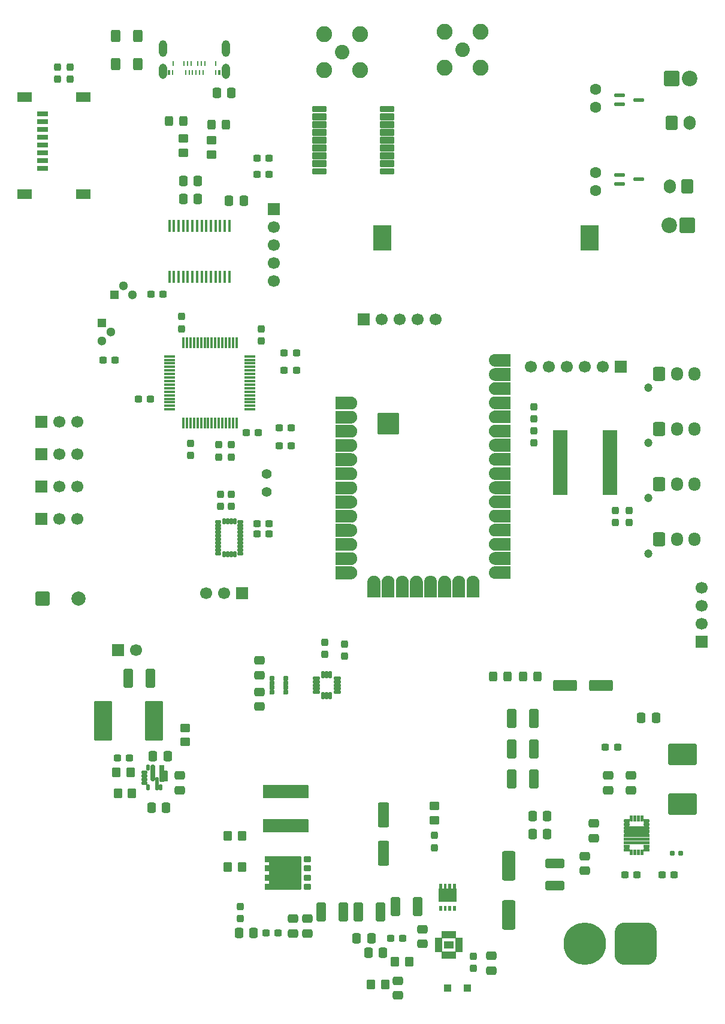
<source format=gbr>
G04 #@! TF.GenerationSoftware,KiCad,Pcbnew,9.0.3*
G04 #@! TF.CreationDate,2026-01-14T23:42:55-07:00*
G04 #@! TF.ProjectId,Wrectangle-V4,57726563-7461-46e6-976c-652d56342e6b,rev?*
G04 #@! TF.SameCoordinates,Original*
G04 #@! TF.FileFunction,Soldermask,Top*
G04 #@! TF.FilePolarity,Negative*
%FSLAX46Y46*%
G04 Gerber Fmt 4.6, Leading zero omitted, Abs format (unit mm)*
G04 Created by KiCad (PCBNEW 9.0.3) date 2026-01-14 23:42:55*
%MOMM*%
%LPD*%
G01*
G04 APERTURE LIST*
G04 Aperture macros list*
%AMRoundRect*
0 Rectangle with rounded corners*
0 $1 Rounding radius*
0 $2 $3 $4 $5 $6 $7 $8 $9 X,Y pos of 4 corners*
0 Add a 4 corners polygon primitive as box body*
4,1,4,$2,$3,$4,$5,$6,$7,$8,$9,$2,$3,0*
0 Add four circle primitives for the rounded corners*
1,1,$1+$1,$2,$3*
1,1,$1+$1,$4,$5*
1,1,$1+$1,$6,$7*
1,1,$1+$1,$8,$9*
0 Add four rect primitives between the rounded corners*
20,1,$1+$1,$2,$3,$4,$5,0*
20,1,$1+$1,$4,$5,$6,$7,0*
20,1,$1+$1,$6,$7,$8,$9,0*
20,1,$1+$1,$8,$9,$2,$3,0*%
G04 Aperture macros list end*
%ADD10C,0.010000*%
%ADD11C,0.000100*%
%ADD12RoundRect,0.250000X-0.350000X-0.450000X0.350000X-0.450000X0.350000X0.450000X-0.350000X0.450000X0*%
%ADD13RoundRect,0.250000X0.450000X-0.350000X0.450000X0.350000X-0.450000X0.350000X-0.450000X-0.350000X0*%
%ADD14RoundRect,0.250000X-0.337500X-0.475000X0.337500X-0.475000X0.337500X0.475000X-0.337500X0.475000X0*%
%ADD15RoundRect,0.250000X0.475000X-0.337500X0.475000X0.337500X-0.475000X0.337500X-0.475000X-0.337500X0*%
%ADD16RoundRect,0.250000X0.337500X0.475000X-0.337500X0.475000X-0.337500X-0.475000X0.337500X-0.475000X0*%
%ADD17RoundRect,0.075000X0.075000X0.300000X-0.075000X0.300000X-0.075000X-0.300000X0.075000X-0.300000X0*%
%ADD18RoundRect,0.062500X0.062500X0.312500X-0.062500X0.312500X-0.062500X-0.312500X0.062500X-0.312500X0*%
%ADD19O,1.150000X2.150000*%
%ADD20O,1.150000X2.350000*%
%ADD21RoundRect,0.250000X-0.450000X0.350000X-0.450000X-0.350000X0.450000X-0.350000X0.450000X0.350000X0*%
%ADD22R,1.300000X1.300000*%
%ADD23C,1.300000*%
%ADD24RoundRect,0.250000X-0.400000X-0.625000X0.400000X-0.625000X0.400000X0.625000X-0.400000X0.625000X0*%
%ADD25RoundRect,0.102000X2.147500X2.255000X-2.147500X2.255000X-2.147500X-2.255000X2.147500X-2.255000X0*%
%ADD26RoundRect,0.102000X0.327500X0.337500X-0.327500X0.337500X-0.327500X-0.337500X0.327500X-0.337500X0*%
%ADD27RoundRect,0.102000X0.375000X0.337500X-0.375000X0.337500X-0.375000X-0.337500X0.375000X-0.337500X0*%
%ADD28RoundRect,0.058000X-0.489000X-0.174000X0.489000X-0.174000X0.489000X0.174000X-0.489000X0.174000X0*%
%ADD29RoundRect,0.058000X-0.174000X-0.489000X0.174000X-0.489000X0.174000X0.489000X-0.174000X0.489000X0*%
%ADD30RoundRect,0.102000X-0.600000X-0.400000X0.600000X-0.400000X0.600000X0.400000X-0.600000X0.400000X0*%
%ADD31RoundRect,0.249999X-3.000001X0.710001X-3.000001X-0.710001X3.000001X-0.710001X3.000001X0.710001X0*%
%ADD32RoundRect,0.237500X-0.237500X0.300000X-0.237500X-0.300000X0.237500X-0.300000X0.237500X0.300000X0*%
%ADD33RoundRect,0.237500X-0.300000X-0.237500X0.300000X-0.237500X0.300000X0.237500X-0.300000X0.237500X0*%
%ADD34RoundRect,0.250000X-0.325000X-0.450000X0.325000X-0.450000X0.325000X0.450000X-0.325000X0.450000X0*%
%ADD35RoundRect,0.237500X0.300000X0.237500X-0.300000X0.237500X-0.300000X-0.237500X0.300000X-0.237500X0*%
%ADD36C,1.200000*%
%ADD37RoundRect,0.250000X-0.600000X-0.725000X0.600000X-0.725000X0.600000X0.725000X-0.600000X0.725000X0*%
%ADD38O,1.700000X1.950000*%
%ADD39RoundRect,0.237500X0.237500X-0.300000X0.237500X0.300000X-0.237500X0.300000X-0.237500X-0.300000X0*%
%ADD40RoundRect,0.081750X-0.265250X-0.245250X0.265250X-0.245250X0.265250X0.245250X-0.265250X0.245250X0*%
%ADD41RoundRect,0.249999X0.850001X0.850001X-0.850001X0.850001X-0.850001X-0.850001X0.850001X-0.850001X0*%
%ADD42C,2.200000*%
%ADD43RoundRect,0.102000X-1.395000X-1.395000X1.395000X-1.395000X1.395000X1.395000X-1.395000X1.395000X0*%
%ADD44RoundRect,0.250000X0.300000X0.300000X-0.300000X0.300000X-0.300000X-0.300000X0.300000X-0.300000X0*%
%ADD45RoundRect,0.113500X-0.288500X-0.113500X0.288500X-0.113500X0.288500X0.113500X-0.288500X0.113500X0*%
%ADD46RoundRect,0.113500X-0.113500X-0.288500X0.113500X-0.288500X0.113500X0.288500X-0.113500X0.288500X0*%
%ADD47RoundRect,0.113500X-0.113500X-0.838500X0.113500X-0.838500X0.113500X0.838500X-0.113500X0.838500X0*%
%ADD48RoundRect,0.151000X-0.151000X-1.001000X0.151000X-1.001000X0.151000X1.001000X-0.151000X1.001000X0*%
%ADD49RoundRect,0.250000X-0.412500X-1.100000X0.412500X-1.100000X0.412500X1.100000X-0.412500X1.100000X0*%
%ADD50RoundRect,0.250000X-1.412500X-0.550000X1.412500X-0.550000X1.412500X0.550000X-1.412500X0.550000X0*%
%ADD51R,1.700000X1.700000*%
%ADD52C,1.700000*%
%ADD53RoundRect,0.250000X0.325000X0.450000X-0.325000X0.450000X-0.325000X-0.450000X0.325000X-0.450000X0*%
%ADD54RoundRect,0.250000X0.600000X0.750000X-0.600000X0.750000X-0.600000X-0.750000X0.600000X-0.750000X0*%
%ADD55O,1.700000X2.000000*%
%ADD56RoundRect,0.250000X-0.750000X-0.750000X0.750000X-0.750000X0.750000X0.750000X-0.750000X0.750000X0*%
%ADD57C,2.000000*%
%ADD58RoundRect,0.250000X-0.475000X0.337500X-0.475000X-0.337500X0.475000X-0.337500X0.475000X0.337500X0*%
%ADD59C,2.050000*%
%ADD60C,2.250000*%
%ADD61RoundRect,0.250000X-0.600000X-0.750000X0.600000X-0.750000X0.600000X0.750000X-0.600000X0.750000X0*%
%ADD62R,2.600000X3.600000*%
%ADD63RoundRect,0.102000X-0.415000X-0.135000X0.415000X-0.135000X0.415000X0.135000X-0.415000X0.135000X0*%
%ADD64RoundRect,0.102000X-0.135000X-0.415000X0.135000X-0.415000X0.135000X0.415000X-0.135000X0.415000X0*%
%ADD65RoundRect,0.075000X-0.700000X-0.075000X0.700000X-0.075000X0.700000X0.075000X-0.700000X0.075000X0*%
%ADD66RoundRect,0.075000X-0.075000X-0.700000X0.075000X-0.700000X0.075000X0.700000X-0.075000X0.700000X0*%
%ADD67RoundRect,0.102000X-1.206500X-2.667000X1.206500X-2.667000X1.206500X2.667000X-1.206500X2.667000X0*%
%ADD68RoundRect,0.250000X-0.550000X1.500000X-0.550000X-1.500000X0.550000X-1.500000X0.550000X1.500000X0*%
%ADD69RoundRect,0.249999X-0.850001X-0.850001X0.850001X-0.850001X0.850001X0.850001X-0.850001X0.850001X0*%
%ADD70R,1.500000X0.800000*%
%ADD71R,2.000000X1.450000*%
%ADD72RoundRect,0.112500X-0.637500X0.112500X-0.637500X-0.112500X0.637500X-0.112500X0.637500X0.112500X0*%
%ADD73RoundRect,0.249999X1.800001X-1.250001X1.800001X1.250001X-1.800001X1.250001X-1.800001X-1.250001X0*%
%ADD74RoundRect,0.250000X-1.100000X0.412500X-1.100000X-0.412500X1.100000X-0.412500X1.100000X0.412500X0*%
%ADD75RoundRect,0.250000X0.700000X-1.825000X0.700000X1.825000X-0.700000X1.825000X-0.700000X-1.825000X0*%
%ADD76RoundRect,0.102000X-0.900000X-0.350000X0.900000X-0.350000X0.900000X0.350000X-0.900000X0.350000X0*%
%ADD77RoundRect,0.102000X-0.900000X-0.400000X0.900000X-0.400000X0.900000X0.400000X-0.900000X0.400000X0*%
%ADD78C,1.600000*%
%ADD79RoundRect,0.102000X-0.337500X0.125000X-0.337500X-0.125000X0.337500X-0.125000X0.337500X0.125000X0*%
%ADD80RoundRect,0.102000X-0.125000X0.287500X-0.125000X-0.287500X0.125000X-0.287500X0.125000X0.287500X0*%
%ADD81R,0.450000X1.750000*%
%ADD82RoundRect,0.085500X0.966500X0.256500X-0.966500X0.256500X-0.966500X-0.256500X0.966500X-0.256500X0*%
%ADD83C,1.400000*%
%ADD84RoundRect,0.155000X-0.212500X-0.155000X0.212500X-0.155000X0.212500X0.155000X-0.212500X0.155000X0*%
%ADD85RoundRect,1.500000X1.500000X1.500000X-1.500000X1.500000X-1.500000X-1.500000X1.500000X-1.500000X0*%
%ADD86C,6.000000*%
G04 APERTURE END LIST*
D10*
G04 #@! TO.C,M1-24V1*
X125408000Y-149901000D02*
X125410000Y-149901000D01*
X125413000Y-149902000D01*
X125415000Y-149902000D01*
X125418000Y-149903000D01*
X125420000Y-149904000D01*
X125423000Y-149905000D01*
X125425000Y-149907000D01*
X125427000Y-149908000D01*
X125429000Y-149910000D01*
X125431000Y-149911000D01*
X125433000Y-149913000D01*
X125435000Y-149915000D01*
X125437000Y-149917000D01*
X125439000Y-149919000D01*
X125440000Y-149921000D01*
X125442000Y-149923000D01*
X125443000Y-149925000D01*
X125445000Y-149927000D01*
X125446000Y-149930000D01*
X125447000Y-149932000D01*
X125448000Y-149935000D01*
X125448000Y-149937000D01*
X125449000Y-149940000D01*
X125449000Y-149942000D01*
X125450000Y-149945000D01*
X125450000Y-149947000D01*
X125450000Y-149950000D01*
X125450000Y-150450000D01*
X125450000Y-150453000D01*
X125450000Y-150455000D01*
X125449000Y-150458000D01*
X125449000Y-150460000D01*
X125448000Y-150463000D01*
X125448000Y-150465000D01*
X125447000Y-150468000D01*
X125446000Y-150470000D01*
X125445000Y-150473000D01*
X125443000Y-150475000D01*
X125442000Y-150477000D01*
X125440000Y-150479000D01*
X125439000Y-150481000D01*
X125437000Y-150483000D01*
X125435000Y-150485000D01*
X125433000Y-150487000D01*
X125431000Y-150489000D01*
X125429000Y-150490000D01*
X125427000Y-150492000D01*
X125425000Y-150493000D01*
X125423000Y-150495000D01*
X125420000Y-150496000D01*
X125418000Y-150497000D01*
X125415000Y-150498000D01*
X125413000Y-150498000D01*
X125410000Y-150499000D01*
X125408000Y-150499000D01*
X125405000Y-150500000D01*
X125403000Y-150500000D01*
X125400000Y-150500000D01*
X125200000Y-150500000D01*
X125197000Y-150500000D01*
X125195000Y-150500000D01*
X125192000Y-150499000D01*
X125190000Y-150499000D01*
X125187000Y-150498000D01*
X125185000Y-150498000D01*
X125182000Y-150497000D01*
X125180000Y-150496000D01*
X125177000Y-150495000D01*
X125175000Y-150493000D01*
X125173000Y-150492000D01*
X125171000Y-150490000D01*
X125169000Y-150489000D01*
X125167000Y-150487000D01*
X125165000Y-150485000D01*
X125163000Y-150483000D01*
X125161000Y-150481000D01*
X125160000Y-150479000D01*
X125158000Y-150477000D01*
X125157000Y-150475000D01*
X125155000Y-150473000D01*
X125154000Y-150470000D01*
X125153000Y-150468000D01*
X125152000Y-150465000D01*
X125152000Y-150463000D01*
X125151000Y-150460000D01*
X125151000Y-150458000D01*
X125150000Y-150455000D01*
X125150000Y-150453000D01*
X125150000Y-150450000D01*
X125150000Y-149950000D01*
X125150000Y-149947000D01*
X125150000Y-149945000D01*
X125151000Y-149942000D01*
X125151000Y-149940000D01*
X125152000Y-149937000D01*
X125152000Y-149935000D01*
X125153000Y-149932000D01*
X125154000Y-149930000D01*
X125155000Y-149927000D01*
X125157000Y-149925000D01*
X125158000Y-149923000D01*
X125160000Y-149921000D01*
X125161000Y-149919000D01*
X125163000Y-149917000D01*
X125165000Y-149915000D01*
X125167000Y-149913000D01*
X125169000Y-149911000D01*
X125171000Y-149910000D01*
X125173000Y-149908000D01*
X125175000Y-149907000D01*
X125177000Y-149905000D01*
X125180000Y-149904000D01*
X125182000Y-149903000D01*
X125185000Y-149902000D01*
X125187000Y-149902000D01*
X125190000Y-149901000D01*
X125192000Y-149901000D01*
X125195000Y-149900000D01*
X125197000Y-149900000D01*
X125200000Y-149900000D01*
X125400000Y-149900000D01*
X125403000Y-149900000D01*
X125405000Y-149900000D01*
X125408000Y-149901000D01*
G36*
X125408000Y-149901000D02*
G01*
X125410000Y-149901000D01*
X125413000Y-149902000D01*
X125415000Y-149902000D01*
X125418000Y-149903000D01*
X125420000Y-149904000D01*
X125423000Y-149905000D01*
X125425000Y-149907000D01*
X125427000Y-149908000D01*
X125429000Y-149910000D01*
X125431000Y-149911000D01*
X125433000Y-149913000D01*
X125435000Y-149915000D01*
X125437000Y-149917000D01*
X125439000Y-149919000D01*
X125440000Y-149921000D01*
X125442000Y-149923000D01*
X125443000Y-149925000D01*
X125445000Y-149927000D01*
X125446000Y-149930000D01*
X125447000Y-149932000D01*
X125448000Y-149935000D01*
X125448000Y-149937000D01*
X125449000Y-149940000D01*
X125449000Y-149942000D01*
X125450000Y-149945000D01*
X125450000Y-149947000D01*
X125450000Y-149950000D01*
X125450000Y-150450000D01*
X125450000Y-150453000D01*
X125450000Y-150455000D01*
X125449000Y-150458000D01*
X125449000Y-150460000D01*
X125448000Y-150463000D01*
X125448000Y-150465000D01*
X125447000Y-150468000D01*
X125446000Y-150470000D01*
X125445000Y-150473000D01*
X125443000Y-150475000D01*
X125442000Y-150477000D01*
X125440000Y-150479000D01*
X125439000Y-150481000D01*
X125437000Y-150483000D01*
X125435000Y-150485000D01*
X125433000Y-150487000D01*
X125431000Y-150489000D01*
X125429000Y-150490000D01*
X125427000Y-150492000D01*
X125425000Y-150493000D01*
X125423000Y-150495000D01*
X125420000Y-150496000D01*
X125418000Y-150497000D01*
X125415000Y-150498000D01*
X125413000Y-150498000D01*
X125410000Y-150499000D01*
X125408000Y-150499000D01*
X125405000Y-150500000D01*
X125403000Y-150500000D01*
X125400000Y-150500000D01*
X125200000Y-150500000D01*
X125197000Y-150500000D01*
X125195000Y-150500000D01*
X125192000Y-150499000D01*
X125190000Y-150499000D01*
X125187000Y-150498000D01*
X125185000Y-150498000D01*
X125182000Y-150497000D01*
X125180000Y-150496000D01*
X125177000Y-150495000D01*
X125175000Y-150493000D01*
X125173000Y-150492000D01*
X125171000Y-150490000D01*
X125169000Y-150489000D01*
X125167000Y-150487000D01*
X125165000Y-150485000D01*
X125163000Y-150483000D01*
X125161000Y-150481000D01*
X125160000Y-150479000D01*
X125158000Y-150477000D01*
X125157000Y-150475000D01*
X125155000Y-150473000D01*
X125154000Y-150470000D01*
X125153000Y-150468000D01*
X125152000Y-150465000D01*
X125152000Y-150463000D01*
X125151000Y-150460000D01*
X125151000Y-150458000D01*
X125150000Y-150455000D01*
X125150000Y-150453000D01*
X125150000Y-150450000D01*
X125150000Y-149950000D01*
X125150000Y-149947000D01*
X125150000Y-149945000D01*
X125151000Y-149942000D01*
X125151000Y-149940000D01*
X125152000Y-149937000D01*
X125152000Y-149935000D01*
X125153000Y-149932000D01*
X125154000Y-149930000D01*
X125155000Y-149927000D01*
X125157000Y-149925000D01*
X125158000Y-149923000D01*
X125160000Y-149921000D01*
X125161000Y-149919000D01*
X125163000Y-149917000D01*
X125165000Y-149915000D01*
X125167000Y-149913000D01*
X125169000Y-149911000D01*
X125171000Y-149910000D01*
X125173000Y-149908000D01*
X125175000Y-149907000D01*
X125177000Y-149905000D01*
X125180000Y-149904000D01*
X125182000Y-149903000D01*
X125185000Y-149902000D01*
X125187000Y-149902000D01*
X125190000Y-149901000D01*
X125192000Y-149901000D01*
X125195000Y-149900000D01*
X125197000Y-149900000D01*
X125200000Y-149900000D01*
X125400000Y-149900000D01*
X125403000Y-149900000D01*
X125405000Y-149900000D01*
X125408000Y-149901000D01*
G37*
X126058000Y-149901000D02*
X126060000Y-149901000D01*
X126063000Y-149902000D01*
X126065000Y-149902000D01*
X126068000Y-149903000D01*
X126070000Y-149904000D01*
X126073000Y-149905000D01*
X126075000Y-149907000D01*
X126077000Y-149908000D01*
X126079000Y-149910000D01*
X126081000Y-149911000D01*
X126083000Y-149913000D01*
X126085000Y-149915000D01*
X126087000Y-149917000D01*
X126089000Y-149919000D01*
X126090000Y-149921000D01*
X126092000Y-149923000D01*
X126093000Y-149925000D01*
X126095000Y-149927000D01*
X126096000Y-149930000D01*
X126097000Y-149932000D01*
X126098000Y-149935000D01*
X126098000Y-149937000D01*
X126099000Y-149940000D01*
X126099000Y-149942000D01*
X126100000Y-149945000D01*
X126100000Y-149947000D01*
X126100000Y-149950000D01*
X126100000Y-150450000D01*
X126100000Y-150453000D01*
X126100000Y-150455000D01*
X126099000Y-150458000D01*
X126099000Y-150460000D01*
X126098000Y-150463000D01*
X126098000Y-150465000D01*
X126097000Y-150468000D01*
X126096000Y-150470000D01*
X126095000Y-150473000D01*
X126093000Y-150475000D01*
X126092000Y-150477000D01*
X126090000Y-150479000D01*
X126089000Y-150481000D01*
X126087000Y-150483000D01*
X126085000Y-150485000D01*
X126083000Y-150487000D01*
X126081000Y-150489000D01*
X126079000Y-150490000D01*
X126077000Y-150492000D01*
X126075000Y-150493000D01*
X126073000Y-150495000D01*
X126070000Y-150496000D01*
X126068000Y-150497000D01*
X126065000Y-150498000D01*
X126063000Y-150498000D01*
X126060000Y-150499000D01*
X126058000Y-150499000D01*
X126055000Y-150500000D01*
X126053000Y-150500000D01*
X126050000Y-150500000D01*
X125850000Y-150500000D01*
X125847000Y-150500000D01*
X125845000Y-150500000D01*
X125842000Y-150499000D01*
X125840000Y-150499000D01*
X125837000Y-150498000D01*
X125835000Y-150498000D01*
X125832000Y-150497000D01*
X125830000Y-150496000D01*
X125827000Y-150495000D01*
X125825000Y-150493000D01*
X125823000Y-150492000D01*
X125821000Y-150490000D01*
X125819000Y-150489000D01*
X125817000Y-150487000D01*
X125815000Y-150485000D01*
X125813000Y-150483000D01*
X125811000Y-150481000D01*
X125810000Y-150479000D01*
X125808000Y-150477000D01*
X125807000Y-150475000D01*
X125805000Y-150473000D01*
X125804000Y-150470000D01*
X125803000Y-150468000D01*
X125802000Y-150465000D01*
X125802000Y-150463000D01*
X125801000Y-150460000D01*
X125801000Y-150458000D01*
X125800000Y-150455000D01*
X125800000Y-150453000D01*
X125800000Y-150450000D01*
X125800000Y-149950000D01*
X125800000Y-149947000D01*
X125800000Y-149945000D01*
X125801000Y-149942000D01*
X125801000Y-149940000D01*
X125802000Y-149937000D01*
X125802000Y-149935000D01*
X125803000Y-149932000D01*
X125804000Y-149930000D01*
X125805000Y-149927000D01*
X125807000Y-149925000D01*
X125808000Y-149923000D01*
X125810000Y-149921000D01*
X125811000Y-149919000D01*
X125813000Y-149917000D01*
X125815000Y-149915000D01*
X125817000Y-149913000D01*
X125819000Y-149911000D01*
X125821000Y-149910000D01*
X125823000Y-149908000D01*
X125825000Y-149907000D01*
X125827000Y-149905000D01*
X125830000Y-149904000D01*
X125832000Y-149903000D01*
X125835000Y-149902000D01*
X125837000Y-149902000D01*
X125840000Y-149901000D01*
X125842000Y-149901000D01*
X125845000Y-149900000D01*
X125847000Y-149900000D01*
X125850000Y-149900000D01*
X126050000Y-149900000D01*
X126053000Y-149900000D01*
X126055000Y-149900000D01*
X126058000Y-149901000D01*
G36*
X126058000Y-149901000D02*
G01*
X126060000Y-149901000D01*
X126063000Y-149902000D01*
X126065000Y-149902000D01*
X126068000Y-149903000D01*
X126070000Y-149904000D01*
X126073000Y-149905000D01*
X126075000Y-149907000D01*
X126077000Y-149908000D01*
X126079000Y-149910000D01*
X126081000Y-149911000D01*
X126083000Y-149913000D01*
X126085000Y-149915000D01*
X126087000Y-149917000D01*
X126089000Y-149919000D01*
X126090000Y-149921000D01*
X126092000Y-149923000D01*
X126093000Y-149925000D01*
X126095000Y-149927000D01*
X126096000Y-149930000D01*
X126097000Y-149932000D01*
X126098000Y-149935000D01*
X126098000Y-149937000D01*
X126099000Y-149940000D01*
X126099000Y-149942000D01*
X126100000Y-149945000D01*
X126100000Y-149947000D01*
X126100000Y-149950000D01*
X126100000Y-150450000D01*
X126100000Y-150453000D01*
X126100000Y-150455000D01*
X126099000Y-150458000D01*
X126099000Y-150460000D01*
X126098000Y-150463000D01*
X126098000Y-150465000D01*
X126097000Y-150468000D01*
X126096000Y-150470000D01*
X126095000Y-150473000D01*
X126093000Y-150475000D01*
X126092000Y-150477000D01*
X126090000Y-150479000D01*
X126089000Y-150481000D01*
X126087000Y-150483000D01*
X126085000Y-150485000D01*
X126083000Y-150487000D01*
X126081000Y-150489000D01*
X126079000Y-150490000D01*
X126077000Y-150492000D01*
X126075000Y-150493000D01*
X126073000Y-150495000D01*
X126070000Y-150496000D01*
X126068000Y-150497000D01*
X126065000Y-150498000D01*
X126063000Y-150498000D01*
X126060000Y-150499000D01*
X126058000Y-150499000D01*
X126055000Y-150500000D01*
X126053000Y-150500000D01*
X126050000Y-150500000D01*
X125850000Y-150500000D01*
X125847000Y-150500000D01*
X125845000Y-150500000D01*
X125842000Y-150499000D01*
X125840000Y-150499000D01*
X125837000Y-150498000D01*
X125835000Y-150498000D01*
X125832000Y-150497000D01*
X125830000Y-150496000D01*
X125827000Y-150495000D01*
X125825000Y-150493000D01*
X125823000Y-150492000D01*
X125821000Y-150490000D01*
X125819000Y-150489000D01*
X125817000Y-150487000D01*
X125815000Y-150485000D01*
X125813000Y-150483000D01*
X125811000Y-150481000D01*
X125810000Y-150479000D01*
X125808000Y-150477000D01*
X125807000Y-150475000D01*
X125805000Y-150473000D01*
X125804000Y-150470000D01*
X125803000Y-150468000D01*
X125802000Y-150465000D01*
X125802000Y-150463000D01*
X125801000Y-150460000D01*
X125801000Y-150458000D01*
X125800000Y-150455000D01*
X125800000Y-150453000D01*
X125800000Y-150450000D01*
X125800000Y-149950000D01*
X125800000Y-149947000D01*
X125800000Y-149945000D01*
X125801000Y-149942000D01*
X125801000Y-149940000D01*
X125802000Y-149937000D01*
X125802000Y-149935000D01*
X125803000Y-149932000D01*
X125804000Y-149930000D01*
X125805000Y-149927000D01*
X125807000Y-149925000D01*
X125808000Y-149923000D01*
X125810000Y-149921000D01*
X125811000Y-149919000D01*
X125813000Y-149917000D01*
X125815000Y-149915000D01*
X125817000Y-149913000D01*
X125819000Y-149911000D01*
X125821000Y-149910000D01*
X125823000Y-149908000D01*
X125825000Y-149907000D01*
X125827000Y-149905000D01*
X125830000Y-149904000D01*
X125832000Y-149903000D01*
X125835000Y-149902000D01*
X125837000Y-149902000D01*
X125840000Y-149901000D01*
X125842000Y-149901000D01*
X125845000Y-149900000D01*
X125847000Y-149900000D01*
X125850000Y-149900000D01*
X126050000Y-149900000D01*
X126053000Y-149900000D01*
X126055000Y-149900000D01*
X126058000Y-149901000D01*
G37*
X126708000Y-149901000D02*
X126710000Y-149901000D01*
X126713000Y-149902000D01*
X126715000Y-149902000D01*
X126718000Y-149903000D01*
X126720000Y-149904000D01*
X126723000Y-149905000D01*
X126725000Y-149907000D01*
X126727000Y-149908000D01*
X126729000Y-149910000D01*
X126731000Y-149911000D01*
X126733000Y-149913000D01*
X126735000Y-149915000D01*
X126737000Y-149917000D01*
X126739000Y-149919000D01*
X126740000Y-149921000D01*
X126742000Y-149923000D01*
X126743000Y-149925000D01*
X126745000Y-149927000D01*
X126746000Y-149930000D01*
X126747000Y-149932000D01*
X126748000Y-149935000D01*
X126748000Y-149937000D01*
X126749000Y-149940000D01*
X126749000Y-149942000D01*
X126750000Y-149945000D01*
X126750000Y-149947000D01*
X126750000Y-149950000D01*
X126750000Y-150450000D01*
X126750000Y-150453000D01*
X126750000Y-150455000D01*
X126749000Y-150458000D01*
X126749000Y-150460000D01*
X126748000Y-150463000D01*
X126748000Y-150465000D01*
X126747000Y-150468000D01*
X126746000Y-150470000D01*
X126745000Y-150473000D01*
X126743000Y-150475000D01*
X126742000Y-150477000D01*
X126740000Y-150479000D01*
X126739000Y-150481000D01*
X126737000Y-150483000D01*
X126735000Y-150485000D01*
X126733000Y-150487000D01*
X126731000Y-150489000D01*
X126729000Y-150490000D01*
X126727000Y-150492000D01*
X126725000Y-150493000D01*
X126723000Y-150495000D01*
X126720000Y-150496000D01*
X126718000Y-150497000D01*
X126715000Y-150498000D01*
X126713000Y-150498000D01*
X126710000Y-150499000D01*
X126708000Y-150499000D01*
X126705000Y-150500000D01*
X126703000Y-150500000D01*
X126700000Y-150500000D01*
X126500000Y-150500000D01*
X126497000Y-150500000D01*
X126495000Y-150500000D01*
X126492000Y-150499000D01*
X126490000Y-150499000D01*
X126487000Y-150498000D01*
X126485000Y-150498000D01*
X126482000Y-150497000D01*
X126480000Y-150496000D01*
X126477000Y-150495000D01*
X126475000Y-150493000D01*
X126473000Y-150492000D01*
X126471000Y-150490000D01*
X126469000Y-150489000D01*
X126467000Y-150487000D01*
X126465000Y-150485000D01*
X126463000Y-150483000D01*
X126461000Y-150481000D01*
X126460000Y-150479000D01*
X126458000Y-150477000D01*
X126457000Y-150475000D01*
X126455000Y-150473000D01*
X126454000Y-150470000D01*
X126453000Y-150468000D01*
X126452000Y-150465000D01*
X126452000Y-150463000D01*
X126451000Y-150460000D01*
X126451000Y-150458000D01*
X126450000Y-150455000D01*
X126450000Y-150453000D01*
X126450000Y-150450000D01*
X126450000Y-149950000D01*
X126450000Y-149947000D01*
X126450000Y-149945000D01*
X126451000Y-149942000D01*
X126451000Y-149940000D01*
X126452000Y-149937000D01*
X126452000Y-149935000D01*
X126453000Y-149932000D01*
X126454000Y-149930000D01*
X126455000Y-149927000D01*
X126457000Y-149925000D01*
X126458000Y-149923000D01*
X126460000Y-149921000D01*
X126461000Y-149919000D01*
X126463000Y-149917000D01*
X126465000Y-149915000D01*
X126467000Y-149913000D01*
X126469000Y-149911000D01*
X126471000Y-149910000D01*
X126473000Y-149908000D01*
X126475000Y-149907000D01*
X126477000Y-149905000D01*
X126480000Y-149904000D01*
X126482000Y-149903000D01*
X126485000Y-149902000D01*
X126487000Y-149902000D01*
X126490000Y-149901000D01*
X126492000Y-149901000D01*
X126495000Y-149900000D01*
X126497000Y-149900000D01*
X126500000Y-149900000D01*
X126700000Y-149900000D01*
X126703000Y-149900000D01*
X126705000Y-149900000D01*
X126708000Y-149901000D01*
G36*
X126708000Y-149901000D02*
G01*
X126710000Y-149901000D01*
X126713000Y-149902000D01*
X126715000Y-149902000D01*
X126718000Y-149903000D01*
X126720000Y-149904000D01*
X126723000Y-149905000D01*
X126725000Y-149907000D01*
X126727000Y-149908000D01*
X126729000Y-149910000D01*
X126731000Y-149911000D01*
X126733000Y-149913000D01*
X126735000Y-149915000D01*
X126737000Y-149917000D01*
X126739000Y-149919000D01*
X126740000Y-149921000D01*
X126742000Y-149923000D01*
X126743000Y-149925000D01*
X126745000Y-149927000D01*
X126746000Y-149930000D01*
X126747000Y-149932000D01*
X126748000Y-149935000D01*
X126748000Y-149937000D01*
X126749000Y-149940000D01*
X126749000Y-149942000D01*
X126750000Y-149945000D01*
X126750000Y-149947000D01*
X126750000Y-149950000D01*
X126750000Y-150450000D01*
X126750000Y-150453000D01*
X126750000Y-150455000D01*
X126749000Y-150458000D01*
X126749000Y-150460000D01*
X126748000Y-150463000D01*
X126748000Y-150465000D01*
X126747000Y-150468000D01*
X126746000Y-150470000D01*
X126745000Y-150473000D01*
X126743000Y-150475000D01*
X126742000Y-150477000D01*
X126740000Y-150479000D01*
X126739000Y-150481000D01*
X126737000Y-150483000D01*
X126735000Y-150485000D01*
X126733000Y-150487000D01*
X126731000Y-150489000D01*
X126729000Y-150490000D01*
X126727000Y-150492000D01*
X126725000Y-150493000D01*
X126723000Y-150495000D01*
X126720000Y-150496000D01*
X126718000Y-150497000D01*
X126715000Y-150498000D01*
X126713000Y-150498000D01*
X126710000Y-150499000D01*
X126708000Y-150499000D01*
X126705000Y-150500000D01*
X126703000Y-150500000D01*
X126700000Y-150500000D01*
X126500000Y-150500000D01*
X126497000Y-150500000D01*
X126495000Y-150500000D01*
X126492000Y-150499000D01*
X126490000Y-150499000D01*
X126487000Y-150498000D01*
X126485000Y-150498000D01*
X126482000Y-150497000D01*
X126480000Y-150496000D01*
X126477000Y-150495000D01*
X126475000Y-150493000D01*
X126473000Y-150492000D01*
X126471000Y-150490000D01*
X126469000Y-150489000D01*
X126467000Y-150487000D01*
X126465000Y-150485000D01*
X126463000Y-150483000D01*
X126461000Y-150481000D01*
X126460000Y-150479000D01*
X126458000Y-150477000D01*
X126457000Y-150475000D01*
X126455000Y-150473000D01*
X126454000Y-150470000D01*
X126453000Y-150468000D01*
X126452000Y-150465000D01*
X126452000Y-150463000D01*
X126451000Y-150460000D01*
X126451000Y-150458000D01*
X126450000Y-150455000D01*
X126450000Y-150453000D01*
X126450000Y-150450000D01*
X126450000Y-149950000D01*
X126450000Y-149947000D01*
X126450000Y-149945000D01*
X126451000Y-149942000D01*
X126451000Y-149940000D01*
X126452000Y-149937000D01*
X126452000Y-149935000D01*
X126453000Y-149932000D01*
X126454000Y-149930000D01*
X126455000Y-149927000D01*
X126457000Y-149925000D01*
X126458000Y-149923000D01*
X126460000Y-149921000D01*
X126461000Y-149919000D01*
X126463000Y-149917000D01*
X126465000Y-149915000D01*
X126467000Y-149913000D01*
X126469000Y-149911000D01*
X126471000Y-149910000D01*
X126473000Y-149908000D01*
X126475000Y-149907000D01*
X126477000Y-149905000D01*
X126480000Y-149904000D01*
X126482000Y-149903000D01*
X126485000Y-149902000D01*
X126487000Y-149902000D01*
X126490000Y-149901000D01*
X126492000Y-149901000D01*
X126495000Y-149900000D01*
X126497000Y-149900000D01*
X126500000Y-149900000D01*
X126700000Y-149900000D01*
X126703000Y-149900000D01*
X126705000Y-149900000D01*
X126708000Y-149901000D01*
G37*
X127358000Y-149901000D02*
X127360000Y-149901000D01*
X127363000Y-149902000D01*
X127365000Y-149902000D01*
X127368000Y-149903000D01*
X127370000Y-149904000D01*
X127373000Y-149905000D01*
X127375000Y-149907000D01*
X127377000Y-149908000D01*
X127379000Y-149910000D01*
X127381000Y-149911000D01*
X127383000Y-149913000D01*
X127385000Y-149915000D01*
X127387000Y-149917000D01*
X127389000Y-149919000D01*
X127390000Y-149921000D01*
X127392000Y-149923000D01*
X127393000Y-149925000D01*
X127395000Y-149927000D01*
X127396000Y-149930000D01*
X127397000Y-149932000D01*
X127398000Y-149935000D01*
X127398000Y-149937000D01*
X127399000Y-149940000D01*
X127399000Y-149942000D01*
X127400000Y-149945000D01*
X127400000Y-149947000D01*
X127400000Y-149950000D01*
X127400000Y-150450000D01*
X127400000Y-150453000D01*
X127400000Y-150455000D01*
X127399000Y-150458000D01*
X127399000Y-150460000D01*
X127398000Y-150463000D01*
X127398000Y-150465000D01*
X127397000Y-150468000D01*
X127396000Y-150470000D01*
X127395000Y-150473000D01*
X127393000Y-150475000D01*
X127392000Y-150477000D01*
X127390000Y-150479000D01*
X127389000Y-150481000D01*
X127387000Y-150483000D01*
X127385000Y-150485000D01*
X127383000Y-150487000D01*
X127381000Y-150489000D01*
X127379000Y-150490000D01*
X127377000Y-150492000D01*
X127375000Y-150493000D01*
X127373000Y-150495000D01*
X127370000Y-150496000D01*
X127368000Y-150497000D01*
X127365000Y-150498000D01*
X127363000Y-150498000D01*
X127360000Y-150499000D01*
X127358000Y-150499000D01*
X127355000Y-150500000D01*
X127353000Y-150500000D01*
X127350000Y-150500000D01*
X127150000Y-150500000D01*
X127147000Y-150500000D01*
X127145000Y-150500000D01*
X127142000Y-150499000D01*
X127140000Y-150499000D01*
X127137000Y-150498000D01*
X127135000Y-150498000D01*
X127132000Y-150497000D01*
X127130000Y-150496000D01*
X127127000Y-150495000D01*
X127125000Y-150493000D01*
X127123000Y-150492000D01*
X127121000Y-150490000D01*
X127119000Y-150489000D01*
X127117000Y-150487000D01*
X127115000Y-150485000D01*
X127113000Y-150483000D01*
X127111000Y-150481000D01*
X127110000Y-150479000D01*
X127108000Y-150477000D01*
X127107000Y-150475000D01*
X127105000Y-150473000D01*
X127104000Y-150470000D01*
X127103000Y-150468000D01*
X127102000Y-150465000D01*
X127102000Y-150463000D01*
X127101000Y-150460000D01*
X127101000Y-150458000D01*
X127100000Y-150455000D01*
X127100000Y-150453000D01*
X127100000Y-150450000D01*
X127100000Y-149950000D01*
X127100000Y-149947000D01*
X127100000Y-149945000D01*
X127101000Y-149942000D01*
X127101000Y-149940000D01*
X127102000Y-149937000D01*
X127102000Y-149935000D01*
X127103000Y-149932000D01*
X127104000Y-149930000D01*
X127105000Y-149927000D01*
X127107000Y-149925000D01*
X127108000Y-149923000D01*
X127110000Y-149921000D01*
X127111000Y-149919000D01*
X127113000Y-149917000D01*
X127115000Y-149915000D01*
X127117000Y-149913000D01*
X127119000Y-149911000D01*
X127121000Y-149910000D01*
X127123000Y-149908000D01*
X127125000Y-149907000D01*
X127127000Y-149905000D01*
X127130000Y-149904000D01*
X127132000Y-149903000D01*
X127135000Y-149902000D01*
X127137000Y-149902000D01*
X127140000Y-149901000D01*
X127142000Y-149901000D01*
X127145000Y-149900000D01*
X127147000Y-149900000D01*
X127150000Y-149900000D01*
X127350000Y-149900000D01*
X127353000Y-149900000D01*
X127355000Y-149900000D01*
X127358000Y-149901000D01*
G36*
X127358000Y-149901000D02*
G01*
X127360000Y-149901000D01*
X127363000Y-149902000D01*
X127365000Y-149902000D01*
X127368000Y-149903000D01*
X127370000Y-149904000D01*
X127373000Y-149905000D01*
X127375000Y-149907000D01*
X127377000Y-149908000D01*
X127379000Y-149910000D01*
X127381000Y-149911000D01*
X127383000Y-149913000D01*
X127385000Y-149915000D01*
X127387000Y-149917000D01*
X127389000Y-149919000D01*
X127390000Y-149921000D01*
X127392000Y-149923000D01*
X127393000Y-149925000D01*
X127395000Y-149927000D01*
X127396000Y-149930000D01*
X127397000Y-149932000D01*
X127398000Y-149935000D01*
X127398000Y-149937000D01*
X127399000Y-149940000D01*
X127399000Y-149942000D01*
X127400000Y-149945000D01*
X127400000Y-149947000D01*
X127400000Y-149950000D01*
X127400000Y-150450000D01*
X127400000Y-150453000D01*
X127400000Y-150455000D01*
X127399000Y-150458000D01*
X127399000Y-150460000D01*
X127398000Y-150463000D01*
X127398000Y-150465000D01*
X127397000Y-150468000D01*
X127396000Y-150470000D01*
X127395000Y-150473000D01*
X127393000Y-150475000D01*
X127392000Y-150477000D01*
X127390000Y-150479000D01*
X127389000Y-150481000D01*
X127387000Y-150483000D01*
X127385000Y-150485000D01*
X127383000Y-150487000D01*
X127381000Y-150489000D01*
X127379000Y-150490000D01*
X127377000Y-150492000D01*
X127375000Y-150493000D01*
X127373000Y-150495000D01*
X127370000Y-150496000D01*
X127368000Y-150497000D01*
X127365000Y-150498000D01*
X127363000Y-150498000D01*
X127360000Y-150499000D01*
X127358000Y-150499000D01*
X127355000Y-150500000D01*
X127353000Y-150500000D01*
X127350000Y-150500000D01*
X127150000Y-150500000D01*
X127147000Y-150500000D01*
X127145000Y-150500000D01*
X127142000Y-150499000D01*
X127140000Y-150499000D01*
X127137000Y-150498000D01*
X127135000Y-150498000D01*
X127132000Y-150497000D01*
X127130000Y-150496000D01*
X127127000Y-150495000D01*
X127125000Y-150493000D01*
X127123000Y-150492000D01*
X127121000Y-150490000D01*
X127119000Y-150489000D01*
X127117000Y-150487000D01*
X127115000Y-150485000D01*
X127113000Y-150483000D01*
X127111000Y-150481000D01*
X127110000Y-150479000D01*
X127108000Y-150477000D01*
X127107000Y-150475000D01*
X127105000Y-150473000D01*
X127104000Y-150470000D01*
X127103000Y-150468000D01*
X127102000Y-150465000D01*
X127102000Y-150463000D01*
X127101000Y-150460000D01*
X127101000Y-150458000D01*
X127100000Y-150455000D01*
X127100000Y-150453000D01*
X127100000Y-150450000D01*
X127100000Y-149950000D01*
X127100000Y-149947000D01*
X127100000Y-149945000D01*
X127101000Y-149942000D01*
X127101000Y-149940000D01*
X127102000Y-149937000D01*
X127102000Y-149935000D01*
X127103000Y-149932000D01*
X127104000Y-149930000D01*
X127105000Y-149927000D01*
X127107000Y-149925000D01*
X127108000Y-149923000D01*
X127110000Y-149921000D01*
X127111000Y-149919000D01*
X127113000Y-149917000D01*
X127115000Y-149915000D01*
X127117000Y-149913000D01*
X127119000Y-149911000D01*
X127121000Y-149910000D01*
X127123000Y-149908000D01*
X127125000Y-149907000D01*
X127127000Y-149905000D01*
X127130000Y-149904000D01*
X127132000Y-149903000D01*
X127135000Y-149902000D01*
X127137000Y-149902000D01*
X127140000Y-149901000D01*
X127142000Y-149901000D01*
X127145000Y-149900000D01*
X127147000Y-149900000D01*
X127150000Y-149900000D01*
X127350000Y-149900000D01*
X127353000Y-149900000D01*
X127355000Y-149900000D01*
X127358000Y-149901000D01*
G37*
X125408000Y-146801000D02*
X125410000Y-146801000D01*
X125413000Y-146802000D01*
X125415000Y-146802000D01*
X125418000Y-146803000D01*
X125420000Y-146804000D01*
X125423000Y-146805000D01*
X125425000Y-146807000D01*
X125427000Y-146808000D01*
X125429000Y-146810000D01*
X125431000Y-146811000D01*
X125433000Y-146813000D01*
X125435000Y-146815000D01*
X125437000Y-146817000D01*
X125439000Y-146819000D01*
X125440000Y-146821000D01*
X125442000Y-146823000D01*
X125443000Y-146825000D01*
X125445000Y-146827000D01*
X125446000Y-146830000D01*
X125447000Y-146832000D01*
X125448000Y-146835000D01*
X125448000Y-146837000D01*
X125449000Y-146840000D01*
X125449000Y-146842000D01*
X125450000Y-146845000D01*
X125450000Y-146847000D01*
X125450000Y-146850000D01*
X125450000Y-147435000D01*
X125800000Y-147435000D01*
X125800000Y-146850000D01*
X125800000Y-146847000D01*
X125800000Y-146845000D01*
X125801000Y-146842000D01*
X125801000Y-146840000D01*
X125802000Y-146837000D01*
X125802000Y-146835000D01*
X125803000Y-146832000D01*
X125804000Y-146830000D01*
X125805000Y-146827000D01*
X125807000Y-146825000D01*
X125808000Y-146823000D01*
X125810000Y-146821000D01*
X125811000Y-146819000D01*
X125813000Y-146817000D01*
X125815000Y-146815000D01*
X125817000Y-146813000D01*
X125819000Y-146811000D01*
X125821000Y-146810000D01*
X125823000Y-146808000D01*
X125825000Y-146807000D01*
X125827000Y-146805000D01*
X125830000Y-146804000D01*
X125832000Y-146803000D01*
X125835000Y-146802000D01*
X125837000Y-146802000D01*
X125840000Y-146801000D01*
X125842000Y-146801000D01*
X125845000Y-146800000D01*
X125847000Y-146800000D01*
X125850000Y-146800000D01*
X126050000Y-146800000D01*
X126053000Y-146800000D01*
X126055000Y-146800000D01*
X126058000Y-146801000D01*
X126060000Y-146801000D01*
X126063000Y-146802000D01*
X126065000Y-146802000D01*
X126068000Y-146803000D01*
X126070000Y-146804000D01*
X126073000Y-146805000D01*
X126075000Y-146807000D01*
X126077000Y-146808000D01*
X126079000Y-146810000D01*
X126081000Y-146811000D01*
X126083000Y-146813000D01*
X126085000Y-146815000D01*
X126087000Y-146817000D01*
X126089000Y-146819000D01*
X126090000Y-146821000D01*
X126092000Y-146823000D01*
X126093000Y-146825000D01*
X126095000Y-146827000D01*
X126096000Y-146830000D01*
X126097000Y-146832000D01*
X126098000Y-146835000D01*
X126098000Y-146837000D01*
X126099000Y-146840000D01*
X126099000Y-146842000D01*
X126100000Y-146845000D01*
X126100000Y-146847000D01*
X126100000Y-146850000D01*
X126100000Y-147435000D01*
X126450000Y-147435000D01*
X126450000Y-146850000D01*
X126450000Y-146847000D01*
X126450000Y-146845000D01*
X126451000Y-146842000D01*
X126451000Y-146840000D01*
X126452000Y-146837000D01*
X126452000Y-146835000D01*
X126453000Y-146832000D01*
X126454000Y-146830000D01*
X126455000Y-146827000D01*
X126457000Y-146825000D01*
X126458000Y-146823000D01*
X126460000Y-146821000D01*
X126461000Y-146819000D01*
X126463000Y-146817000D01*
X126465000Y-146815000D01*
X126467000Y-146813000D01*
X126469000Y-146811000D01*
X126471000Y-146810000D01*
X126473000Y-146808000D01*
X126475000Y-146807000D01*
X126477000Y-146805000D01*
X126480000Y-146804000D01*
X126482000Y-146803000D01*
X126485000Y-146802000D01*
X126487000Y-146802000D01*
X126490000Y-146801000D01*
X126492000Y-146801000D01*
X126495000Y-146800000D01*
X126497000Y-146800000D01*
X126500000Y-146800000D01*
X126700000Y-146800000D01*
X126703000Y-146800000D01*
X126705000Y-146800000D01*
X126708000Y-146801000D01*
X126710000Y-146801000D01*
X126713000Y-146802000D01*
X126715000Y-146802000D01*
X126718000Y-146803000D01*
X126720000Y-146804000D01*
X126723000Y-146805000D01*
X126725000Y-146807000D01*
X126727000Y-146808000D01*
X126729000Y-146810000D01*
X126731000Y-146811000D01*
X126733000Y-146813000D01*
X126735000Y-146815000D01*
X126737000Y-146817000D01*
X126739000Y-146819000D01*
X126740000Y-146821000D01*
X126742000Y-146823000D01*
X126743000Y-146825000D01*
X126745000Y-146827000D01*
X126746000Y-146830000D01*
X126747000Y-146832000D01*
X126748000Y-146835000D01*
X126748000Y-146837000D01*
X126749000Y-146840000D01*
X126749000Y-146842000D01*
X126750000Y-146845000D01*
X126750000Y-146847000D01*
X126750000Y-146850000D01*
X126750000Y-147435000D01*
X127100000Y-147435000D01*
X127100000Y-146850000D01*
X127100000Y-146847000D01*
X127100000Y-146845000D01*
X127101000Y-146842000D01*
X127101000Y-146840000D01*
X127102000Y-146837000D01*
X127102000Y-146835000D01*
X127103000Y-146832000D01*
X127104000Y-146830000D01*
X127105000Y-146827000D01*
X127107000Y-146825000D01*
X127108000Y-146823000D01*
X127110000Y-146821000D01*
X127111000Y-146819000D01*
X127113000Y-146817000D01*
X127115000Y-146815000D01*
X127117000Y-146813000D01*
X127119000Y-146811000D01*
X127121000Y-146810000D01*
X127123000Y-146808000D01*
X127125000Y-146807000D01*
X127127000Y-146805000D01*
X127130000Y-146804000D01*
X127132000Y-146803000D01*
X127135000Y-146802000D01*
X127137000Y-146802000D01*
X127140000Y-146801000D01*
X127142000Y-146801000D01*
X127145000Y-146800000D01*
X127147000Y-146800000D01*
X127150000Y-146800000D01*
X127350000Y-146800000D01*
X127353000Y-146800000D01*
X127355000Y-146800000D01*
X127358000Y-146801000D01*
X127360000Y-146801000D01*
X127363000Y-146802000D01*
X127365000Y-146802000D01*
X127368000Y-146803000D01*
X127370000Y-146804000D01*
X127373000Y-146805000D01*
X127375000Y-146807000D01*
X127377000Y-146808000D01*
X127379000Y-146810000D01*
X127381000Y-146811000D01*
X127383000Y-146813000D01*
X127385000Y-146815000D01*
X127387000Y-146817000D01*
X127389000Y-146819000D01*
X127390000Y-146821000D01*
X127392000Y-146823000D01*
X127393000Y-146825000D01*
X127395000Y-146827000D01*
X127396000Y-146830000D01*
X127397000Y-146832000D01*
X127398000Y-146835000D01*
X127398000Y-146837000D01*
X127399000Y-146840000D01*
X127399000Y-146842000D01*
X127400000Y-146845000D01*
X127400000Y-146847000D01*
X127400000Y-146850000D01*
X127400000Y-147435000D01*
X127450000Y-147435000D01*
X127453000Y-147435000D01*
X127455000Y-147435000D01*
X127458000Y-147436000D01*
X127460000Y-147436000D01*
X127463000Y-147437000D01*
X127465000Y-147437000D01*
X127468000Y-147438000D01*
X127470000Y-147439000D01*
X127473000Y-147440000D01*
X127475000Y-147442000D01*
X127477000Y-147443000D01*
X127479000Y-147445000D01*
X127481000Y-147446000D01*
X127483000Y-147448000D01*
X127485000Y-147450000D01*
X127487000Y-147452000D01*
X127489000Y-147454000D01*
X127490000Y-147456000D01*
X127492000Y-147458000D01*
X127493000Y-147460000D01*
X127495000Y-147462000D01*
X127496000Y-147465000D01*
X127497000Y-147467000D01*
X127498000Y-147470000D01*
X127498000Y-147472000D01*
X127499000Y-147475000D01*
X127499000Y-147477000D01*
X127500000Y-147480000D01*
X127500000Y-147482000D01*
X127500000Y-147485000D01*
X127500000Y-149160000D01*
X127500000Y-149163000D01*
X127500000Y-149165000D01*
X127499000Y-149168000D01*
X127499000Y-149170000D01*
X127498000Y-149173000D01*
X127498000Y-149175000D01*
X127497000Y-149178000D01*
X127496000Y-149180000D01*
X127495000Y-149183000D01*
X127493000Y-149185000D01*
X127492000Y-149187000D01*
X127490000Y-149189000D01*
X127489000Y-149191000D01*
X127487000Y-149193000D01*
X127485000Y-149195000D01*
X127483000Y-149197000D01*
X127481000Y-149199000D01*
X127479000Y-149200000D01*
X127477000Y-149202000D01*
X127475000Y-149203000D01*
X127473000Y-149205000D01*
X127470000Y-149206000D01*
X127468000Y-149207000D01*
X127465000Y-149208000D01*
X127463000Y-149208000D01*
X127460000Y-149209000D01*
X127458000Y-149209000D01*
X127455000Y-149210000D01*
X127453000Y-149210000D01*
X127450000Y-149210000D01*
X125100000Y-149210000D01*
X125097000Y-149210000D01*
X125095000Y-149210000D01*
X125092000Y-149209000D01*
X125090000Y-149209000D01*
X125087000Y-149208000D01*
X125085000Y-149208000D01*
X125082000Y-149207000D01*
X125080000Y-149206000D01*
X125077000Y-149205000D01*
X125075000Y-149203000D01*
X125073000Y-149202000D01*
X125071000Y-149200000D01*
X125069000Y-149199000D01*
X125067000Y-149197000D01*
X125065000Y-149195000D01*
X125063000Y-149193000D01*
X125061000Y-149191000D01*
X125060000Y-149189000D01*
X125058000Y-149187000D01*
X125057000Y-149185000D01*
X125055000Y-149183000D01*
X125054000Y-149180000D01*
X125053000Y-149178000D01*
X125052000Y-149175000D01*
X125052000Y-149173000D01*
X125051000Y-149170000D01*
X125051000Y-149168000D01*
X125050000Y-149165000D01*
X125050000Y-149163000D01*
X125050000Y-149160000D01*
X125050000Y-147485000D01*
X125050000Y-147482000D01*
X125050000Y-147480000D01*
X125051000Y-147477000D01*
X125051000Y-147475000D01*
X125052000Y-147472000D01*
X125052000Y-147470000D01*
X125053000Y-147467000D01*
X125054000Y-147465000D01*
X125055000Y-147462000D01*
X125057000Y-147460000D01*
X125058000Y-147458000D01*
X125060000Y-147456000D01*
X125061000Y-147454000D01*
X125063000Y-147452000D01*
X125065000Y-147450000D01*
X125067000Y-147448000D01*
X125069000Y-147446000D01*
X125071000Y-147445000D01*
X125073000Y-147443000D01*
X125075000Y-147442000D01*
X125077000Y-147440000D01*
X125080000Y-147439000D01*
X125082000Y-147438000D01*
X125085000Y-147437000D01*
X125087000Y-147437000D01*
X125090000Y-147436000D01*
X125092000Y-147436000D01*
X125095000Y-147435000D01*
X125097000Y-147435000D01*
X125100000Y-147435000D01*
X125150000Y-147435000D01*
X125150000Y-146850000D01*
X125150000Y-146847000D01*
X125150000Y-146845000D01*
X125151000Y-146842000D01*
X125151000Y-146840000D01*
X125152000Y-146837000D01*
X125152000Y-146835000D01*
X125153000Y-146832000D01*
X125154000Y-146830000D01*
X125155000Y-146827000D01*
X125157000Y-146825000D01*
X125158000Y-146823000D01*
X125160000Y-146821000D01*
X125161000Y-146819000D01*
X125163000Y-146817000D01*
X125165000Y-146815000D01*
X125167000Y-146813000D01*
X125169000Y-146811000D01*
X125171000Y-146810000D01*
X125173000Y-146808000D01*
X125175000Y-146807000D01*
X125177000Y-146805000D01*
X125180000Y-146804000D01*
X125182000Y-146803000D01*
X125185000Y-146802000D01*
X125187000Y-146802000D01*
X125190000Y-146801000D01*
X125192000Y-146801000D01*
X125195000Y-146800000D01*
X125197000Y-146800000D01*
X125200000Y-146800000D01*
X125400000Y-146800000D01*
X125403000Y-146800000D01*
X125405000Y-146800000D01*
X125408000Y-146801000D01*
G36*
X125408000Y-146801000D02*
G01*
X125410000Y-146801000D01*
X125413000Y-146802000D01*
X125415000Y-146802000D01*
X125418000Y-146803000D01*
X125420000Y-146804000D01*
X125423000Y-146805000D01*
X125425000Y-146807000D01*
X125427000Y-146808000D01*
X125429000Y-146810000D01*
X125431000Y-146811000D01*
X125433000Y-146813000D01*
X125435000Y-146815000D01*
X125437000Y-146817000D01*
X125439000Y-146819000D01*
X125440000Y-146821000D01*
X125442000Y-146823000D01*
X125443000Y-146825000D01*
X125445000Y-146827000D01*
X125446000Y-146830000D01*
X125447000Y-146832000D01*
X125448000Y-146835000D01*
X125448000Y-146837000D01*
X125449000Y-146840000D01*
X125449000Y-146842000D01*
X125450000Y-146845000D01*
X125450000Y-146847000D01*
X125450000Y-146850000D01*
X125450000Y-147435000D01*
X125800000Y-147435000D01*
X125800000Y-146850000D01*
X125800000Y-146847000D01*
X125800000Y-146845000D01*
X125801000Y-146842000D01*
X125801000Y-146840000D01*
X125802000Y-146837000D01*
X125802000Y-146835000D01*
X125803000Y-146832000D01*
X125804000Y-146830000D01*
X125805000Y-146827000D01*
X125807000Y-146825000D01*
X125808000Y-146823000D01*
X125810000Y-146821000D01*
X125811000Y-146819000D01*
X125813000Y-146817000D01*
X125815000Y-146815000D01*
X125817000Y-146813000D01*
X125819000Y-146811000D01*
X125821000Y-146810000D01*
X125823000Y-146808000D01*
X125825000Y-146807000D01*
X125827000Y-146805000D01*
X125830000Y-146804000D01*
X125832000Y-146803000D01*
X125835000Y-146802000D01*
X125837000Y-146802000D01*
X125840000Y-146801000D01*
X125842000Y-146801000D01*
X125845000Y-146800000D01*
X125847000Y-146800000D01*
X125850000Y-146800000D01*
X126050000Y-146800000D01*
X126053000Y-146800000D01*
X126055000Y-146800000D01*
X126058000Y-146801000D01*
X126060000Y-146801000D01*
X126063000Y-146802000D01*
X126065000Y-146802000D01*
X126068000Y-146803000D01*
X126070000Y-146804000D01*
X126073000Y-146805000D01*
X126075000Y-146807000D01*
X126077000Y-146808000D01*
X126079000Y-146810000D01*
X126081000Y-146811000D01*
X126083000Y-146813000D01*
X126085000Y-146815000D01*
X126087000Y-146817000D01*
X126089000Y-146819000D01*
X126090000Y-146821000D01*
X126092000Y-146823000D01*
X126093000Y-146825000D01*
X126095000Y-146827000D01*
X126096000Y-146830000D01*
X126097000Y-146832000D01*
X126098000Y-146835000D01*
X126098000Y-146837000D01*
X126099000Y-146840000D01*
X126099000Y-146842000D01*
X126100000Y-146845000D01*
X126100000Y-146847000D01*
X126100000Y-146850000D01*
X126100000Y-147435000D01*
X126450000Y-147435000D01*
X126450000Y-146850000D01*
X126450000Y-146847000D01*
X126450000Y-146845000D01*
X126451000Y-146842000D01*
X126451000Y-146840000D01*
X126452000Y-146837000D01*
X126452000Y-146835000D01*
X126453000Y-146832000D01*
X126454000Y-146830000D01*
X126455000Y-146827000D01*
X126457000Y-146825000D01*
X126458000Y-146823000D01*
X126460000Y-146821000D01*
X126461000Y-146819000D01*
X126463000Y-146817000D01*
X126465000Y-146815000D01*
X126467000Y-146813000D01*
X126469000Y-146811000D01*
X126471000Y-146810000D01*
X126473000Y-146808000D01*
X126475000Y-146807000D01*
X126477000Y-146805000D01*
X126480000Y-146804000D01*
X126482000Y-146803000D01*
X126485000Y-146802000D01*
X126487000Y-146802000D01*
X126490000Y-146801000D01*
X126492000Y-146801000D01*
X126495000Y-146800000D01*
X126497000Y-146800000D01*
X126500000Y-146800000D01*
X126700000Y-146800000D01*
X126703000Y-146800000D01*
X126705000Y-146800000D01*
X126708000Y-146801000D01*
X126710000Y-146801000D01*
X126713000Y-146802000D01*
X126715000Y-146802000D01*
X126718000Y-146803000D01*
X126720000Y-146804000D01*
X126723000Y-146805000D01*
X126725000Y-146807000D01*
X126727000Y-146808000D01*
X126729000Y-146810000D01*
X126731000Y-146811000D01*
X126733000Y-146813000D01*
X126735000Y-146815000D01*
X126737000Y-146817000D01*
X126739000Y-146819000D01*
X126740000Y-146821000D01*
X126742000Y-146823000D01*
X126743000Y-146825000D01*
X126745000Y-146827000D01*
X126746000Y-146830000D01*
X126747000Y-146832000D01*
X126748000Y-146835000D01*
X126748000Y-146837000D01*
X126749000Y-146840000D01*
X126749000Y-146842000D01*
X126750000Y-146845000D01*
X126750000Y-146847000D01*
X126750000Y-146850000D01*
X126750000Y-147435000D01*
X127100000Y-147435000D01*
X127100000Y-146850000D01*
X127100000Y-146847000D01*
X127100000Y-146845000D01*
X127101000Y-146842000D01*
X127101000Y-146840000D01*
X127102000Y-146837000D01*
X127102000Y-146835000D01*
X127103000Y-146832000D01*
X127104000Y-146830000D01*
X127105000Y-146827000D01*
X127107000Y-146825000D01*
X127108000Y-146823000D01*
X127110000Y-146821000D01*
X127111000Y-146819000D01*
X127113000Y-146817000D01*
X127115000Y-146815000D01*
X127117000Y-146813000D01*
X127119000Y-146811000D01*
X127121000Y-146810000D01*
X127123000Y-146808000D01*
X127125000Y-146807000D01*
X127127000Y-146805000D01*
X127130000Y-146804000D01*
X127132000Y-146803000D01*
X127135000Y-146802000D01*
X127137000Y-146802000D01*
X127140000Y-146801000D01*
X127142000Y-146801000D01*
X127145000Y-146800000D01*
X127147000Y-146800000D01*
X127150000Y-146800000D01*
X127350000Y-146800000D01*
X127353000Y-146800000D01*
X127355000Y-146800000D01*
X127358000Y-146801000D01*
X127360000Y-146801000D01*
X127363000Y-146802000D01*
X127365000Y-146802000D01*
X127368000Y-146803000D01*
X127370000Y-146804000D01*
X127373000Y-146805000D01*
X127375000Y-146807000D01*
X127377000Y-146808000D01*
X127379000Y-146810000D01*
X127381000Y-146811000D01*
X127383000Y-146813000D01*
X127385000Y-146815000D01*
X127387000Y-146817000D01*
X127389000Y-146819000D01*
X127390000Y-146821000D01*
X127392000Y-146823000D01*
X127393000Y-146825000D01*
X127395000Y-146827000D01*
X127396000Y-146830000D01*
X127397000Y-146832000D01*
X127398000Y-146835000D01*
X127398000Y-146837000D01*
X127399000Y-146840000D01*
X127399000Y-146842000D01*
X127400000Y-146845000D01*
X127400000Y-146847000D01*
X127400000Y-146850000D01*
X127400000Y-147435000D01*
X127450000Y-147435000D01*
X127453000Y-147435000D01*
X127455000Y-147435000D01*
X127458000Y-147436000D01*
X127460000Y-147436000D01*
X127463000Y-147437000D01*
X127465000Y-147437000D01*
X127468000Y-147438000D01*
X127470000Y-147439000D01*
X127473000Y-147440000D01*
X127475000Y-147442000D01*
X127477000Y-147443000D01*
X127479000Y-147445000D01*
X127481000Y-147446000D01*
X127483000Y-147448000D01*
X127485000Y-147450000D01*
X127487000Y-147452000D01*
X127489000Y-147454000D01*
X127490000Y-147456000D01*
X127492000Y-147458000D01*
X127493000Y-147460000D01*
X127495000Y-147462000D01*
X127496000Y-147465000D01*
X127497000Y-147467000D01*
X127498000Y-147470000D01*
X127498000Y-147472000D01*
X127499000Y-147475000D01*
X127499000Y-147477000D01*
X127500000Y-147480000D01*
X127500000Y-147482000D01*
X127500000Y-147485000D01*
X127500000Y-149160000D01*
X127500000Y-149163000D01*
X127500000Y-149165000D01*
X127499000Y-149168000D01*
X127499000Y-149170000D01*
X127498000Y-149173000D01*
X127498000Y-149175000D01*
X127497000Y-149178000D01*
X127496000Y-149180000D01*
X127495000Y-149183000D01*
X127493000Y-149185000D01*
X127492000Y-149187000D01*
X127490000Y-149189000D01*
X127489000Y-149191000D01*
X127487000Y-149193000D01*
X127485000Y-149195000D01*
X127483000Y-149197000D01*
X127481000Y-149199000D01*
X127479000Y-149200000D01*
X127477000Y-149202000D01*
X127475000Y-149203000D01*
X127473000Y-149205000D01*
X127470000Y-149206000D01*
X127468000Y-149207000D01*
X127465000Y-149208000D01*
X127463000Y-149208000D01*
X127460000Y-149209000D01*
X127458000Y-149209000D01*
X127455000Y-149210000D01*
X127453000Y-149210000D01*
X127450000Y-149210000D01*
X125100000Y-149210000D01*
X125097000Y-149210000D01*
X125095000Y-149210000D01*
X125092000Y-149209000D01*
X125090000Y-149209000D01*
X125087000Y-149208000D01*
X125085000Y-149208000D01*
X125082000Y-149207000D01*
X125080000Y-149206000D01*
X125077000Y-149205000D01*
X125075000Y-149203000D01*
X125073000Y-149202000D01*
X125071000Y-149200000D01*
X125069000Y-149199000D01*
X125067000Y-149197000D01*
X125065000Y-149195000D01*
X125063000Y-149193000D01*
X125061000Y-149191000D01*
X125060000Y-149189000D01*
X125058000Y-149187000D01*
X125057000Y-149185000D01*
X125055000Y-149183000D01*
X125054000Y-149180000D01*
X125053000Y-149178000D01*
X125052000Y-149175000D01*
X125052000Y-149173000D01*
X125051000Y-149170000D01*
X125051000Y-149168000D01*
X125050000Y-149165000D01*
X125050000Y-149163000D01*
X125050000Y-149160000D01*
X125050000Y-147485000D01*
X125050000Y-147482000D01*
X125050000Y-147480000D01*
X125051000Y-147477000D01*
X125051000Y-147475000D01*
X125052000Y-147472000D01*
X125052000Y-147470000D01*
X125053000Y-147467000D01*
X125054000Y-147465000D01*
X125055000Y-147462000D01*
X125057000Y-147460000D01*
X125058000Y-147458000D01*
X125060000Y-147456000D01*
X125061000Y-147454000D01*
X125063000Y-147452000D01*
X125065000Y-147450000D01*
X125067000Y-147448000D01*
X125069000Y-147446000D01*
X125071000Y-147445000D01*
X125073000Y-147443000D01*
X125075000Y-147442000D01*
X125077000Y-147440000D01*
X125080000Y-147439000D01*
X125082000Y-147438000D01*
X125085000Y-147437000D01*
X125087000Y-147437000D01*
X125090000Y-147436000D01*
X125092000Y-147436000D01*
X125095000Y-147435000D01*
X125097000Y-147435000D01*
X125100000Y-147435000D01*
X125150000Y-147435000D01*
X125150000Y-146850000D01*
X125150000Y-146847000D01*
X125150000Y-146845000D01*
X125151000Y-146842000D01*
X125151000Y-146840000D01*
X125152000Y-146837000D01*
X125152000Y-146835000D01*
X125153000Y-146832000D01*
X125154000Y-146830000D01*
X125155000Y-146827000D01*
X125157000Y-146825000D01*
X125158000Y-146823000D01*
X125160000Y-146821000D01*
X125161000Y-146819000D01*
X125163000Y-146817000D01*
X125165000Y-146815000D01*
X125167000Y-146813000D01*
X125169000Y-146811000D01*
X125171000Y-146810000D01*
X125173000Y-146808000D01*
X125175000Y-146807000D01*
X125177000Y-146805000D01*
X125180000Y-146804000D01*
X125182000Y-146803000D01*
X125185000Y-146802000D01*
X125187000Y-146802000D01*
X125190000Y-146801000D01*
X125192000Y-146801000D01*
X125195000Y-146800000D01*
X125197000Y-146800000D01*
X125200000Y-146800000D01*
X125400000Y-146800000D01*
X125403000Y-146800000D01*
X125405000Y-146800000D01*
X125408000Y-146801000D01*
G37*
D11*
G04 #@! TO.C,U9*
X112657500Y-77943500D02*
X112702500Y-77947500D01*
X112747500Y-77953500D01*
X112791500Y-77961500D01*
X112835500Y-77971500D01*
X112878500Y-77984500D01*
X112920500Y-77999500D01*
X112962500Y-78016500D01*
X113002500Y-78036500D01*
X113042500Y-78057500D01*
X113080500Y-78081500D01*
X113117500Y-78106500D01*
X113153500Y-78134500D01*
X113187500Y-78163500D01*
X113220500Y-78194500D01*
X113251500Y-78227500D01*
X113280500Y-78261500D01*
X113308500Y-78297500D01*
X113333500Y-78334500D01*
X113357500Y-78372500D01*
X113378500Y-78412500D01*
X113398500Y-78452500D01*
X113415500Y-78494500D01*
X113430500Y-78536500D01*
X113443500Y-78579500D01*
X113453500Y-78623500D01*
X113461500Y-78667500D01*
X113467500Y-78712500D01*
X113471500Y-78757500D01*
X113472500Y-78802500D01*
X113471500Y-78847500D01*
X113467500Y-78892500D01*
X113461500Y-78937500D01*
X113453500Y-78981500D01*
X113443500Y-79025500D01*
X113430500Y-79068500D01*
X113415500Y-79110500D01*
X113398500Y-79152500D01*
X113378500Y-79192500D01*
X113357500Y-79232500D01*
X113333500Y-79270500D01*
X113308500Y-79307500D01*
X113280500Y-79343500D01*
X113251500Y-79377500D01*
X113220500Y-79410500D01*
X113187500Y-79441500D01*
X113153500Y-79470500D01*
X113117500Y-79498500D01*
X113080500Y-79523500D01*
X113042500Y-79547500D01*
X113002500Y-79568500D01*
X112962500Y-79588500D01*
X112920500Y-79605500D01*
X112878500Y-79620500D01*
X112835500Y-79633500D01*
X112791500Y-79643500D01*
X112747500Y-79651500D01*
X112702500Y-79657500D01*
X112657500Y-79661500D01*
X112612500Y-79662500D01*
X110472500Y-79662500D01*
X110472500Y-77942500D01*
X112612500Y-77942500D01*
X112657500Y-77943500D01*
G36*
X112657500Y-77943500D02*
G01*
X112702500Y-77947500D01*
X112747500Y-77953500D01*
X112791500Y-77961500D01*
X112835500Y-77971500D01*
X112878500Y-77984500D01*
X112920500Y-77999500D01*
X112962500Y-78016500D01*
X113002500Y-78036500D01*
X113042500Y-78057500D01*
X113080500Y-78081500D01*
X113117500Y-78106500D01*
X113153500Y-78134500D01*
X113187500Y-78163500D01*
X113220500Y-78194500D01*
X113251500Y-78227500D01*
X113280500Y-78261500D01*
X113308500Y-78297500D01*
X113333500Y-78334500D01*
X113357500Y-78372500D01*
X113378500Y-78412500D01*
X113398500Y-78452500D01*
X113415500Y-78494500D01*
X113430500Y-78536500D01*
X113443500Y-78579500D01*
X113453500Y-78623500D01*
X113461500Y-78667500D01*
X113467500Y-78712500D01*
X113471500Y-78757500D01*
X113472500Y-78802500D01*
X113471500Y-78847500D01*
X113467500Y-78892500D01*
X113461500Y-78937500D01*
X113453500Y-78981500D01*
X113443500Y-79025500D01*
X113430500Y-79068500D01*
X113415500Y-79110500D01*
X113398500Y-79152500D01*
X113378500Y-79192500D01*
X113357500Y-79232500D01*
X113333500Y-79270500D01*
X113308500Y-79307500D01*
X113280500Y-79343500D01*
X113251500Y-79377500D01*
X113220500Y-79410500D01*
X113187500Y-79441500D01*
X113153500Y-79470500D01*
X113117500Y-79498500D01*
X113080500Y-79523500D01*
X113042500Y-79547500D01*
X113002500Y-79568500D01*
X112962500Y-79588500D01*
X112920500Y-79605500D01*
X112878500Y-79620500D01*
X112835500Y-79633500D01*
X112791500Y-79643500D01*
X112747500Y-79651500D01*
X112702500Y-79657500D01*
X112657500Y-79661500D01*
X112612500Y-79662500D01*
X110472500Y-79662500D01*
X110472500Y-77942500D01*
X112612500Y-77942500D01*
X112657500Y-77943500D01*
G37*
X112657500Y-79943500D02*
X112702500Y-79947500D01*
X112747500Y-79953500D01*
X112791500Y-79961500D01*
X112835500Y-79971500D01*
X112878500Y-79984500D01*
X112920500Y-79999500D01*
X112962500Y-80016500D01*
X113002500Y-80036500D01*
X113042500Y-80057500D01*
X113080500Y-80081500D01*
X113117500Y-80106500D01*
X113153500Y-80134500D01*
X113187500Y-80163500D01*
X113220500Y-80194500D01*
X113251500Y-80227500D01*
X113280500Y-80261500D01*
X113308500Y-80297500D01*
X113333500Y-80334500D01*
X113357500Y-80372500D01*
X113378500Y-80412500D01*
X113398500Y-80452500D01*
X113415500Y-80494500D01*
X113430500Y-80536500D01*
X113443500Y-80579500D01*
X113453500Y-80623500D01*
X113461500Y-80667500D01*
X113467500Y-80712500D01*
X113471500Y-80757500D01*
X113472500Y-80802500D01*
X113471500Y-80847500D01*
X113467500Y-80892500D01*
X113461500Y-80937500D01*
X113453500Y-80981500D01*
X113443500Y-81025500D01*
X113430500Y-81068500D01*
X113415500Y-81110500D01*
X113398500Y-81152500D01*
X113378500Y-81192500D01*
X113357500Y-81232500D01*
X113333500Y-81270500D01*
X113308500Y-81307500D01*
X113280500Y-81343500D01*
X113251500Y-81377500D01*
X113220500Y-81410500D01*
X113187500Y-81441500D01*
X113153500Y-81470500D01*
X113117500Y-81498500D01*
X113080500Y-81523500D01*
X113042500Y-81547500D01*
X113002500Y-81568500D01*
X112962500Y-81588500D01*
X112920500Y-81605500D01*
X112878500Y-81620500D01*
X112835500Y-81633500D01*
X112791500Y-81643500D01*
X112747500Y-81651500D01*
X112702500Y-81657500D01*
X112657500Y-81661500D01*
X112612500Y-81662500D01*
X110472500Y-81662500D01*
X110472500Y-79942500D01*
X112612500Y-79942500D01*
X112657500Y-79943500D01*
G36*
X112657500Y-79943500D02*
G01*
X112702500Y-79947500D01*
X112747500Y-79953500D01*
X112791500Y-79961500D01*
X112835500Y-79971500D01*
X112878500Y-79984500D01*
X112920500Y-79999500D01*
X112962500Y-80016500D01*
X113002500Y-80036500D01*
X113042500Y-80057500D01*
X113080500Y-80081500D01*
X113117500Y-80106500D01*
X113153500Y-80134500D01*
X113187500Y-80163500D01*
X113220500Y-80194500D01*
X113251500Y-80227500D01*
X113280500Y-80261500D01*
X113308500Y-80297500D01*
X113333500Y-80334500D01*
X113357500Y-80372500D01*
X113378500Y-80412500D01*
X113398500Y-80452500D01*
X113415500Y-80494500D01*
X113430500Y-80536500D01*
X113443500Y-80579500D01*
X113453500Y-80623500D01*
X113461500Y-80667500D01*
X113467500Y-80712500D01*
X113471500Y-80757500D01*
X113472500Y-80802500D01*
X113471500Y-80847500D01*
X113467500Y-80892500D01*
X113461500Y-80937500D01*
X113453500Y-80981500D01*
X113443500Y-81025500D01*
X113430500Y-81068500D01*
X113415500Y-81110500D01*
X113398500Y-81152500D01*
X113378500Y-81192500D01*
X113357500Y-81232500D01*
X113333500Y-81270500D01*
X113308500Y-81307500D01*
X113280500Y-81343500D01*
X113251500Y-81377500D01*
X113220500Y-81410500D01*
X113187500Y-81441500D01*
X113153500Y-81470500D01*
X113117500Y-81498500D01*
X113080500Y-81523500D01*
X113042500Y-81547500D01*
X113002500Y-81568500D01*
X112962500Y-81588500D01*
X112920500Y-81605500D01*
X112878500Y-81620500D01*
X112835500Y-81633500D01*
X112791500Y-81643500D01*
X112747500Y-81651500D01*
X112702500Y-81657500D01*
X112657500Y-81661500D01*
X112612500Y-81662500D01*
X110472500Y-81662500D01*
X110472500Y-79942500D01*
X112612500Y-79942500D01*
X112657500Y-79943500D01*
G37*
X112657500Y-81943500D02*
X112702500Y-81947500D01*
X112747500Y-81953500D01*
X112791500Y-81961500D01*
X112835500Y-81971500D01*
X112878500Y-81984500D01*
X112920500Y-81999500D01*
X112962500Y-82016500D01*
X113002500Y-82036500D01*
X113042500Y-82057500D01*
X113080500Y-82081500D01*
X113117500Y-82106500D01*
X113153500Y-82134500D01*
X113187500Y-82163500D01*
X113220500Y-82194500D01*
X113251500Y-82227500D01*
X113280500Y-82261500D01*
X113308500Y-82297500D01*
X113333500Y-82334500D01*
X113357500Y-82372500D01*
X113378500Y-82412500D01*
X113398500Y-82452500D01*
X113415500Y-82494500D01*
X113430500Y-82536500D01*
X113443500Y-82579500D01*
X113453500Y-82623500D01*
X113461500Y-82667500D01*
X113467500Y-82712500D01*
X113471500Y-82757500D01*
X113472500Y-82802500D01*
X113471500Y-82847500D01*
X113467500Y-82892500D01*
X113461500Y-82937500D01*
X113453500Y-82981500D01*
X113443500Y-83025500D01*
X113430500Y-83068500D01*
X113415500Y-83110500D01*
X113398500Y-83152500D01*
X113378500Y-83192500D01*
X113357500Y-83232500D01*
X113333500Y-83270500D01*
X113308500Y-83307500D01*
X113280500Y-83343500D01*
X113251500Y-83377500D01*
X113220500Y-83410500D01*
X113187500Y-83441500D01*
X113153500Y-83470500D01*
X113117500Y-83498500D01*
X113080500Y-83523500D01*
X113042500Y-83547500D01*
X113002500Y-83568500D01*
X112962500Y-83588500D01*
X112920500Y-83605500D01*
X112878500Y-83620500D01*
X112835500Y-83633500D01*
X112791500Y-83643500D01*
X112747500Y-83651500D01*
X112702500Y-83657500D01*
X112657500Y-83661500D01*
X112612500Y-83662500D01*
X110472500Y-83662500D01*
X110472500Y-81942500D01*
X112612500Y-81942500D01*
X112657500Y-81943500D01*
G36*
X112657500Y-81943500D02*
G01*
X112702500Y-81947500D01*
X112747500Y-81953500D01*
X112791500Y-81961500D01*
X112835500Y-81971500D01*
X112878500Y-81984500D01*
X112920500Y-81999500D01*
X112962500Y-82016500D01*
X113002500Y-82036500D01*
X113042500Y-82057500D01*
X113080500Y-82081500D01*
X113117500Y-82106500D01*
X113153500Y-82134500D01*
X113187500Y-82163500D01*
X113220500Y-82194500D01*
X113251500Y-82227500D01*
X113280500Y-82261500D01*
X113308500Y-82297500D01*
X113333500Y-82334500D01*
X113357500Y-82372500D01*
X113378500Y-82412500D01*
X113398500Y-82452500D01*
X113415500Y-82494500D01*
X113430500Y-82536500D01*
X113443500Y-82579500D01*
X113453500Y-82623500D01*
X113461500Y-82667500D01*
X113467500Y-82712500D01*
X113471500Y-82757500D01*
X113472500Y-82802500D01*
X113471500Y-82847500D01*
X113467500Y-82892500D01*
X113461500Y-82937500D01*
X113453500Y-82981500D01*
X113443500Y-83025500D01*
X113430500Y-83068500D01*
X113415500Y-83110500D01*
X113398500Y-83152500D01*
X113378500Y-83192500D01*
X113357500Y-83232500D01*
X113333500Y-83270500D01*
X113308500Y-83307500D01*
X113280500Y-83343500D01*
X113251500Y-83377500D01*
X113220500Y-83410500D01*
X113187500Y-83441500D01*
X113153500Y-83470500D01*
X113117500Y-83498500D01*
X113080500Y-83523500D01*
X113042500Y-83547500D01*
X113002500Y-83568500D01*
X112962500Y-83588500D01*
X112920500Y-83605500D01*
X112878500Y-83620500D01*
X112835500Y-83633500D01*
X112791500Y-83643500D01*
X112747500Y-83651500D01*
X112702500Y-83657500D01*
X112657500Y-83661500D01*
X112612500Y-83662500D01*
X110472500Y-83662500D01*
X110472500Y-81942500D01*
X112612500Y-81942500D01*
X112657500Y-81943500D01*
G37*
X112657500Y-83943500D02*
X112702500Y-83947500D01*
X112747500Y-83953500D01*
X112791500Y-83961500D01*
X112835500Y-83971500D01*
X112878500Y-83984500D01*
X112920500Y-83999500D01*
X112962500Y-84016500D01*
X113002500Y-84036500D01*
X113042500Y-84057500D01*
X113080500Y-84081500D01*
X113117500Y-84106500D01*
X113153500Y-84134500D01*
X113187500Y-84163500D01*
X113220500Y-84194500D01*
X113251500Y-84227500D01*
X113280500Y-84261500D01*
X113308500Y-84297500D01*
X113333500Y-84334500D01*
X113357500Y-84372500D01*
X113378500Y-84412500D01*
X113398500Y-84452500D01*
X113415500Y-84494500D01*
X113430500Y-84536500D01*
X113443500Y-84579500D01*
X113453500Y-84623500D01*
X113461500Y-84667500D01*
X113467500Y-84712500D01*
X113471500Y-84757500D01*
X113472500Y-84802500D01*
X113471500Y-84847500D01*
X113467500Y-84892500D01*
X113461500Y-84937500D01*
X113453500Y-84981500D01*
X113443500Y-85025500D01*
X113430500Y-85068500D01*
X113415500Y-85110500D01*
X113398500Y-85152500D01*
X113378500Y-85192500D01*
X113357500Y-85232500D01*
X113333500Y-85270500D01*
X113308500Y-85307500D01*
X113280500Y-85343500D01*
X113251500Y-85377500D01*
X113220500Y-85410500D01*
X113187500Y-85441500D01*
X113153500Y-85470500D01*
X113117500Y-85498500D01*
X113080500Y-85523500D01*
X113042500Y-85547500D01*
X113002500Y-85568500D01*
X112962500Y-85588500D01*
X112920500Y-85605500D01*
X112878500Y-85620500D01*
X112835500Y-85633500D01*
X112791500Y-85643500D01*
X112747500Y-85651500D01*
X112702500Y-85657500D01*
X112657500Y-85661500D01*
X112612500Y-85662500D01*
X110472500Y-85662500D01*
X110472500Y-83942500D01*
X112612500Y-83942500D01*
X112657500Y-83943500D01*
G36*
X112657500Y-83943500D02*
G01*
X112702500Y-83947500D01*
X112747500Y-83953500D01*
X112791500Y-83961500D01*
X112835500Y-83971500D01*
X112878500Y-83984500D01*
X112920500Y-83999500D01*
X112962500Y-84016500D01*
X113002500Y-84036500D01*
X113042500Y-84057500D01*
X113080500Y-84081500D01*
X113117500Y-84106500D01*
X113153500Y-84134500D01*
X113187500Y-84163500D01*
X113220500Y-84194500D01*
X113251500Y-84227500D01*
X113280500Y-84261500D01*
X113308500Y-84297500D01*
X113333500Y-84334500D01*
X113357500Y-84372500D01*
X113378500Y-84412500D01*
X113398500Y-84452500D01*
X113415500Y-84494500D01*
X113430500Y-84536500D01*
X113443500Y-84579500D01*
X113453500Y-84623500D01*
X113461500Y-84667500D01*
X113467500Y-84712500D01*
X113471500Y-84757500D01*
X113472500Y-84802500D01*
X113471500Y-84847500D01*
X113467500Y-84892500D01*
X113461500Y-84937500D01*
X113453500Y-84981500D01*
X113443500Y-85025500D01*
X113430500Y-85068500D01*
X113415500Y-85110500D01*
X113398500Y-85152500D01*
X113378500Y-85192500D01*
X113357500Y-85232500D01*
X113333500Y-85270500D01*
X113308500Y-85307500D01*
X113280500Y-85343500D01*
X113251500Y-85377500D01*
X113220500Y-85410500D01*
X113187500Y-85441500D01*
X113153500Y-85470500D01*
X113117500Y-85498500D01*
X113080500Y-85523500D01*
X113042500Y-85547500D01*
X113002500Y-85568500D01*
X112962500Y-85588500D01*
X112920500Y-85605500D01*
X112878500Y-85620500D01*
X112835500Y-85633500D01*
X112791500Y-85643500D01*
X112747500Y-85651500D01*
X112702500Y-85657500D01*
X112657500Y-85661500D01*
X112612500Y-85662500D01*
X110472500Y-85662500D01*
X110472500Y-83942500D01*
X112612500Y-83942500D01*
X112657500Y-83943500D01*
G37*
X112657500Y-85943500D02*
X112702500Y-85947500D01*
X112747500Y-85953500D01*
X112791500Y-85961500D01*
X112835500Y-85971500D01*
X112878500Y-85984500D01*
X112920500Y-85999500D01*
X112962500Y-86016500D01*
X113002500Y-86036500D01*
X113042500Y-86057500D01*
X113080500Y-86081500D01*
X113117500Y-86106500D01*
X113153500Y-86134500D01*
X113187500Y-86163500D01*
X113220500Y-86194500D01*
X113251500Y-86227500D01*
X113280500Y-86261500D01*
X113308500Y-86297500D01*
X113333500Y-86334500D01*
X113357500Y-86372500D01*
X113378500Y-86412500D01*
X113398500Y-86452500D01*
X113415500Y-86494500D01*
X113430500Y-86536500D01*
X113443500Y-86579500D01*
X113453500Y-86623500D01*
X113461500Y-86667500D01*
X113467500Y-86712500D01*
X113471500Y-86757500D01*
X113472500Y-86802500D01*
X113471500Y-86847500D01*
X113467500Y-86892500D01*
X113461500Y-86937500D01*
X113453500Y-86981500D01*
X113443500Y-87025500D01*
X113430500Y-87068500D01*
X113415500Y-87110500D01*
X113398500Y-87152500D01*
X113378500Y-87192500D01*
X113357500Y-87232500D01*
X113333500Y-87270500D01*
X113308500Y-87307500D01*
X113280500Y-87343500D01*
X113251500Y-87377500D01*
X113220500Y-87410500D01*
X113187500Y-87441500D01*
X113153500Y-87470500D01*
X113117500Y-87498500D01*
X113080500Y-87523500D01*
X113042500Y-87547500D01*
X113002500Y-87568500D01*
X112962500Y-87588500D01*
X112920500Y-87605500D01*
X112878500Y-87620500D01*
X112835500Y-87633500D01*
X112791500Y-87643500D01*
X112747500Y-87651500D01*
X112702500Y-87657500D01*
X112657500Y-87661500D01*
X112612500Y-87662500D01*
X110472500Y-87662500D01*
X110472500Y-85942500D01*
X112612500Y-85942500D01*
X112657500Y-85943500D01*
G36*
X112657500Y-85943500D02*
G01*
X112702500Y-85947500D01*
X112747500Y-85953500D01*
X112791500Y-85961500D01*
X112835500Y-85971500D01*
X112878500Y-85984500D01*
X112920500Y-85999500D01*
X112962500Y-86016500D01*
X113002500Y-86036500D01*
X113042500Y-86057500D01*
X113080500Y-86081500D01*
X113117500Y-86106500D01*
X113153500Y-86134500D01*
X113187500Y-86163500D01*
X113220500Y-86194500D01*
X113251500Y-86227500D01*
X113280500Y-86261500D01*
X113308500Y-86297500D01*
X113333500Y-86334500D01*
X113357500Y-86372500D01*
X113378500Y-86412500D01*
X113398500Y-86452500D01*
X113415500Y-86494500D01*
X113430500Y-86536500D01*
X113443500Y-86579500D01*
X113453500Y-86623500D01*
X113461500Y-86667500D01*
X113467500Y-86712500D01*
X113471500Y-86757500D01*
X113472500Y-86802500D01*
X113471500Y-86847500D01*
X113467500Y-86892500D01*
X113461500Y-86937500D01*
X113453500Y-86981500D01*
X113443500Y-87025500D01*
X113430500Y-87068500D01*
X113415500Y-87110500D01*
X113398500Y-87152500D01*
X113378500Y-87192500D01*
X113357500Y-87232500D01*
X113333500Y-87270500D01*
X113308500Y-87307500D01*
X113280500Y-87343500D01*
X113251500Y-87377500D01*
X113220500Y-87410500D01*
X113187500Y-87441500D01*
X113153500Y-87470500D01*
X113117500Y-87498500D01*
X113080500Y-87523500D01*
X113042500Y-87547500D01*
X113002500Y-87568500D01*
X112962500Y-87588500D01*
X112920500Y-87605500D01*
X112878500Y-87620500D01*
X112835500Y-87633500D01*
X112791500Y-87643500D01*
X112747500Y-87651500D01*
X112702500Y-87657500D01*
X112657500Y-87661500D01*
X112612500Y-87662500D01*
X110472500Y-87662500D01*
X110472500Y-85942500D01*
X112612500Y-85942500D01*
X112657500Y-85943500D01*
G37*
X112657500Y-87943500D02*
X112702500Y-87947500D01*
X112747500Y-87953500D01*
X112791500Y-87961500D01*
X112835500Y-87971500D01*
X112878500Y-87984500D01*
X112920500Y-87999500D01*
X112962500Y-88016500D01*
X113002500Y-88036500D01*
X113042500Y-88057500D01*
X113080500Y-88081500D01*
X113117500Y-88106500D01*
X113153500Y-88134500D01*
X113187500Y-88163500D01*
X113220500Y-88194500D01*
X113251500Y-88227500D01*
X113280500Y-88261500D01*
X113308500Y-88297500D01*
X113333500Y-88334500D01*
X113357500Y-88372500D01*
X113378500Y-88412500D01*
X113398500Y-88452500D01*
X113415500Y-88494500D01*
X113430500Y-88536500D01*
X113443500Y-88579500D01*
X113453500Y-88623500D01*
X113461500Y-88667500D01*
X113467500Y-88712500D01*
X113471500Y-88757500D01*
X113472500Y-88802500D01*
X113471500Y-88847500D01*
X113467500Y-88892500D01*
X113461500Y-88937500D01*
X113453500Y-88981500D01*
X113443500Y-89025500D01*
X113430500Y-89068500D01*
X113415500Y-89110500D01*
X113398500Y-89152500D01*
X113378500Y-89192500D01*
X113357500Y-89232500D01*
X113333500Y-89270500D01*
X113308500Y-89307500D01*
X113280500Y-89343500D01*
X113251500Y-89377500D01*
X113220500Y-89410500D01*
X113187500Y-89441500D01*
X113153500Y-89470500D01*
X113117500Y-89498500D01*
X113080500Y-89523500D01*
X113042500Y-89547500D01*
X113002500Y-89568500D01*
X112962500Y-89588500D01*
X112920500Y-89605500D01*
X112878500Y-89620500D01*
X112835500Y-89633500D01*
X112791500Y-89643500D01*
X112747500Y-89651500D01*
X112702500Y-89657500D01*
X112657500Y-89661500D01*
X112612500Y-89662500D01*
X110472500Y-89662500D01*
X110472500Y-87942500D01*
X112612500Y-87942500D01*
X112657500Y-87943500D01*
G36*
X112657500Y-87943500D02*
G01*
X112702500Y-87947500D01*
X112747500Y-87953500D01*
X112791500Y-87961500D01*
X112835500Y-87971500D01*
X112878500Y-87984500D01*
X112920500Y-87999500D01*
X112962500Y-88016500D01*
X113002500Y-88036500D01*
X113042500Y-88057500D01*
X113080500Y-88081500D01*
X113117500Y-88106500D01*
X113153500Y-88134500D01*
X113187500Y-88163500D01*
X113220500Y-88194500D01*
X113251500Y-88227500D01*
X113280500Y-88261500D01*
X113308500Y-88297500D01*
X113333500Y-88334500D01*
X113357500Y-88372500D01*
X113378500Y-88412500D01*
X113398500Y-88452500D01*
X113415500Y-88494500D01*
X113430500Y-88536500D01*
X113443500Y-88579500D01*
X113453500Y-88623500D01*
X113461500Y-88667500D01*
X113467500Y-88712500D01*
X113471500Y-88757500D01*
X113472500Y-88802500D01*
X113471500Y-88847500D01*
X113467500Y-88892500D01*
X113461500Y-88937500D01*
X113453500Y-88981500D01*
X113443500Y-89025500D01*
X113430500Y-89068500D01*
X113415500Y-89110500D01*
X113398500Y-89152500D01*
X113378500Y-89192500D01*
X113357500Y-89232500D01*
X113333500Y-89270500D01*
X113308500Y-89307500D01*
X113280500Y-89343500D01*
X113251500Y-89377500D01*
X113220500Y-89410500D01*
X113187500Y-89441500D01*
X113153500Y-89470500D01*
X113117500Y-89498500D01*
X113080500Y-89523500D01*
X113042500Y-89547500D01*
X113002500Y-89568500D01*
X112962500Y-89588500D01*
X112920500Y-89605500D01*
X112878500Y-89620500D01*
X112835500Y-89633500D01*
X112791500Y-89643500D01*
X112747500Y-89651500D01*
X112702500Y-89657500D01*
X112657500Y-89661500D01*
X112612500Y-89662500D01*
X110472500Y-89662500D01*
X110472500Y-87942500D01*
X112612500Y-87942500D01*
X112657500Y-87943500D01*
G37*
X112657500Y-89943500D02*
X112702500Y-89947500D01*
X112747500Y-89953500D01*
X112791500Y-89961500D01*
X112835500Y-89971500D01*
X112878500Y-89984500D01*
X112920500Y-89999500D01*
X112962500Y-90016500D01*
X113002500Y-90036500D01*
X113042500Y-90057500D01*
X113080500Y-90081500D01*
X113117500Y-90106500D01*
X113153500Y-90134500D01*
X113187500Y-90163500D01*
X113220500Y-90194500D01*
X113251500Y-90227500D01*
X113280500Y-90261500D01*
X113308500Y-90297500D01*
X113333500Y-90334500D01*
X113357500Y-90372500D01*
X113378500Y-90412500D01*
X113398500Y-90452500D01*
X113415500Y-90494500D01*
X113430500Y-90536500D01*
X113443500Y-90579500D01*
X113453500Y-90623500D01*
X113461500Y-90667500D01*
X113467500Y-90712500D01*
X113471500Y-90757500D01*
X113472500Y-90802500D01*
X113471500Y-90847500D01*
X113467500Y-90892500D01*
X113461500Y-90937500D01*
X113453500Y-90981500D01*
X113443500Y-91025500D01*
X113430500Y-91068500D01*
X113415500Y-91110500D01*
X113398500Y-91152500D01*
X113378500Y-91192500D01*
X113357500Y-91232500D01*
X113333500Y-91270500D01*
X113308500Y-91307500D01*
X113280500Y-91343500D01*
X113251500Y-91377500D01*
X113220500Y-91410500D01*
X113187500Y-91441500D01*
X113153500Y-91470500D01*
X113117500Y-91498500D01*
X113080500Y-91523500D01*
X113042500Y-91547500D01*
X113002500Y-91568500D01*
X112962500Y-91588500D01*
X112920500Y-91605500D01*
X112878500Y-91620500D01*
X112835500Y-91633500D01*
X112791500Y-91643500D01*
X112747500Y-91651500D01*
X112702500Y-91657500D01*
X112657500Y-91661500D01*
X112612500Y-91662500D01*
X110472500Y-91662500D01*
X110472500Y-89942500D01*
X112612500Y-89942500D01*
X112657500Y-89943500D01*
G36*
X112657500Y-89943500D02*
G01*
X112702500Y-89947500D01*
X112747500Y-89953500D01*
X112791500Y-89961500D01*
X112835500Y-89971500D01*
X112878500Y-89984500D01*
X112920500Y-89999500D01*
X112962500Y-90016500D01*
X113002500Y-90036500D01*
X113042500Y-90057500D01*
X113080500Y-90081500D01*
X113117500Y-90106500D01*
X113153500Y-90134500D01*
X113187500Y-90163500D01*
X113220500Y-90194500D01*
X113251500Y-90227500D01*
X113280500Y-90261500D01*
X113308500Y-90297500D01*
X113333500Y-90334500D01*
X113357500Y-90372500D01*
X113378500Y-90412500D01*
X113398500Y-90452500D01*
X113415500Y-90494500D01*
X113430500Y-90536500D01*
X113443500Y-90579500D01*
X113453500Y-90623500D01*
X113461500Y-90667500D01*
X113467500Y-90712500D01*
X113471500Y-90757500D01*
X113472500Y-90802500D01*
X113471500Y-90847500D01*
X113467500Y-90892500D01*
X113461500Y-90937500D01*
X113453500Y-90981500D01*
X113443500Y-91025500D01*
X113430500Y-91068500D01*
X113415500Y-91110500D01*
X113398500Y-91152500D01*
X113378500Y-91192500D01*
X113357500Y-91232500D01*
X113333500Y-91270500D01*
X113308500Y-91307500D01*
X113280500Y-91343500D01*
X113251500Y-91377500D01*
X113220500Y-91410500D01*
X113187500Y-91441500D01*
X113153500Y-91470500D01*
X113117500Y-91498500D01*
X113080500Y-91523500D01*
X113042500Y-91547500D01*
X113002500Y-91568500D01*
X112962500Y-91588500D01*
X112920500Y-91605500D01*
X112878500Y-91620500D01*
X112835500Y-91633500D01*
X112791500Y-91643500D01*
X112747500Y-91651500D01*
X112702500Y-91657500D01*
X112657500Y-91661500D01*
X112612500Y-91662500D01*
X110472500Y-91662500D01*
X110472500Y-89942500D01*
X112612500Y-89942500D01*
X112657500Y-89943500D01*
G37*
X112657500Y-91943500D02*
X112702500Y-91947500D01*
X112747500Y-91953500D01*
X112791500Y-91961500D01*
X112835500Y-91971500D01*
X112878500Y-91984500D01*
X112920500Y-91999500D01*
X112962500Y-92016500D01*
X113002500Y-92036500D01*
X113042500Y-92057500D01*
X113080500Y-92081500D01*
X113117500Y-92106500D01*
X113153500Y-92134500D01*
X113187500Y-92163500D01*
X113220500Y-92194500D01*
X113251500Y-92227500D01*
X113280500Y-92261500D01*
X113308500Y-92297500D01*
X113333500Y-92334500D01*
X113357500Y-92372500D01*
X113378500Y-92412500D01*
X113398500Y-92452500D01*
X113415500Y-92494500D01*
X113430500Y-92536500D01*
X113443500Y-92579500D01*
X113453500Y-92623500D01*
X113461500Y-92667500D01*
X113467500Y-92712500D01*
X113471500Y-92757500D01*
X113472500Y-92802500D01*
X113471500Y-92847500D01*
X113467500Y-92892500D01*
X113461500Y-92937500D01*
X113453500Y-92981500D01*
X113443500Y-93025500D01*
X113430500Y-93068500D01*
X113415500Y-93110500D01*
X113398500Y-93152500D01*
X113378500Y-93192500D01*
X113357500Y-93232500D01*
X113333500Y-93270500D01*
X113308500Y-93307500D01*
X113280500Y-93343500D01*
X113251500Y-93377500D01*
X113220500Y-93410500D01*
X113187500Y-93441500D01*
X113153500Y-93470500D01*
X113117500Y-93498500D01*
X113080500Y-93523500D01*
X113042500Y-93547500D01*
X113002500Y-93568500D01*
X112962500Y-93588500D01*
X112920500Y-93605500D01*
X112878500Y-93620500D01*
X112835500Y-93633500D01*
X112791500Y-93643500D01*
X112747500Y-93651500D01*
X112702500Y-93657500D01*
X112657500Y-93661500D01*
X112612500Y-93662500D01*
X110472500Y-93662500D01*
X110472500Y-91942500D01*
X112612500Y-91942500D01*
X112657500Y-91943500D01*
G36*
X112657500Y-91943500D02*
G01*
X112702500Y-91947500D01*
X112747500Y-91953500D01*
X112791500Y-91961500D01*
X112835500Y-91971500D01*
X112878500Y-91984500D01*
X112920500Y-91999500D01*
X112962500Y-92016500D01*
X113002500Y-92036500D01*
X113042500Y-92057500D01*
X113080500Y-92081500D01*
X113117500Y-92106500D01*
X113153500Y-92134500D01*
X113187500Y-92163500D01*
X113220500Y-92194500D01*
X113251500Y-92227500D01*
X113280500Y-92261500D01*
X113308500Y-92297500D01*
X113333500Y-92334500D01*
X113357500Y-92372500D01*
X113378500Y-92412500D01*
X113398500Y-92452500D01*
X113415500Y-92494500D01*
X113430500Y-92536500D01*
X113443500Y-92579500D01*
X113453500Y-92623500D01*
X113461500Y-92667500D01*
X113467500Y-92712500D01*
X113471500Y-92757500D01*
X113472500Y-92802500D01*
X113471500Y-92847500D01*
X113467500Y-92892500D01*
X113461500Y-92937500D01*
X113453500Y-92981500D01*
X113443500Y-93025500D01*
X113430500Y-93068500D01*
X113415500Y-93110500D01*
X113398500Y-93152500D01*
X113378500Y-93192500D01*
X113357500Y-93232500D01*
X113333500Y-93270500D01*
X113308500Y-93307500D01*
X113280500Y-93343500D01*
X113251500Y-93377500D01*
X113220500Y-93410500D01*
X113187500Y-93441500D01*
X113153500Y-93470500D01*
X113117500Y-93498500D01*
X113080500Y-93523500D01*
X113042500Y-93547500D01*
X113002500Y-93568500D01*
X112962500Y-93588500D01*
X112920500Y-93605500D01*
X112878500Y-93620500D01*
X112835500Y-93633500D01*
X112791500Y-93643500D01*
X112747500Y-93651500D01*
X112702500Y-93657500D01*
X112657500Y-93661500D01*
X112612500Y-93662500D01*
X110472500Y-93662500D01*
X110472500Y-91942500D01*
X112612500Y-91942500D01*
X112657500Y-91943500D01*
G37*
X112657500Y-93943500D02*
X112702500Y-93947500D01*
X112747500Y-93953500D01*
X112791500Y-93961500D01*
X112835500Y-93971500D01*
X112878500Y-93984500D01*
X112920500Y-93999500D01*
X112962500Y-94016500D01*
X113002500Y-94036500D01*
X113042500Y-94057500D01*
X113080500Y-94081500D01*
X113117500Y-94106500D01*
X113153500Y-94134500D01*
X113187500Y-94163500D01*
X113220500Y-94194500D01*
X113251500Y-94227500D01*
X113280500Y-94261500D01*
X113308500Y-94297500D01*
X113333500Y-94334500D01*
X113357500Y-94372500D01*
X113378500Y-94412500D01*
X113398500Y-94452500D01*
X113415500Y-94494500D01*
X113430500Y-94536500D01*
X113443500Y-94579500D01*
X113453500Y-94623500D01*
X113461500Y-94667500D01*
X113467500Y-94712500D01*
X113471500Y-94757500D01*
X113472500Y-94802500D01*
X113471500Y-94847500D01*
X113467500Y-94892500D01*
X113461500Y-94937500D01*
X113453500Y-94981500D01*
X113443500Y-95025500D01*
X113430500Y-95068500D01*
X113415500Y-95110500D01*
X113398500Y-95152500D01*
X113378500Y-95192500D01*
X113357500Y-95232500D01*
X113333500Y-95270500D01*
X113308500Y-95307500D01*
X113280500Y-95343500D01*
X113251500Y-95377500D01*
X113220500Y-95410500D01*
X113187500Y-95441500D01*
X113153500Y-95470500D01*
X113117500Y-95498500D01*
X113080500Y-95523500D01*
X113042500Y-95547500D01*
X113002500Y-95568500D01*
X112962500Y-95588500D01*
X112920500Y-95605500D01*
X112878500Y-95620500D01*
X112835500Y-95633500D01*
X112791500Y-95643500D01*
X112747500Y-95651500D01*
X112702500Y-95657500D01*
X112657500Y-95661500D01*
X112612500Y-95662500D01*
X110472500Y-95662500D01*
X110472500Y-93942500D01*
X112612500Y-93942500D01*
X112657500Y-93943500D01*
G36*
X112657500Y-93943500D02*
G01*
X112702500Y-93947500D01*
X112747500Y-93953500D01*
X112791500Y-93961500D01*
X112835500Y-93971500D01*
X112878500Y-93984500D01*
X112920500Y-93999500D01*
X112962500Y-94016500D01*
X113002500Y-94036500D01*
X113042500Y-94057500D01*
X113080500Y-94081500D01*
X113117500Y-94106500D01*
X113153500Y-94134500D01*
X113187500Y-94163500D01*
X113220500Y-94194500D01*
X113251500Y-94227500D01*
X113280500Y-94261500D01*
X113308500Y-94297500D01*
X113333500Y-94334500D01*
X113357500Y-94372500D01*
X113378500Y-94412500D01*
X113398500Y-94452500D01*
X113415500Y-94494500D01*
X113430500Y-94536500D01*
X113443500Y-94579500D01*
X113453500Y-94623500D01*
X113461500Y-94667500D01*
X113467500Y-94712500D01*
X113471500Y-94757500D01*
X113472500Y-94802500D01*
X113471500Y-94847500D01*
X113467500Y-94892500D01*
X113461500Y-94937500D01*
X113453500Y-94981500D01*
X113443500Y-95025500D01*
X113430500Y-95068500D01*
X113415500Y-95110500D01*
X113398500Y-95152500D01*
X113378500Y-95192500D01*
X113357500Y-95232500D01*
X113333500Y-95270500D01*
X113308500Y-95307500D01*
X113280500Y-95343500D01*
X113251500Y-95377500D01*
X113220500Y-95410500D01*
X113187500Y-95441500D01*
X113153500Y-95470500D01*
X113117500Y-95498500D01*
X113080500Y-95523500D01*
X113042500Y-95547500D01*
X113002500Y-95568500D01*
X112962500Y-95588500D01*
X112920500Y-95605500D01*
X112878500Y-95620500D01*
X112835500Y-95633500D01*
X112791500Y-95643500D01*
X112747500Y-95651500D01*
X112702500Y-95657500D01*
X112657500Y-95661500D01*
X112612500Y-95662500D01*
X110472500Y-95662500D01*
X110472500Y-93942500D01*
X112612500Y-93942500D01*
X112657500Y-93943500D01*
G37*
X112657500Y-95943500D02*
X112702500Y-95947500D01*
X112747500Y-95953500D01*
X112791500Y-95961500D01*
X112835500Y-95971500D01*
X112878500Y-95984500D01*
X112920500Y-95999500D01*
X112962500Y-96016500D01*
X113002500Y-96036500D01*
X113042500Y-96057500D01*
X113080500Y-96081500D01*
X113117500Y-96106500D01*
X113153500Y-96134500D01*
X113187500Y-96163500D01*
X113220500Y-96194500D01*
X113251500Y-96227500D01*
X113280500Y-96261500D01*
X113308500Y-96297500D01*
X113333500Y-96334500D01*
X113357500Y-96372500D01*
X113378500Y-96412500D01*
X113398500Y-96452500D01*
X113415500Y-96494500D01*
X113430500Y-96536500D01*
X113443500Y-96579500D01*
X113453500Y-96623500D01*
X113461500Y-96667500D01*
X113467500Y-96712500D01*
X113471500Y-96757500D01*
X113472500Y-96802500D01*
X113471500Y-96847500D01*
X113467500Y-96892500D01*
X113461500Y-96937500D01*
X113453500Y-96981500D01*
X113443500Y-97025500D01*
X113430500Y-97068500D01*
X113415500Y-97110500D01*
X113398500Y-97152500D01*
X113378500Y-97192500D01*
X113357500Y-97232500D01*
X113333500Y-97270500D01*
X113308500Y-97307500D01*
X113280500Y-97343500D01*
X113251500Y-97377500D01*
X113220500Y-97410500D01*
X113187500Y-97441500D01*
X113153500Y-97470500D01*
X113117500Y-97498500D01*
X113080500Y-97523500D01*
X113042500Y-97547500D01*
X113002500Y-97568500D01*
X112962500Y-97588500D01*
X112920500Y-97605500D01*
X112878500Y-97620500D01*
X112835500Y-97633500D01*
X112791500Y-97643500D01*
X112747500Y-97651500D01*
X112702500Y-97657500D01*
X112657500Y-97661500D01*
X112612500Y-97662500D01*
X110472500Y-97662500D01*
X110472500Y-95942500D01*
X112612500Y-95942500D01*
X112657500Y-95943500D01*
G36*
X112657500Y-95943500D02*
G01*
X112702500Y-95947500D01*
X112747500Y-95953500D01*
X112791500Y-95961500D01*
X112835500Y-95971500D01*
X112878500Y-95984500D01*
X112920500Y-95999500D01*
X112962500Y-96016500D01*
X113002500Y-96036500D01*
X113042500Y-96057500D01*
X113080500Y-96081500D01*
X113117500Y-96106500D01*
X113153500Y-96134500D01*
X113187500Y-96163500D01*
X113220500Y-96194500D01*
X113251500Y-96227500D01*
X113280500Y-96261500D01*
X113308500Y-96297500D01*
X113333500Y-96334500D01*
X113357500Y-96372500D01*
X113378500Y-96412500D01*
X113398500Y-96452500D01*
X113415500Y-96494500D01*
X113430500Y-96536500D01*
X113443500Y-96579500D01*
X113453500Y-96623500D01*
X113461500Y-96667500D01*
X113467500Y-96712500D01*
X113471500Y-96757500D01*
X113472500Y-96802500D01*
X113471500Y-96847500D01*
X113467500Y-96892500D01*
X113461500Y-96937500D01*
X113453500Y-96981500D01*
X113443500Y-97025500D01*
X113430500Y-97068500D01*
X113415500Y-97110500D01*
X113398500Y-97152500D01*
X113378500Y-97192500D01*
X113357500Y-97232500D01*
X113333500Y-97270500D01*
X113308500Y-97307500D01*
X113280500Y-97343500D01*
X113251500Y-97377500D01*
X113220500Y-97410500D01*
X113187500Y-97441500D01*
X113153500Y-97470500D01*
X113117500Y-97498500D01*
X113080500Y-97523500D01*
X113042500Y-97547500D01*
X113002500Y-97568500D01*
X112962500Y-97588500D01*
X112920500Y-97605500D01*
X112878500Y-97620500D01*
X112835500Y-97633500D01*
X112791500Y-97643500D01*
X112747500Y-97651500D01*
X112702500Y-97657500D01*
X112657500Y-97661500D01*
X112612500Y-97662500D01*
X110472500Y-97662500D01*
X110472500Y-95942500D01*
X112612500Y-95942500D01*
X112657500Y-95943500D01*
G37*
X112657500Y-97943500D02*
X112702500Y-97947500D01*
X112747500Y-97953500D01*
X112791500Y-97961500D01*
X112835500Y-97971500D01*
X112878500Y-97984500D01*
X112920500Y-97999500D01*
X112962500Y-98016500D01*
X113002500Y-98036500D01*
X113042500Y-98057500D01*
X113080500Y-98081500D01*
X113117500Y-98106500D01*
X113153500Y-98134500D01*
X113187500Y-98163500D01*
X113220500Y-98194500D01*
X113251500Y-98227500D01*
X113280500Y-98261500D01*
X113308500Y-98297500D01*
X113333500Y-98334500D01*
X113357500Y-98372500D01*
X113378500Y-98412500D01*
X113398500Y-98452500D01*
X113415500Y-98494500D01*
X113430500Y-98536500D01*
X113443500Y-98579500D01*
X113453500Y-98623500D01*
X113461500Y-98667500D01*
X113467500Y-98712500D01*
X113471500Y-98757500D01*
X113472500Y-98802500D01*
X113471500Y-98847500D01*
X113467500Y-98892500D01*
X113461500Y-98937500D01*
X113453500Y-98981500D01*
X113443500Y-99025500D01*
X113430500Y-99068500D01*
X113415500Y-99110500D01*
X113398500Y-99152500D01*
X113378500Y-99192500D01*
X113357500Y-99232500D01*
X113333500Y-99270500D01*
X113308500Y-99307500D01*
X113280500Y-99343500D01*
X113251500Y-99377500D01*
X113220500Y-99410500D01*
X113187500Y-99441500D01*
X113153500Y-99470500D01*
X113117500Y-99498500D01*
X113080500Y-99523500D01*
X113042500Y-99547500D01*
X113002500Y-99568500D01*
X112962500Y-99588500D01*
X112920500Y-99605500D01*
X112878500Y-99620500D01*
X112835500Y-99633500D01*
X112791500Y-99643500D01*
X112747500Y-99651500D01*
X112702500Y-99657500D01*
X112657500Y-99661500D01*
X112612500Y-99662500D01*
X110472500Y-99662500D01*
X110472500Y-97942500D01*
X112612500Y-97942500D01*
X112657500Y-97943500D01*
G36*
X112657500Y-97943500D02*
G01*
X112702500Y-97947500D01*
X112747500Y-97953500D01*
X112791500Y-97961500D01*
X112835500Y-97971500D01*
X112878500Y-97984500D01*
X112920500Y-97999500D01*
X112962500Y-98016500D01*
X113002500Y-98036500D01*
X113042500Y-98057500D01*
X113080500Y-98081500D01*
X113117500Y-98106500D01*
X113153500Y-98134500D01*
X113187500Y-98163500D01*
X113220500Y-98194500D01*
X113251500Y-98227500D01*
X113280500Y-98261500D01*
X113308500Y-98297500D01*
X113333500Y-98334500D01*
X113357500Y-98372500D01*
X113378500Y-98412500D01*
X113398500Y-98452500D01*
X113415500Y-98494500D01*
X113430500Y-98536500D01*
X113443500Y-98579500D01*
X113453500Y-98623500D01*
X113461500Y-98667500D01*
X113467500Y-98712500D01*
X113471500Y-98757500D01*
X113472500Y-98802500D01*
X113471500Y-98847500D01*
X113467500Y-98892500D01*
X113461500Y-98937500D01*
X113453500Y-98981500D01*
X113443500Y-99025500D01*
X113430500Y-99068500D01*
X113415500Y-99110500D01*
X113398500Y-99152500D01*
X113378500Y-99192500D01*
X113357500Y-99232500D01*
X113333500Y-99270500D01*
X113308500Y-99307500D01*
X113280500Y-99343500D01*
X113251500Y-99377500D01*
X113220500Y-99410500D01*
X113187500Y-99441500D01*
X113153500Y-99470500D01*
X113117500Y-99498500D01*
X113080500Y-99523500D01*
X113042500Y-99547500D01*
X113002500Y-99568500D01*
X112962500Y-99588500D01*
X112920500Y-99605500D01*
X112878500Y-99620500D01*
X112835500Y-99633500D01*
X112791500Y-99643500D01*
X112747500Y-99651500D01*
X112702500Y-99657500D01*
X112657500Y-99661500D01*
X112612500Y-99662500D01*
X110472500Y-99662500D01*
X110472500Y-97942500D01*
X112612500Y-97942500D01*
X112657500Y-97943500D01*
G37*
X112657500Y-99943500D02*
X112702500Y-99947500D01*
X112747500Y-99953500D01*
X112791500Y-99961500D01*
X112835500Y-99971500D01*
X112878500Y-99984500D01*
X112920500Y-99999500D01*
X112962500Y-100016500D01*
X113002500Y-100036500D01*
X113042500Y-100057500D01*
X113080500Y-100081500D01*
X113117500Y-100106500D01*
X113153500Y-100134500D01*
X113187500Y-100163500D01*
X113220500Y-100194500D01*
X113251500Y-100227500D01*
X113280500Y-100261500D01*
X113308500Y-100297500D01*
X113333500Y-100334500D01*
X113357500Y-100372500D01*
X113378500Y-100412500D01*
X113398500Y-100452500D01*
X113415500Y-100494500D01*
X113430500Y-100536500D01*
X113443500Y-100579500D01*
X113453500Y-100623500D01*
X113461500Y-100667500D01*
X113467500Y-100712500D01*
X113471500Y-100757500D01*
X113472500Y-100802500D01*
X113471500Y-100847500D01*
X113467500Y-100892500D01*
X113461500Y-100937500D01*
X113453500Y-100981500D01*
X113443500Y-101025500D01*
X113430500Y-101068500D01*
X113415500Y-101110500D01*
X113398500Y-101152500D01*
X113378500Y-101192500D01*
X113357500Y-101232500D01*
X113333500Y-101270500D01*
X113308500Y-101307500D01*
X113280500Y-101343500D01*
X113251500Y-101377500D01*
X113220500Y-101410500D01*
X113187500Y-101441500D01*
X113153500Y-101470500D01*
X113117500Y-101498500D01*
X113080500Y-101523500D01*
X113042500Y-101547500D01*
X113002500Y-101568500D01*
X112962500Y-101588500D01*
X112920500Y-101605500D01*
X112878500Y-101620500D01*
X112835500Y-101633500D01*
X112791500Y-101643500D01*
X112747500Y-101651500D01*
X112702500Y-101657500D01*
X112657500Y-101661500D01*
X112612500Y-101662500D01*
X110472500Y-101662500D01*
X110472500Y-99942500D01*
X112612500Y-99942500D01*
X112657500Y-99943500D01*
G36*
X112657500Y-99943500D02*
G01*
X112702500Y-99947500D01*
X112747500Y-99953500D01*
X112791500Y-99961500D01*
X112835500Y-99971500D01*
X112878500Y-99984500D01*
X112920500Y-99999500D01*
X112962500Y-100016500D01*
X113002500Y-100036500D01*
X113042500Y-100057500D01*
X113080500Y-100081500D01*
X113117500Y-100106500D01*
X113153500Y-100134500D01*
X113187500Y-100163500D01*
X113220500Y-100194500D01*
X113251500Y-100227500D01*
X113280500Y-100261500D01*
X113308500Y-100297500D01*
X113333500Y-100334500D01*
X113357500Y-100372500D01*
X113378500Y-100412500D01*
X113398500Y-100452500D01*
X113415500Y-100494500D01*
X113430500Y-100536500D01*
X113443500Y-100579500D01*
X113453500Y-100623500D01*
X113461500Y-100667500D01*
X113467500Y-100712500D01*
X113471500Y-100757500D01*
X113472500Y-100802500D01*
X113471500Y-100847500D01*
X113467500Y-100892500D01*
X113461500Y-100937500D01*
X113453500Y-100981500D01*
X113443500Y-101025500D01*
X113430500Y-101068500D01*
X113415500Y-101110500D01*
X113398500Y-101152500D01*
X113378500Y-101192500D01*
X113357500Y-101232500D01*
X113333500Y-101270500D01*
X113308500Y-101307500D01*
X113280500Y-101343500D01*
X113251500Y-101377500D01*
X113220500Y-101410500D01*
X113187500Y-101441500D01*
X113153500Y-101470500D01*
X113117500Y-101498500D01*
X113080500Y-101523500D01*
X113042500Y-101547500D01*
X113002500Y-101568500D01*
X112962500Y-101588500D01*
X112920500Y-101605500D01*
X112878500Y-101620500D01*
X112835500Y-101633500D01*
X112791500Y-101643500D01*
X112747500Y-101651500D01*
X112702500Y-101657500D01*
X112657500Y-101661500D01*
X112612500Y-101662500D01*
X110472500Y-101662500D01*
X110472500Y-99942500D01*
X112612500Y-99942500D01*
X112657500Y-99943500D01*
G37*
X112657500Y-101943500D02*
X112702500Y-101947500D01*
X112747500Y-101953500D01*
X112791500Y-101961500D01*
X112835500Y-101971500D01*
X112878500Y-101984500D01*
X112920500Y-101999500D01*
X112962500Y-102016500D01*
X113002500Y-102036500D01*
X113042500Y-102057500D01*
X113080500Y-102081500D01*
X113117500Y-102106500D01*
X113153500Y-102134500D01*
X113187500Y-102163500D01*
X113220500Y-102194500D01*
X113251500Y-102227500D01*
X113280500Y-102261500D01*
X113308500Y-102297500D01*
X113333500Y-102334500D01*
X113357500Y-102372500D01*
X113378500Y-102412500D01*
X113398500Y-102452500D01*
X113415500Y-102494500D01*
X113430500Y-102536500D01*
X113443500Y-102579500D01*
X113453500Y-102623500D01*
X113461500Y-102667500D01*
X113467500Y-102712500D01*
X113471500Y-102757500D01*
X113472500Y-102802500D01*
X113471500Y-102847500D01*
X113467500Y-102892500D01*
X113461500Y-102937500D01*
X113453500Y-102981500D01*
X113443500Y-103025500D01*
X113430500Y-103068500D01*
X113415500Y-103110500D01*
X113398500Y-103152500D01*
X113378500Y-103192500D01*
X113357500Y-103232500D01*
X113333500Y-103270500D01*
X113308500Y-103307500D01*
X113280500Y-103343500D01*
X113251500Y-103377500D01*
X113220500Y-103410500D01*
X113187500Y-103441500D01*
X113153500Y-103470500D01*
X113117500Y-103498500D01*
X113080500Y-103523500D01*
X113042500Y-103547500D01*
X113002500Y-103568500D01*
X112962500Y-103588500D01*
X112920500Y-103605500D01*
X112878500Y-103620500D01*
X112835500Y-103633500D01*
X112791500Y-103643500D01*
X112747500Y-103651500D01*
X112702500Y-103657500D01*
X112657500Y-103661500D01*
X112612500Y-103662500D01*
X110472500Y-103662500D01*
X110472500Y-101942500D01*
X112612500Y-101942500D01*
X112657500Y-101943500D01*
G36*
X112657500Y-101943500D02*
G01*
X112702500Y-101947500D01*
X112747500Y-101953500D01*
X112791500Y-101961500D01*
X112835500Y-101971500D01*
X112878500Y-101984500D01*
X112920500Y-101999500D01*
X112962500Y-102016500D01*
X113002500Y-102036500D01*
X113042500Y-102057500D01*
X113080500Y-102081500D01*
X113117500Y-102106500D01*
X113153500Y-102134500D01*
X113187500Y-102163500D01*
X113220500Y-102194500D01*
X113251500Y-102227500D01*
X113280500Y-102261500D01*
X113308500Y-102297500D01*
X113333500Y-102334500D01*
X113357500Y-102372500D01*
X113378500Y-102412500D01*
X113398500Y-102452500D01*
X113415500Y-102494500D01*
X113430500Y-102536500D01*
X113443500Y-102579500D01*
X113453500Y-102623500D01*
X113461500Y-102667500D01*
X113467500Y-102712500D01*
X113471500Y-102757500D01*
X113472500Y-102802500D01*
X113471500Y-102847500D01*
X113467500Y-102892500D01*
X113461500Y-102937500D01*
X113453500Y-102981500D01*
X113443500Y-103025500D01*
X113430500Y-103068500D01*
X113415500Y-103110500D01*
X113398500Y-103152500D01*
X113378500Y-103192500D01*
X113357500Y-103232500D01*
X113333500Y-103270500D01*
X113308500Y-103307500D01*
X113280500Y-103343500D01*
X113251500Y-103377500D01*
X113220500Y-103410500D01*
X113187500Y-103441500D01*
X113153500Y-103470500D01*
X113117500Y-103498500D01*
X113080500Y-103523500D01*
X113042500Y-103547500D01*
X113002500Y-103568500D01*
X112962500Y-103588500D01*
X112920500Y-103605500D01*
X112878500Y-103620500D01*
X112835500Y-103633500D01*
X112791500Y-103643500D01*
X112747500Y-103651500D01*
X112702500Y-103657500D01*
X112657500Y-103661500D01*
X112612500Y-103662500D01*
X110472500Y-103662500D01*
X110472500Y-101942500D01*
X112612500Y-101942500D01*
X112657500Y-101943500D01*
G37*
X115917500Y-103253500D02*
X115962500Y-103257500D01*
X116007500Y-103263500D01*
X116051500Y-103271500D01*
X116095500Y-103281500D01*
X116138500Y-103294500D01*
X116180500Y-103309500D01*
X116222500Y-103326500D01*
X116262500Y-103346500D01*
X116302500Y-103367500D01*
X116340500Y-103391500D01*
X116377500Y-103416500D01*
X116413500Y-103444500D01*
X116447500Y-103473500D01*
X116480500Y-103504500D01*
X116511500Y-103537500D01*
X116540500Y-103571500D01*
X116568500Y-103607500D01*
X116593500Y-103644500D01*
X116617500Y-103682500D01*
X116638500Y-103722500D01*
X116658500Y-103762500D01*
X116675500Y-103804500D01*
X116690500Y-103846500D01*
X116703500Y-103889500D01*
X116713500Y-103933500D01*
X116721500Y-103977500D01*
X116727500Y-104022500D01*
X116731500Y-104067500D01*
X116732500Y-104112500D01*
X116732500Y-106252500D01*
X115012500Y-106252500D01*
X115012500Y-104112500D01*
X115013500Y-104067500D01*
X115017500Y-104022500D01*
X115023500Y-103977500D01*
X115031500Y-103933500D01*
X115041500Y-103889500D01*
X115054500Y-103846500D01*
X115069500Y-103804500D01*
X115086500Y-103762500D01*
X115106500Y-103722500D01*
X115127500Y-103682500D01*
X115151500Y-103644500D01*
X115176500Y-103607500D01*
X115204500Y-103571500D01*
X115233500Y-103537500D01*
X115264500Y-103504500D01*
X115297500Y-103473500D01*
X115331500Y-103444500D01*
X115367500Y-103416500D01*
X115404500Y-103391500D01*
X115442500Y-103367500D01*
X115482500Y-103346500D01*
X115522500Y-103326500D01*
X115564500Y-103309500D01*
X115606500Y-103294500D01*
X115649500Y-103281500D01*
X115693500Y-103271500D01*
X115737500Y-103263500D01*
X115782500Y-103257500D01*
X115827500Y-103253500D01*
X115872500Y-103252500D01*
X115917500Y-103253500D01*
G36*
X115917500Y-103253500D02*
G01*
X115962500Y-103257500D01*
X116007500Y-103263500D01*
X116051500Y-103271500D01*
X116095500Y-103281500D01*
X116138500Y-103294500D01*
X116180500Y-103309500D01*
X116222500Y-103326500D01*
X116262500Y-103346500D01*
X116302500Y-103367500D01*
X116340500Y-103391500D01*
X116377500Y-103416500D01*
X116413500Y-103444500D01*
X116447500Y-103473500D01*
X116480500Y-103504500D01*
X116511500Y-103537500D01*
X116540500Y-103571500D01*
X116568500Y-103607500D01*
X116593500Y-103644500D01*
X116617500Y-103682500D01*
X116638500Y-103722500D01*
X116658500Y-103762500D01*
X116675500Y-103804500D01*
X116690500Y-103846500D01*
X116703500Y-103889500D01*
X116713500Y-103933500D01*
X116721500Y-103977500D01*
X116727500Y-104022500D01*
X116731500Y-104067500D01*
X116732500Y-104112500D01*
X116732500Y-106252500D01*
X115012500Y-106252500D01*
X115012500Y-104112500D01*
X115013500Y-104067500D01*
X115017500Y-104022500D01*
X115023500Y-103977500D01*
X115031500Y-103933500D01*
X115041500Y-103889500D01*
X115054500Y-103846500D01*
X115069500Y-103804500D01*
X115086500Y-103762500D01*
X115106500Y-103722500D01*
X115127500Y-103682500D01*
X115151500Y-103644500D01*
X115176500Y-103607500D01*
X115204500Y-103571500D01*
X115233500Y-103537500D01*
X115264500Y-103504500D01*
X115297500Y-103473500D01*
X115331500Y-103444500D01*
X115367500Y-103416500D01*
X115404500Y-103391500D01*
X115442500Y-103367500D01*
X115482500Y-103346500D01*
X115522500Y-103326500D01*
X115564500Y-103309500D01*
X115606500Y-103294500D01*
X115649500Y-103281500D01*
X115693500Y-103271500D01*
X115737500Y-103263500D01*
X115782500Y-103257500D01*
X115827500Y-103253500D01*
X115872500Y-103252500D01*
X115917500Y-103253500D01*
G37*
X117917500Y-103253500D02*
X117962500Y-103257500D01*
X118007500Y-103263500D01*
X118051500Y-103271500D01*
X118095500Y-103281500D01*
X118138500Y-103294500D01*
X118180500Y-103309500D01*
X118222500Y-103326500D01*
X118262500Y-103346500D01*
X118302500Y-103367500D01*
X118340500Y-103391500D01*
X118377500Y-103416500D01*
X118413500Y-103444500D01*
X118447500Y-103473500D01*
X118480500Y-103504500D01*
X118511500Y-103537500D01*
X118540500Y-103571500D01*
X118568500Y-103607500D01*
X118593500Y-103644500D01*
X118617500Y-103682500D01*
X118638500Y-103722500D01*
X118658500Y-103762500D01*
X118675500Y-103804500D01*
X118690500Y-103846500D01*
X118703500Y-103889500D01*
X118713500Y-103933500D01*
X118721500Y-103977500D01*
X118727500Y-104022500D01*
X118731500Y-104067500D01*
X118732500Y-104112500D01*
X118732500Y-106252500D01*
X117012500Y-106252500D01*
X117012500Y-104112500D01*
X117013500Y-104067500D01*
X117017500Y-104022500D01*
X117023500Y-103977500D01*
X117031500Y-103933500D01*
X117041500Y-103889500D01*
X117054500Y-103846500D01*
X117069500Y-103804500D01*
X117086500Y-103762500D01*
X117106500Y-103722500D01*
X117127500Y-103682500D01*
X117151500Y-103644500D01*
X117176500Y-103607500D01*
X117204500Y-103571500D01*
X117233500Y-103537500D01*
X117264500Y-103504500D01*
X117297500Y-103473500D01*
X117331500Y-103444500D01*
X117367500Y-103416500D01*
X117404500Y-103391500D01*
X117442500Y-103367500D01*
X117482500Y-103346500D01*
X117522500Y-103326500D01*
X117564500Y-103309500D01*
X117606500Y-103294500D01*
X117649500Y-103281500D01*
X117693500Y-103271500D01*
X117737500Y-103263500D01*
X117782500Y-103257500D01*
X117827500Y-103253500D01*
X117872500Y-103252500D01*
X117917500Y-103253500D01*
G36*
X117917500Y-103253500D02*
G01*
X117962500Y-103257500D01*
X118007500Y-103263500D01*
X118051500Y-103271500D01*
X118095500Y-103281500D01*
X118138500Y-103294500D01*
X118180500Y-103309500D01*
X118222500Y-103326500D01*
X118262500Y-103346500D01*
X118302500Y-103367500D01*
X118340500Y-103391500D01*
X118377500Y-103416500D01*
X118413500Y-103444500D01*
X118447500Y-103473500D01*
X118480500Y-103504500D01*
X118511500Y-103537500D01*
X118540500Y-103571500D01*
X118568500Y-103607500D01*
X118593500Y-103644500D01*
X118617500Y-103682500D01*
X118638500Y-103722500D01*
X118658500Y-103762500D01*
X118675500Y-103804500D01*
X118690500Y-103846500D01*
X118703500Y-103889500D01*
X118713500Y-103933500D01*
X118721500Y-103977500D01*
X118727500Y-104022500D01*
X118731500Y-104067500D01*
X118732500Y-104112500D01*
X118732500Y-106252500D01*
X117012500Y-106252500D01*
X117012500Y-104112500D01*
X117013500Y-104067500D01*
X117017500Y-104022500D01*
X117023500Y-103977500D01*
X117031500Y-103933500D01*
X117041500Y-103889500D01*
X117054500Y-103846500D01*
X117069500Y-103804500D01*
X117086500Y-103762500D01*
X117106500Y-103722500D01*
X117127500Y-103682500D01*
X117151500Y-103644500D01*
X117176500Y-103607500D01*
X117204500Y-103571500D01*
X117233500Y-103537500D01*
X117264500Y-103504500D01*
X117297500Y-103473500D01*
X117331500Y-103444500D01*
X117367500Y-103416500D01*
X117404500Y-103391500D01*
X117442500Y-103367500D01*
X117482500Y-103346500D01*
X117522500Y-103326500D01*
X117564500Y-103309500D01*
X117606500Y-103294500D01*
X117649500Y-103281500D01*
X117693500Y-103271500D01*
X117737500Y-103263500D01*
X117782500Y-103257500D01*
X117827500Y-103253500D01*
X117872500Y-103252500D01*
X117917500Y-103253500D01*
G37*
X119917500Y-103253500D02*
X119962500Y-103257500D01*
X120007500Y-103263500D01*
X120051500Y-103271500D01*
X120095500Y-103281500D01*
X120138500Y-103294500D01*
X120180500Y-103309500D01*
X120222500Y-103326500D01*
X120262500Y-103346500D01*
X120302500Y-103367500D01*
X120340500Y-103391500D01*
X120377500Y-103416500D01*
X120413500Y-103444500D01*
X120447500Y-103473500D01*
X120480500Y-103504500D01*
X120511500Y-103537500D01*
X120540500Y-103571500D01*
X120568500Y-103607500D01*
X120593500Y-103644500D01*
X120617500Y-103682500D01*
X120638500Y-103722500D01*
X120658500Y-103762500D01*
X120675500Y-103804500D01*
X120690500Y-103846500D01*
X120703500Y-103889500D01*
X120713500Y-103933500D01*
X120721500Y-103977500D01*
X120727500Y-104022500D01*
X120731500Y-104067500D01*
X120732500Y-104112500D01*
X120732500Y-106252500D01*
X119012500Y-106252500D01*
X119012500Y-104112500D01*
X119013500Y-104067500D01*
X119017500Y-104022500D01*
X119023500Y-103977500D01*
X119031500Y-103933500D01*
X119041500Y-103889500D01*
X119054500Y-103846500D01*
X119069500Y-103804500D01*
X119086500Y-103762500D01*
X119106500Y-103722500D01*
X119127500Y-103682500D01*
X119151500Y-103644500D01*
X119176500Y-103607500D01*
X119204500Y-103571500D01*
X119233500Y-103537500D01*
X119264500Y-103504500D01*
X119297500Y-103473500D01*
X119331500Y-103444500D01*
X119367500Y-103416500D01*
X119404500Y-103391500D01*
X119442500Y-103367500D01*
X119482500Y-103346500D01*
X119522500Y-103326500D01*
X119564500Y-103309500D01*
X119606500Y-103294500D01*
X119649500Y-103281500D01*
X119693500Y-103271500D01*
X119737500Y-103263500D01*
X119782500Y-103257500D01*
X119827500Y-103253500D01*
X119872500Y-103252500D01*
X119917500Y-103253500D01*
G36*
X119917500Y-103253500D02*
G01*
X119962500Y-103257500D01*
X120007500Y-103263500D01*
X120051500Y-103271500D01*
X120095500Y-103281500D01*
X120138500Y-103294500D01*
X120180500Y-103309500D01*
X120222500Y-103326500D01*
X120262500Y-103346500D01*
X120302500Y-103367500D01*
X120340500Y-103391500D01*
X120377500Y-103416500D01*
X120413500Y-103444500D01*
X120447500Y-103473500D01*
X120480500Y-103504500D01*
X120511500Y-103537500D01*
X120540500Y-103571500D01*
X120568500Y-103607500D01*
X120593500Y-103644500D01*
X120617500Y-103682500D01*
X120638500Y-103722500D01*
X120658500Y-103762500D01*
X120675500Y-103804500D01*
X120690500Y-103846500D01*
X120703500Y-103889500D01*
X120713500Y-103933500D01*
X120721500Y-103977500D01*
X120727500Y-104022500D01*
X120731500Y-104067500D01*
X120732500Y-104112500D01*
X120732500Y-106252500D01*
X119012500Y-106252500D01*
X119012500Y-104112500D01*
X119013500Y-104067500D01*
X119017500Y-104022500D01*
X119023500Y-103977500D01*
X119031500Y-103933500D01*
X119041500Y-103889500D01*
X119054500Y-103846500D01*
X119069500Y-103804500D01*
X119086500Y-103762500D01*
X119106500Y-103722500D01*
X119127500Y-103682500D01*
X119151500Y-103644500D01*
X119176500Y-103607500D01*
X119204500Y-103571500D01*
X119233500Y-103537500D01*
X119264500Y-103504500D01*
X119297500Y-103473500D01*
X119331500Y-103444500D01*
X119367500Y-103416500D01*
X119404500Y-103391500D01*
X119442500Y-103367500D01*
X119482500Y-103346500D01*
X119522500Y-103326500D01*
X119564500Y-103309500D01*
X119606500Y-103294500D01*
X119649500Y-103281500D01*
X119693500Y-103271500D01*
X119737500Y-103263500D01*
X119782500Y-103257500D01*
X119827500Y-103253500D01*
X119872500Y-103252500D01*
X119917500Y-103253500D01*
G37*
X121917500Y-103253500D02*
X121962500Y-103257500D01*
X122007500Y-103263500D01*
X122051500Y-103271500D01*
X122095500Y-103281500D01*
X122138500Y-103294500D01*
X122180500Y-103309500D01*
X122222500Y-103326500D01*
X122262500Y-103346500D01*
X122302500Y-103367500D01*
X122340500Y-103391500D01*
X122377500Y-103416500D01*
X122413500Y-103444500D01*
X122447500Y-103473500D01*
X122480500Y-103504500D01*
X122511500Y-103537500D01*
X122540500Y-103571500D01*
X122568500Y-103607500D01*
X122593500Y-103644500D01*
X122617500Y-103682500D01*
X122638500Y-103722500D01*
X122658500Y-103762500D01*
X122675500Y-103804500D01*
X122690500Y-103846500D01*
X122703500Y-103889500D01*
X122713500Y-103933500D01*
X122721500Y-103977500D01*
X122727500Y-104022500D01*
X122731500Y-104067500D01*
X122732500Y-104112500D01*
X122732500Y-106252500D01*
X121012500Y-106252500D01*
X121012500Y-104112500D01*
X121013500Y-104067500D01*
X121017500Y-104022500D01*
X121023500Y-103977500D01*
X121031500Y-103933500D01*
X121041500Y-103889500D01*
X121054500Y-103846500D01*
X121069500Y-103804500D01*
X121086500Y-103762500D01*
X121106500Y-103722500D01*
X121127500Y-103682500D01*
X121151500Y-103644500D01*
X121176500Y-103607500D01*
X121204500Y-103571500D01*
X121233500Y-103537500D01*
X121264500Y-103504500D01*
X121297500Y-103473500D01*
X121331500Y-103444500D01*
X121367500Y-103416500D01*
X121404500Y-103391500D01*
X121442500Y-103367500D01*
X121482500Y-103346500D01*
X121522500Y-103326500D01*
X121564500Y-103309500D01*
X121606500Y-103294500D01*
X121649500Y-103281500D01*
X121693500Y-103271500D01*
X121737500Y-103263500D01*
X121782500Y-103257500D01*
X121827500Y-103253500D01*
X121872500Y-103252500D01*
X121917500Y-103253500D01*
G36*
X121917500Y-103253500D02*
G01*
X121962500Y-103257500D01*
X122007500Y-103263500D01*
X122051500Y-103271500D01*
X122095500Y-103281500D01*
X122138500Y-103294500D01*
X122180500Y-103309500D01*
X122222500Y-103326500D01*
X122262500Y-103346500D01*
X122302500Y-103367500D01*
X122340500Y-103391500D01*
X122377500Y-103416500D01*
X122413500Y-103444500D01*
X122447500Y-103473500D01*
X122480500Y-103504500D01*
X122511500Y-103537500D01*
X122540500Y-103571500D01*
X122568500Y-103607500D01*
X122593500Y-103644500D01*
X122617500Y-103682500D01*
X122638500Y-103722500D01*
X122658500Y-103762500D01*
X122675500Y-103804500D01*
X122690500Y-103846500D01*
X122703500Y-103889500D01*
X122713500Y-103933500D01*
X122721500Y-103977500D01*
X122727500Y-104022500D01*
X122731500Y-104067500D01*
X122732500Y-104112500D01*
X122732500Y-106252500D01*
X121012500Y-106252500D01*
X121012500Y-104112500D01*
X121013500Y-104067500D01*
X121017500Y-104022500D01*
X121023500Y-103977500D01*
X121031500Y-103933500D01*
X121041500Y-103889500D01*
X121054500Y-103846500D01*
X121069500Y-103804500D01*
X121086500Y-103762500D01*
X121106500Y-103722500D01*
X121127500Y-103682500D01*
X121151500Y-103644500D01*
X121176500Y-103607500D01*
X121204500Y-103571500D01*
X121233500Y-103537500D01*
X121264500Y-103504500D01*
X121297500Y-103473500D01*
X121331500Y-103444500D01*
X121367500Y-103416500D01*
X121404500Y-103391500D01*
X121442500Y-103367500D01*
X121482500Y-103346500D01*
X121522500Y-103326500D01*
X121564500Y-103309500D01*
X121606500Y-103294500D01*
X121649500Y-103281500D01*
X121693500Y-103271500D01*
X121737500Y-103263500D01*
X121782500Y-103257500D01*
X121827500Y-103253500D01*
X121872500Y-103252500D01*
X121917500Y-103253500D01*
G37*
X123917500Y-103253500D02*
X123962500Y-103257500D01*
X124007500Y-103263500D01*
X124051500Y-103271500D01*
X124095500Y-103281500D01*
X124138500Y-103294500D01*
X124180500Y-103309500D01*
X124222500Y-103326500D01*
X124262500Y-103346500D01*
X124302500Y-103367500D01*
X124340500Y-103391500D01*
X124377500Y-103416500D01*
X124413500Y-103444500D01*
X124447500Y-103473500D01*
X124480500Y-103504500D01*
X124511500Y-103537500D01*
X124540500Y-103571500D01*
X124568500Y-103607500D01*
X124593500Y-103644500D01*
X124617500Y-103682500D01*
X124638500Y-103722500D01*
X124658500Y-103762500D01*
X124675500Y-103804500D01*
X124690500Y-103846500D01*
X124703500Y-103889500D01*
X124713500Y-103933500D01*
X124721500Y-103977500D01*
X124727500Y-104022500D01*
X124731500Y-104067500D01*
X124732500Y-104112500D01*
X124732500Y-106252500D01*
X123012500Y-106252500D01*
X123012500Y-104112500D01*
X123013500Y-104067500D01*
X123017500Y-104022500D01*
X123023500Y-103977500D01*
X123031500Y-103933500D01*
X123041500Y-103889500D01*
X123054500Y-103846500D01*
X123069500Y-103804500D01*
X123086500Y-103762500D01*
X123106500Y-103722500D01*
X123127500Y-103682500D01*
X123151500Y-103644500D01*
X123176500Y-103607500D01*
X123204500Y-103571500D01*
X123233500Y-103537500D01*
X123264500Y-103504500D01*
X123297500Y-103473500D01*
X123331500Y-103444500D01*
X123367500Y-103416500D01*
X123404500Y-103391500D01*
X123442500Y-103367500D01*
X123482500Y-103346500D01*
X123522500Y-103326500D01*
X123564500Y-103309500D01*
X123606500Y-103294500D01*
X123649500Y-103281500D01*
X123693500Y-103271500D01*
X123737500Y-103263500D01*
X123782500Y-103257500D01*
X123827500Y-103253500D01*
X123872500Y-103252500D01*
X123917500Y-103253500D01*
G36*
X123917500Y-103253500D02*
G01*
X123962500Y-103257500D01*
X124007500Y-103263500D01*
X124051500Y-103271500D01*
X124095500Y-103281500D01*
X124138500Y-103294500D01*
X124180500Y-103309500D01*
X124222500Y-103326500D01*
X124262500Y-103346500D01*
X124302500Y-103367500D01*
X124340500Y-103391500D01*
X124377500Y-103416500D01*
X124413500Y-103444500D01*
X124447500Y-103473500D01*
X124480500Y-103504500D01*
X124511500Y-103537500D01*
X124540500Y-103571500D01*
X124568500Y-103607500D01*
X124593500Y-103644500D01*
X124617500Y-103682500D01*
X124638500Y-103722500D01*
X124658500Y-103762500D01*
X124675500Y-103804500D01*
X124690500Y-103846500D01*
X124703500Y-103889500D01*
X124713500Y-103933500D01*
X124721500Y-103977500D01*
X124727500Y-104022500D01*
X124731500Y-104067500D01*
X124732500Y-104112500D01*
X124732500Y-106252500D01*
X123012500Y-106252500D01*
X123012500Y-104112500D01*
X123013500Y-104067500D01*
X123017500Y-104022500D01*
X123023500Y-103977500D01*
X123031500Y-103933500D01*
X123041500Y-103889500D01*
X123054500Y-103846500D01*
X123069500Y-103804500D01*
X123086500Y-103762500D01*
X123106500Y-103722500D01*
X123127500Y-103682500D01*
X123151500Y-103644500D01*
X123176500Y-103607500D01*
X123204500Y-103571500D01*
X123233500Y-103537500D01*
X123264500Y-103504500D01*
X123297500Y-103473500D01*
X123331500Y-103444500D01*
X123367500Y-103416500D01*
X123404500Y-103391500D01*
X123442500Y-103367500D01*
X123482500Y-103346500D01*
X123522500Y-103326500D01*
X123564500Y-103309500D01*
X123606500Y-103294500D01*
X123649500Y-103281500D01*
X123693500Y-103271500D01*
X123737500Y-103263500D01*
X123782500Y-103257500D01*
X123827500Y-103253500D01*
X123872500Y-103252500D01*
X123917500Y-103253500D01*
G37*
X125917500Y-103253500D02*
X125962500Y-103257500D01*
X126007500Y-103263500D01*
X126051500Y-103271500D01*
X126095500Y-103281500D01*
X126138500Y-103294500D01*
X126180500Y-103309500D01*
X126222500Y-103326500D01*
X126262500Y-103346500D01*
X126302500Y-103367500D01*
X126340500Y-103391500D01*
X126377500Y-103416500D01*
X126413500Y-103444500D01*
X126447500Y-103473500D01*
X126480500Y-103504500D01*
X126511500Y-103537500D01*
X126540500Y-103571500D01*
X126568500Y-103607500D01*
X126593500Y-103644500D01*
X126617500Y-103682500D01*
X126638500Y-103722500D01*
X126658500Y-103762500D01*
X126675500Y-103804500D01*
X126690500Y-103846500D01*
X126703500Y-103889500D01*
X126713500Y-103933500D01*
X126721500Y-103977500D01*
X126727500Y-104022500D01*
X126731500Y-104067500D01*
X126732500Y-104112500D01*
X126732500Y-106252500D01*
X125012500Y-106252500D01*
X125012500Y-104112500D01*
X125013500Y-104067500D01*
X125017500Y-104022500D01*
X125023500Y-103977500D01*
X125031500Y-103933500D01*
X125041500Y-103889500D01*
X125054500Y-103846500D01*
X125069500Y-103804500D01*
X125086500Y-103762500D01*
X125106500Y-103722500D01*
X125127500Y-103682500D01*
X125151500Y-103644500D01*
X125176500Y-103607500D01*
X125204500Y-103571500D01*
X125233500Y-103537500D01*
X125264500Y-103504500D01*
X125297500Y-103473500D01*
X125331500Y-103444500D01*
X125367500Y-103416500D01*
X125404500Y-103391500D01*
X125442500Y-103367500D01*
X125482500Y-103346500D01*
X125522500Y-103326500D01*
X125564500Y-103309500D01*
X125606500Y-103294500D01*
X125649500Y-103281500D01*
X125693500Y-103271500D01*
X125737500Y-103263500D01*
X125782500Y-103257500D01*
X125827500Y-103253500D01*
X125872500Y-103252500D01*
X125917500Y-103253500D01*
G36*
X125917500Y-103253500D02*
G01*
X125962500Y-103257500D01*
X126007500Y-103263500D01*
X126051500Y-103271500D01*
X126095500Y-103281500D01*
X126138500Y-103294500D01*
X126180500Y-103309500D01*
X126222500Y-103326500D01*
X126262500Y-103346500D01*
X126302500Y-103367500D01*
X126340500Y-103391500D01*
X126377500Y-103416500D01*
X126413500Y-103444500D01*
X126447500Y-103473500D01*
X126480500Y-103504500D01*
X126511500Y-103537500D01*
X126540500Y-103571500D01*
X126568500Y-103607500D01*
X126593500Y-103644500D01*
X126617500Y-103682500D01*
X126638500Y-103722500D01*
X126658500Y-103762500D01*
X126675500Y-103804500D01*
X126690500Y-103846500D01*
X126703500Y-103889500D01*
X126713500Y-103933500D01*
X126721500Y-103977500D01*
X126727500Y-104022500D01*
X126731500Y-104067500D01*
X126732500Y-104112500D01*
X126732500Y-106252500D01*
X125012500Y-106252500D01*
X125012500Y-104112500D01*
X125013500Y-104067500D01*
X125017500Y-104022500D01*
X125023500Y-103977500D01*
X125031500Y-103933500D01*
X125041500Y-103889500D01*
X125054500Y-103846500D01*
X125069500Y-103804500D01*
X125086500Y-103762500D01*
X125106500Y-103722500D01*
X125127500Y-103682500D01*
X125151500Y-103644500D01*
X125176500Y-103607500D01*
X125204500Y-103571500D01*
X125233500Y-103537500D01*
X125264500Y-103504500D01*
X125297500Y-103473500D01*
X125331500Y-103444500D01*
X125367500Y-103416500D01*
X125404500Y-103391500D01*
X125442500Y-103367500D01*
X125482500Y-103346500D01*
X125522500Y-103326500D01*
X125564500Y-103309500D01*
X125606500Y-103294500D01*
X125649500Y-103281500D01*
X125693500Y-103271500D01*
X125737500Y-103263500D01*
X125782500Y-103257500D01*
X125827500Y-103253500D01*
X125872500Y-103252500D01*
X125917500Y-103253500D01*
G37*
X127917500Y-103253500D02*
X127962500Y-103257500D01*
X128007500Y-103263500D01*
X128051500Y-103271500D01*
X128095500Y-103281500D01*
X128138500Y-103294500D01*
X128180500Y-103309500D01*
X128222500Y-103326500D01*
X128262500Y-103346500D01*
X128302500Y-103367500D01*
X128340500Y-103391500D01*
X128377500Y-103416500D01*
X128413500Y-103444500D01*
X128447500Y-103473500D01*
X128480500Y-103504500D01*
X128511500Y-103537500D01*
X128540500Y-103571500D01*
X128568500Y-103607500D01*
X128593500Y-103644500D01*
X128617500Y-103682500D01*
X128638500Y-103722500D01*
X128658500Y-103762500D01*
X128675500Y-103804500D01*
X128690500Y-103846500D01*
X128703500Y-103889500D01*
X128713500Y-103933500D01*
X128721500Y-103977500D01*
X128727500Y-104022500D01*
X128731500Y-104067500D01*
X128732500Y-104112500D01*
X128732500Y-106252500D01*
X127012500Y-106252500D01*
X127012500Y-104112500D01*
X127013500Y-104067500D01*
X127017500Y-104022500D01*
X127023500Y-103977500D01*
X127031500Y-103933500D01*
X127041500Y-103889500D01*
X127054500Y-103846500D01*
X127069500Y-103804500D01*
X127086500Y-103762500D01*
X127106500Y-103722500D01*
X127127500Y-103682500D01*
X127151500Y-103644500D01*
X127176500Y-103607500D01*
X127204500Y-103571500D01*
X127233500Y-103537500D01*
X127264500Y-103504500D01*
X127297500Y-103473500D01*
X127331500Y-103444500D01*
X127367500Y-103416500D01*
X127404500Y-103391500D01*
X127442500Y-103367500D01*
X127482500Y-103346500D01*
X127522500Y-103326500D01*
X127564500Y-103309500D01*
X127606500Y-103294500D01*
X127649500Y-103281500D01*
X127693500Y-103271500D01*
X127737500Y-103263500D01*
X127782500Y-103257500D01*
X127827500Y-103253500D01*
X127872500Y-103252500D01*
X127917500Y-103253500D01*
G36*
X127917500Y-103253500D02*
G01*
X127962500Y-103257500D01*
X128007500Y-103263500D01*
X128051500Y-103271500D01*
X128095500Y-103281500D01*
X128138500Y-103294500D01*
X128180500Y-103309500D01*
X128222500Y-103326500D01*
X128262500Y-103346500D01*
X128302500Y-103367500D01*
X128340500Y-103391500D01*
X128377500Y-103416500D01*
X128413500Y-103444500D01*
X128447500Y-103473500D01*
X128480500Y-103504500D01*
X128511500Y-103537500D01*
X128540500Y-103571500D01*
X128568500Y-103607500D01*
X128593500Y-103644500D01*
X128617500Y-103682500D01*
X128638500Y-103722500D01*
X128658500Y-103762500D01*
X128675500Y-103804500D01*
X128690500Y-103846500D01*
X128703500Y-103889500D01*
X128713500Y-103933500D01*
X128721500Y-103977500D01*
X128727500Y-104022500D01*
X128731500Y-104067500D01*
X128732500Y-104112500D01*
X128732500Y-106252500D01*
X127012500Y-106252500D01*
X127012500Y-104112500D01*
X127013500Y-104067500D01*
X127017500Y-104022500D01*
X127023500Y-103977500D01*
X127031500Y-103933500D01*
X127041500Y-103889500D01*
X127054500Y-103846500D01*
X127069500Y-103804500D01*
X127086500Y-103762500D01*
X127106500Y-103722500D01*
X127127500Y-103682500D01*
X127151500Y-103644500D01*
X127176500Y-103607500D01*
X127204500Y-103571500D01*
X127233500Y-103537500D01*
X127264500Y-103504500D01*
X127297500Y-103473500D01*
X127331500Y-103444500D01*
X127367500Y-103416500D01*
X127404500Y-103391500D01*
X127442500Y-103367500D01*
X127482500Y-103346500D01*
X127522500Y-103326500D01*
X127564500Y-103309500D01*
X127606500Y-103294500D01*
X127649500Y-103281500D01*
X127693500Y-103271500D01*
X127737500Y-103263500D01*
X127782500Y-103257500D01*
X127827500Y-103253500D01*
X127872500Y-103252500D01*
X127917500Y-103253500D01*
G37*
X129917500Y-103253500D02*
X129962500Y-103257500D01*
X130007500Y-103263500D01*
X130051500Y-103271500D01*
X130095500Y-103281500D01*
X130138500Y-103294500D01*
X130180500Y-103309500D01*
X130222500Y-103326500D01*
X130262500Y-103346500D01*
X130302500Y-103367500D01*
X130340500Y-103391500D01*
X130377500Y-103416500D01*
X130413500Y-103444500D01*
X130447500Y-103473500D01*
X130480500Y-103504500D01*
X130511500Y-103537500D01*
X130540500Y-103571500D01*
X130568500Y-103607500D01*
X130593500Y-103644500D01*
X130617500Y-103682500D01*
X130638500Y-103722500D01*
X130658500Y-103762500D01*
X130675500Y-103804500D01*
X130690500Y-103846500D01*
X130703500Y-103889500D01*
X130713500Y-103933500D01*
X130721500Y-103977500D01*
X130727500Y-104022500D01*
X130731500Y-104067500D01*
X130732500Y-104112500D01*
X130732500Y-106252500D01*
X129012500Y-106252500D01*
X129012500Y-104112500D01*
X129013500Y-104067500D01*
X129017500Y-104022500D01*
X129023500Y-103977500D01*
X129031500Y-103933500D01*
X129041500Y-103889500D01*
X129054500Y-103846500D01*
X129069500Y-103804500D01*
X129086500Y-103762500D01*
X129106500Y-103722500D01*
X129127500Y-103682500D01*
X129151500Y-103644500D01*
X129176500Y-103607500D01*
X129204500Y-103571500D01*
X129233500Y-103537500D01*
X129264500Y-103504500D01*
X129297500Y-103473500D01*
X129331500Y-103444500D01*
X129367500Y-103416500D01*
X129404500Y-103391500D01*
X129442500Y-103367500D01*
X129482500Y-103346500D01*
X129522500Y-103326500D01*
X129564500Y-103309500D01*
X129606500Y-103294500D01*
X129649500Y-103281500D01*
X129693500Y-103271500D01*
X129737500Y-103263500D01*
X129782500Y-103257500D01*
X129827500Y-103253500D01*
X129872500Y-103252500D01*
X129917500Y-103253500D01*
G36*
X129917500Y-103253500D02*
G01*
X129962500Y-103257500D01*
X130007500Y-103263500D01*
X130051500Y-103271500D01*
X130095500Y-103281500D01*
X130138500Y-103294500D01*
X130180500Y-103309500D01*
X130222500Y-103326500D01*
X130262500Y-103346500D01*
X130302500Y-103367500D01*
X130340500Y-103391500D01*
X130377500Y-103416500D01*
X130413500Y-103444500D01*
X130447500Y-103473500D01*
X130480500Y-103504500D01*
X130511500Y-103537500D01*
X130540500Y-103571500D01*
X130568500Y-103607500D01*
X130593500Y-103644500D01*
X130617500Y-103682500D01*
X130638500Y-103722500D01*
X130658500Y-103762500D01*
X130675500Y-103804500D01*
X130690500Y-103846500D01*
X130703500Y-103889500D01*
X130713500Y-103933500D01*
X130721500Y-103977500D01*
X130727500Y-104022500D01*
X130731500Y-104067500D01*
X130732500Y-104112500D01*
X130732500Y-106252500D01*
X129012500Y-106252500D01*
X129012500Y-104112500D01*
X129013500Y-104067500D01*
X129017500Y-104022500D01*
X129023500Y-103977500D01*
X129031500Y-103933500D01*
X129041500Y-103889500D01*
X129054500Y-103846500D01*
X129069500Y-103804500D01*
X129086500Y-103762500D01*
X129106500Y-103722500D01*
X129127500Y-103682500D01*
X129151500Y-103644500D01*
X129176500Y-103607500D01*
X129204500Y-103571500D01*
X129233500Y-103537500D01*
X129264500Y-103504500D01*
X129297500Y-103473500D01*
X129331500Y-103444500D01*
X129367500Y-103416500D01*
X129404500Y-103391500D01*
X129442500Y-103367500D01*
X129482500Y-103346500D01*
X129522500Y-103326500D01*
X129564500Y-103309500D01*
X129606500Y-103294500D01*
X129649500Y-103281500D01*
X129693500Y-103271500D01*
X129737500Y-103263500D01*
X129782500Y-103257500D01*
X129827500Y-103253500D01*
X129872500Y-103252500D01*
X129917500Y-103253500D01*
G37*
X135172500Y-73632500D02*
X133032500Y-73632500D01*
X132987500Y-73631500D01*
X132942500Y-73627500D01*
X132897500Y-73621500D01*
X132853500Y-73613500D01*
X132809500Y-73603500D01*
X132766500Y-73590500D01*
X132724500Y-73575500D01*
X132682500Y-73558500D01*
X132642500Y-73538500D01*
X132602500Y-73517500D01*
X132564500Y-73493500D01*
X132527500Y-73468500D01*
X132491500Y-73440500D01*
X132457500Y-73411500D01*
X132424500Y-73380500D01*
X132393500Y-73347500D01*
X132364500Y-73313500D01*
X132336500Y-73277500D01*
X132311500Y-73240500D01*
X132287500Y-73202500D01*
X132266500Y-73162500D01*
X132246500Y-73122500D01*
X132229500Y-73080500D01*
X132214500Y-73038500D01*
X132201500Y-72995500D01*
X132191500Y-72951500D01*
X132183500Y-72907500D01*
X132177500Y-72862500D01*
X132173500Y-72817500D01*
X132172500Y-72772500D01*
X132173500Y-72727500D01*
X132177500Y-72682500D01*
X132183500Y-72637500D01*
X132191500Y-72593500D01*
X132201500Y-72549500D01*
X132214500Y-72506500D01*
X132229500Y-72464500D01*
X132246500Y-72422500D01*
X132266500Y-72382500D01*
X132287500Y-72342500D01*
X132311500Y-72304500D01*
X132336500Y-72267500D01*
X132364500Y-72231500D01*
X132393500Y-72197500D01*
X132424500Y-72164500D01*
X132457500Y-72133500D01*
X132491500Y-72104500D01*
X132527500Y-72076500D01*
X132564500Y-72051500D01*
X132602500Y-72027500D01*
X132642500Y-72006500D01*
X132682500Y-71986500D01*
X132724500Y-71969500D01*
X132766500Y-71954500D01*
X132809500Y-71941500D01*
X132853500Y-71931500D01*
X132897500Y-71923500D01*
X132942500Y-71917500D01*
X132987500Y-71913500D01*
X133032500Y-71912500D01*
X135172500Y-71912500D01*
X135172500Y-73632500D01*
G36*
X135172500Y-73632500D02*
G01*
X133032500Y-73632500D01*
X132987500Y-73631500D01*
X132942500Y-73627500D01*
X132897500Y-73621500D01*
X132853500Y-73613500D01*
X132809500Y-73603500D01*
X132766500Y-73590500D01*
X132724500Y-73575500D01*
X132682500Y-73558500D01*
X132642500Y-73538500D01*
X132602500Y-73517500D01*
X132564500Y-73493500D01*
X132527500Y-73468500D01*
X132491500Y-73440500D01*
X132457500Y-73411500D01*
X132424500Y-73380500D01*
X132393500Y-73347500D01*
X132364500Y-73313500D01*
X132336500Y-73277500D01*
X132311500Y-73240500D01*
X132287500Y-73202500D01*
X132266500Y-73162500D01*
X132246500Y-73122500D01*
X132229500Y-73080500D01*
X132214500Y-73038500D01*
X132201500Y-72995500D01*
X132191500Y-72951500D01*
X132183500Y-72907500D01*
X132177500Y-72862500D01*
X132173500Y-72817500D01*
X132172500Y-72772500D01*
X132173500Y-72727500D01*
X132177500Y-72682500D01*
X132183500Y-72637500D01*
X132191500Y-72593500D01*
X132201500Y-72549500D01*
X132214500Y-72506500D01*
X132229500Y-72464500D01*
X132246500Y-72422500D01*
X132266500Y-72382500D01*
X132287500Y-72342500D01*
X132311500Y-72304500D01*
X132336500Y-72267500D01*
X132364500Y-72231500D01*
X132393500Y-72197500D01*
X132424500Y-72164500D01*
X132457500Y-72133500D01*
X132491500Y-72104500D01*
X132527500Y-72076500D01*
X132564500Y-72051500D01*
X132602500Y-72027500D01*
X132642500Y-72006500D01*
X132682500Y-71986500D01*
X132724500Y-71969500D01*
X132766500Y-71954500D01*
X132809500Y-71941500D01*
X132853500Y-71931500D01*
X132897500Y-71923500D01*
X132942500Y-71917500D01*
X132987500Y-71913500D01*
X133032500Y-71912500D01*
X135172500Y-71912500D01*
X135172500Y-73632500D01*
G37*
X135172500Y-75632500D02*
X133032500Y-75632500D01*
X132987500Y-75631500D01*
X132942500Y-75627500D01*
X132897500Y-75621500D01*
X132853500Y-75613500D01*
X132809500Y-75603500D01*
X132766500Y-75590500D01*
X132724500Y-75575500D01*
X132682500Y-75558500D01*
X132642500Y-75538500D01*
X132602500Y-75517500D01*
X132564500Y-75493500D01*
X132527500Y-75468500D01*
X132491500Y-75440500D01*
X132457500Y-75411500D01*
X132424500Y-75380500D01*
X132393500Y-75347500D01*
X132364500Y-75313500D01*
X132336500Y-75277500D01*
X132311500Y-75240500D01*
X132287500Y-75202500D01*
X132266500Y-75162500D01*
X132246500Y-75122500D01*
X132229500Y-75080500D01*
X132214500Y-75038500D01*
X132201500Y-74995500D01*
X132191500Y-74951500D01*
X132183500Y-74907500D01*
X132177500Y-74862500D01*
X132173500Y-74817500D01*
X132172500Y-74772500D01*
X132173500Y-74727500D01*
X132177500Y-74682500D01*
X132183500Y-74637500D01*
X132191500Y-74593500D01*
X132201500Y-74549500D01*
X132214500Y-74506500D01*
X132229500Y-74464500D01*
X132246500Y-74422500D01*
X132266500Y-74382500D01*
X132287500Y-74342500D01*
X132311500Y-74304500D01*
X132336500Y-74267500D01*
X132364500Y-74231500D01*
X132393500Y-74197500D01*
X132424500Y-74164500D01*
X132457500Y-74133500D01*
X132491500Y-74104500D01*
X132527500Y-74076500D01*
X132564500Y-74051500D01*
X132602500Y-74027500D01*
X132642500Y-74006500D01*
X132682500Y-73986500D01*
X132724500Y-73969500D01*
X132766500Y-73954500D01*
X132809500Y-73941500D01*
X132853500Y-73931500D01*
X132897500Y-73923500D01*
X132942500Y-73917500D01*
X132987500Y-73913500D01*
X133032500Y-73912500D01*
X135172500Y-73912500D01*
X135172500Y-75632500D01*
G36*
X135172500Y-75632500D02*
G01*
X133032500Y-75632500D01*
X132987500Y-75631500D01*
X132942500Y-75627500D01*
X132897500Y-75621500D01*
X132853500Y-75613500D01*
X132809500Y-75603500D01*
X132766500Y-75590500D01*
X132724500Y-75575500D01*
X132682500Y-75558500D01*
X132642500Y-75538500D01*
X132602500Y-75517500D01*
X132564500Y-75493500D01*
X132527500Y-75468500D01*
X132491500Y-75440500D01*
X132457500Y-75411500D01*
X132424500Y-75380500D01*
X132393500Y-75347500D01*
X132364500Y-75313500D01*
X132336500Y-75277500D01*
X132311500Y-75240500D01*
X132287500Y-75202500D01*
X132266500Y-75162500D01*
X132246500Y-75122500D01*
X132229500Y-75080500D01*
X132214500Y-75038500D01*
X132201500Y-74995500D01*
X132191500Y-74951500D01*
X132183500Y-74907500D01*
X132177500Y-74862500D01*
X132173500Y-74817500D01*
X132172500Y-74772500D01*
X132173500Y-74727500D01*
X132177500Y-74682500D01*
X132183500Y-74637500D01*
X132191500Y-74593500D01*
X132201500Y-74549500D01*
X132214500Y-74506500D01*
X132229500Y-74464500D01*
X132246500Y-74422500D01*
X132266500Y-74382500D01*
X132287500Y-74342500D01*
X132311500Y-74304500D01*
X132336500Y-74267500D01*
X132364500Y-74231500D01*
X132393500Y-74197500D01*
X132424500Y-74164500D01*
X132457500Y-74133500D01*
X132491500Y-74104500D01*
X132527500Y-74076500D01*
X132564500Y-74051500D01*
X132602500Y-74027500D01*
X132642500Y-74006500D01*
X132682500Y-73986500D01*
X132724500Y-73969500D01*
X132766500Y-73954500D01*
X132809500Y-73941500D01*
X132853500Y-73931500D01*
X132897500Y-73923500D01*
X132942500Y-73917500D01*
X132987500Y-73913500D01*
X133032500Y-73912500D01*
X135172500Y-73912500D01*
X135172500Y-75632500D01*
G37*
X135172500Y-77632500D02*
X133032500Y-77632500D01*
X132987500Y-77631500D01*
X132942500Y-77627500D01*
X132897500Y-77621500D01*
X132853500Y-77613500D01*
X132809500Y-77603500D01*
X132766500Y-77590500D01*
X132724500Y-77575500D01*
X132682500Y-77558500D01*
X132642500Y-77538500D01*
X132602500Y-77517500D01*
X132564500Y-77493500D01*
X132527500Y-77468500D01*
X132491500Y-77440500D01*
X132457500Y-77411500D01*
X132424500Y-77380500D01*
X132393500Y-77347500D01*
X132364500Y-77313500D01*
X132336500Y-77277500D01*
X132311500Y-77240500D01*
X132287500Y-77202500D01*
X132266500Y-77162500D01*
X132246500Y-77122500D01*
X132229500Y-77080500D01*
X132214500Y-77038500D01*
X132201500Y-76995500D01*
X132191500Y-76951500D01*
X132183500Y-76907500D01*
X132177500Y-76862500D01*
X132173500Y-76817500D01*
X132172500Y-76772500D01*
X132173500Y-76727500D01*
X132177500Y-76682500D01*
X132183500Y-76637500D01*
X132191500Y-76593500D01*
X132201500Y-76549500D01*
X132214500Y-76506500D01*
X132229500Y-76464500D01*
X132246500Y-76422500D01*
X132266500Y-76382500D01*
X132287500Y-76342500D01*
X132311500Y-76304500D01*
X132336500Y-76267500D01*
X132364500Y-76231500D01*
X132393500Y-76197500D01*
X132424500Y-76164500D01*
X132457500Y-76133500D01*
X132491500Y-76104500D01*
X132527500Y-76076500D01*
X132564500Y-76051500D01*
X132602500Y-76027500D01*
X132642500Y-76006500D01*
X132682500Y-75986500D01*
X132724500Y-75969500D01*
X132766500Y-75954500D01*
X132809500Y-75941500D01*
X132853500Y-75931500D01*
X132897500Y-75923500D01*
X132942500Y-75917500D01*
X132987500Y-75913500D01*
X133032500Y-75912500D01*
X135172500Y-75912500D01*
X135172500Y-77632500D01*
G36*
X135172500Y-77632500D02*
G01*
X133032500Y-77632500D01*
X132987500Y-77631500D01*
X132942500Y-77627500D01*
X132897500Y-77621500D01*
X132853500Y-77613500D01*
X132809500Y-77603500D01*
X132766500Y-77590500D01*
X132724500Y-77575500D01*
X132682500Y-77558500D01*
X132642500Y-77538500D01*
X132602500Y-77517500D01*
X132564500Y-77493500D01*
X132527500Y-77468500D01*
X132491500Y-77440500D01*
X132457500Y-77411500D01*
X132424500Y-77380500D01*
X132393500Y-77347500D01*
X132364500Y-77313500D01*
X132336500Y-77277500D01*
X132311500Y-77240500D01*
X132287500Y-77202500D01*
X132266500Y-77162500D01*
X132246500Y-77122500D01*
X132229500Y-77080500D01*
X132214500Y-77038500D01*
X132201500Y-76995500D01*
X132191500Y-76951500D01*
X132183500Y-76907500D01*
X132177500Y-76862500D01*
X132173500Y-76817500D01*
X132172500Y-76772500D01*
X132173500Y-76727500D01*
X132177500Y-76682500D01*
X132183500Y-76637500D01*
X132191500Y-76593500D01*
X132201500Y-76549500D01*
X132214500Y-76506500D01*
X132229500Y-76464500D01*
X132246500Y-76422500D01*
X132266500Y-76382500D01*
X132287500Y-76342500D01*
X132311500Y-76304500D01*
X132336500Y-76267500D01*
X132364500Y-76231500D01*
X132393500Y-76197500D01*
X132424500Y-76164500D01*
X132457500Y-76133500D01*
X132491500Y-76104500D01*
X132527500Y-76076500D01*
X132564500Y-76051500D01*
X132602500Y-76027500D01*
X132642500Y-76006500D01*
X132682500Y-75986500D01*
X132724500Y-75969500D01*
X132766500Y-75954500D01*
X132809500Y-75941500D01*
X132853500Y-75931500D01*
X132897500Y-75923500D01*
X132942500Y-75917500D01*
X132987500Y-75913500D01*
X133032500Y-75912500D01*
X135172500Y-75912500D01*
X135172500Y-77632500D01*
G37*
X135172500Y-79632500D02*
X133032500Y-79632500D01*
X132987500Y-79631500D01*
X132942500Y-79627500D01*
X132897500Y-79621500D01*
X132853500Y-79613500D01*
X132809500Y-79603500D01*
X132766500Y-79590500D01*
X132724500Y-79575500D01*
X132682500Y-79558500D01*
X132642500Y-79538500D01*
X132602500Y-79517500D01*
X132564500Y-79493500D01*
X132527500Y-79468500D01*
X132491500Y-79440500D01*
X132457500Y-79411500D01*
X132424500Y-79380500D01*
X132393500Y-79347500D01*
X132364500Y-79313500D01*
X132336500Y-79277500D01*
X132311500Y-79240500D01*
X132287500Y-79202500D01*
X132266500Y-79162500D01*
X132246500Y-79122500D01*
X132229500Y-79080500D01*
X132214500Y-79038500D01*
X132201500Y-78995500D01*
X132191500Y-78951500D01*
X132183500Y-78907500D01*
X132177500Y-78862500D01*
X132173500Y-78817500D01*
X132172500Y-78772500D01*
X132173500Y-78727500D01*
X132177500Y-78682500D01*
X132183500Y-78637500D01*
X132191500Y-78593500D01*
X132201500Y-78549500D01*
X132214500Y-78506500D01*
X132229500Y-78464500D01*
X132246500Y-78422500D01*
X132266500Y-78382500D01*
X132287500Y-78342500D01*
X132311500Y-78304500D01*
X132336500Y-78267500D01*
X132364500Y-78231500D01*
X132393500Y-78197500D01*
X132424500Y-78164500D01*
X132457500Y-78133500D01*
X132491500Y-78104500D01*
X132527500Y-78076500D01*
X132564500Y-78051500D01*
X132602500Y-78027500D01*
X132642500Y-78006500D01*
X132682500Y-77986500D01*
X132724500Y-77969500D01*
X132766500Y-77954500D01*
X132809500Y-77941500D01*
X132853500Y-77931500D01*
X132897500Y-77923500D01*
X132942500Y-77917500D01*
X132987500Y-77913500D01*
X133032500Y-77912500D01*
X135172500Y-77912500D01*
X135172500Y-79632500D01*
G36*
X135172500Y-79632500D02*
G01*
X133032500Y-79632500D01*
X132987500Y-79631500D01*
X132942500Y-79627500D01*
X132897500Y-79621500D01*
X132853500Y-79613500D01*
X132809500Y-79603500D01*
X132766500Y-79590500D01*
X132724500Y-79575500D01*
X132682500Y-79558500D01*
X132642500Y-79538500D01*
X132602500Y-79517500D01*
X132564500Y-79493500D01*
X132527500Y-79468500D01*
X132491500Y-79440500D01*
X132457500Y-79411500D01*
X132424500Y-79380500D01*
X132393500Y-79347500D01*
X132364500Y-79313500D01*
X132336500Y-79277500D01*
X132311500Y-79240500D01*
X132287500Y-79202500D01*
X132266500Y-79162500D01*
X132246500Y-79122500D01*
X132229500Y-79080500D01*
X132214500Y-79038500D01*
X132201500Y-78995500D01*
X132191500Y-78951500D01*
X132183500Y-78907500D01*
X132177500Y-78862500D01*
X132173500Y-78817500D01*
X132172500Y-78772500D01*
X132173500Y-78727500D01*
X132177500Y-78682500D01*
X132183500Y-78637500D01*
X132191500Y-78593500D01*
X132201500Y-78549500D01*
X132214500Y-78506500D01*
X132229500Y-78464500D01*
X132246500Y-78422500D01*
X132266500Y-78382500D01*
X132287500Y-78342500D01*
X132311500Y-78304500D01*
X132336500Y-78267500D01*
X132364500Y-78231500D01*
X132393500Y-78197500D01*
X132424500Y-78164500D01*
X132457500Y-78133500D01*
X132491500Y-78104500D01*
X132527500Y-78076500D01*
X132564500Y-78051500D01*
X132602500Y-78027500D01*
X132642500Y-78006500D01*
X132682500Y-77986500D01*
X132724500Y-77969500D01*
X132766500Y-77954500D01*
X132809500Y-77941500D01*
X132853500Y-77931500D01*
X132897500Y-77923500D01*
X132942500Y-77917500D01*
X132987500Y-77913500D01*
X133032500Y-77912500D01*
X135172500Y-77912500D01*
X135172500Y-79632500D01*
G37*
X135172500Y-81632500D02*
X133032500Y-81632500D01*
X132987500Y-81631500D01*
X132942500Y-81627500D01*
X132897500Y-81621500D01*
X132853500Y-81613500D01*
X132809500Y-81603500D01*
X132766500Y-81590500D01*
X132724500Y-81575500D01*
X132682500Y-81558500D01*
X132642500Y-81538500D01*
X132602500Y-81517500D01*
X132564500Y-81493500D01*
X132527500Y-81468500D01*
X132491500Y-81440500D01*
X132457500Y-81411500D01*
X132424500Y-81380500D01*
X132393500Y-81347500D01*
X132364500Y-81313500D01*
X132336500Y-81277500D01*
X132311500Y-81240500D01*
X132287500Y-81202500D01*
X132266500Y-81162500D01*
X132246500Y-81122500D01*
X132229500Y-81080500D01*
X132214500Y-81038500D01*
X132201500Y-80995500D01*
X132191500Y-80951500D01*
X132183500Y-80907500D01*
X132177500Y-80862500D01*
X132173500Y-80817500D01*
X132172500Y-80772500D01*
X132173500Y-80727500D01*
X132177500Y-80682500D01*
X132183500Y-80637500D01*
X132191500Y-80593500D01*
X132201500Y-80549500D01*
X132214500Y-80506500D01*
X132229500Y-80464500D01*
X132246500Y-80422500D01*
X132266500Y-80382500D01*
X132287500Y-80342500D01*
X132311500Y-80304500D01*
X132336500Y-80267500D01*
X132364500Y-80231500D01*
X132393500Y-80197500D01*
X132424500Y-80164500D01*
X132457500Y-80133500D01*
X132491500Y-80104500D01*
X132527500Y-80076500D01*
X132564500Y-80051500D01*
X132602500Y-80027500D01*
X132642500Y-80006500D01*
X132682500Y-79986500D01*
X132724500Y-79969500D01*
X132766500Y-79954500D01*
X132809500Y-79941500D01*
X132853500Y-79931500D01*
X132897500Y-79923500D01*
X132942500Y-79917500D01*
X132987500Y-79913500D01*
X133032500Y-79912500D01*
X135172500Y-79912500D01*
X135172500Y-81632500D01*
G36*
X135172500Y-81632500D02*
G01*
X133032500Y-81632500D01*
X132987500Y-81631500D01*
X132942500Y-81627500D01*
X132897500Y-81621500D01*
X132853500Y-81613500D01*
X132809500Y-81603500D01*
X132766500Y-81590500D01*
X132724500Y-81575500D01*
X132682500Y-81558500D01*
X132642500Y-81538500D01*
X132602500Y-81517500D01*
X132564500Y-81493500D01*
X132527500Y-81468500D01*
X132491500Y-81440500D01*
X132457500Y-81411500D01*
X132424500Y-81380500D01*
X132393500Y-81347500D01*
X132364500Y-81313500D01*
X132336500Y-81277500D01*
X132311500Y-81240500D01*
X132287500Y-81202500D01*
X132266500Y-81162500D01*
X132246500Y-81122500D01*
X132229500Y-81080500D01*
X132214500Y-81038500D01*
X132201500Y-80995500D01*
X132191500Y-80951500D01*
X132183500Y-80907500D01*
X132177500Y-80862500D01*
X132173500Y-80817500D01*
X132172500Y-80772500D01*
X132173500Y-80727500D01*
X132177500Y-80682500D01*
X132183500Y-80637500D01*
X132191500Y-80593500D01*
X132201500Y-80549500D01*
X132214500Y-80506500D01*
X132229500Y-80464500D01*
X132246500Y-80422500D01*
X132266500Y-80382500D01*
X132287500Y-80342500D01*
X132311500Y-80304500D01*
X132336500Y-80267500D01*
X132364500Y-80231500D01*
X132393500Y-80197500D01*
X132424500Y-80164500D01*
X132457500Y-80133500D01*
X132491500Y-80104500D01*
X132527500Y-80076500D01*
X132564500Y-80051500D01*
X132602500Y-80027500D01*
X132642500Y-80006500D01*
X132682500Y-79986500D01*
X132724500Y-79969500D01*
X132766500Y-79954500D01*
X132809500Y-79941500D01*
X132853500Y-79931500D01*
X132897500Y-79923500D01*
X132942500Y-79917500D01*
X132987500Y-79913500D01*
X133032500Y-79912500D01*
X135172500Y-79912500D01*
X135172500Y-81632500D01*
G37*
X135172500Y-83632500D02*
X133032500Y-83632500D01*
X132987500Y-83631500D01*
X132942500Y-83627500D01*
X132897500Y-83621500D01*
X132853500Y-83613500D01*
X132809500Y-83603500D01*
X132766500Y-83590500D01*
X132724500Y-83575500D01*
X132682500Y-83558500D01*
X132642500Y-83538500D01*
X132602500Y-83517500D01*
X132564500Y-83493500D01*
X132527500Y-83468500D01*
X132491500Y-83440500D01*
X132457500Y-83411500D01*
X132424500Y-83380500D01*
X132393500Y-83347500D01*
X132364500Y-83313500D01*
X132336500Y-83277500D01*
X132311500Y-83240500D01*
X132287500Y-83202500D01*
X132266500Y-83162500D01*
X132246500Y-83122500D01*
X132229500Y-83080500D01*
X132214500Y-83038500D01*
X132201500Y-82995500D01*
X132191500Y-82951500D01*
X132183500Y-82907500D01*
X132177500Y-82862500D01*
X132173500Y-82817500D01*
X132172500Y-82772500D01*
X132173500Y-82727500D01*
X132177500Y-82682500D01*
X132183500Y-82637500D01*
X132191500Y-82593500D01*
X132201500Y-82549500D01*
X132214500Y-82506500D01*
X132229500Y-82464500D01*
X132246500Y-82422500D01*
X132266500Y-82382500D01*
X132287500Y-82342500D01*
X132311500Y-82304500D01*
X132336500Y-82267500D01*
X132364500Y-82231500D01*
X132393500Y-82197500D01*
X132424500Y-82164500D01*
X132457500Y-82133500D01*
X132491500Y-82104500D01*
X132527500Y-82076500D01*
X132564500Y-82051500D01*
X132602500Y-82027500D01*
X132642500Y-82006500D01*
X132682500Y-81986500D01*
X132724500Y-81969500D01*
X132766500Y-81954500D01*
X132809500Y-81941500D01*
X132853500Y-81931500D01*
X132897500Y-81923500D01*
X132942500Y-81917500D01*
X132987500Y-81913500D01*
X133032500Y-81912500D01*
X135172500Y-81912500D01*
X135172500Y-83632500D01*
G36*
X135172500Y-83632500D02*
G01*
X133032500Y-83632500D01*
X132987500Y-83631500D01*
X132942500Y-83627500D01*
X132897500Y-83621500D01*
X132853500Y-83613500D01*
X132809500Y-83603500D01*
X132766500Y-83590500D01*
X132724500Y-83575500D01*
X132682500Y-83558500D01*
X132642500Y-83538500D01*
X132602500Y-83517500D01*
X132564500Y-83493500D01*
X132527500Y-83468500D01*
X132491500Y-83440500D01*
X132457500Y-83411500D01*
X132424500Y-83380500D01*
X132393500Y-83347500D01*
X132364500Y-83313500D01*
X132336500Y-83277500D01*
X132311500Y-83240500D01*
X132287500Y-83202500D01*
X132266500Y-83162500D01*
X132246500Y-83122500D01*
X132229500Y-83080500D01*
X132214500Y-83038500D01*
X132201500Y-82995500D01*
X132191500Y-82951500D01*
X132183500Y-82907500D01*
X132177500Y-82862500D01*
X132173500Y-82817500D01*
X132172500Y-82772500D01*
X132173500Y-82727500D01*
X132177500Y-82682500D01*
X132183500Y-82637500D01*
X132191500Y-82593500D01*
X132201500Y-82549500D01*
X132214500Y-82506500D01*
X132229500Y-82464500D01*
X132246500Y-82422500D01*
X132266500Y-82382500D01*
X132287500Y-82342500D01*
X132311500Y-82304500D01*
X132336500Y-82267500D01*
X132364500Y-82231500D01*
X132393500Y-82197500D01*
X132424500Y-82164500D01*
X132457500Y-82133500D01*
X132491500Y-82104500D01*
X132527500Y-82076500D01*
X132564500Y-82051500D01*
X132602500Y-82027500D01*
X132642500Y-82006500D01*
X132682500Y-81986500D01*
X132724500Y-81969500D01*
X132766500Y-81954500D01*
X132809500Y-81941500D01*
X132853500Y-81931500D01*
X132897500Y-81923500D01*
X132942500Y-81917500D01*
X132987500Y-81913500D01*
X133032500Y-81912500D01*
X135172500Y-81912500D01*
X135172500Y-83632500D01*
G37*
X135172500Y-85632500D02*
X133032500Y-85632500D01*
X132987500Y-85631500D01*
X132942500Y-85627500D01*
X132897500Y-85621500D01*
X132853500Y-85613500D01*
X132809500Y-85603500D01*
X132766500Y-85590500D01*
X132724500Y-85575500D01*
X132682500Y-85558500D01*
X132642500Y-85538500D01*
X132602500Y-85517500D01*
X132564500Y-85493500D01*
X132527500Y-85468500D01*
X132491500Y-85440500D01*
X132457500Y-85411500D01*
X132424500Y-85380500D01*
X132393500Y-85347500D01*
X132364500Y-85313500D01*
X132336500Y-85277500D01*
X132311500Y-85240500D01*
X132287500Y-85202500D01*
X132266500Y-85162500D01*
X132246500Y-85122500D01*
X132229500Y-85080500D01*
X132214500Y-85038500D01*
X132201500Y-84995500D01*
X132191500Y-84951500D01*
X132183500Y-84907500D01*
X132177500Y-84862500D01*
X132173500Y-84817500D01*
X132172500Y-84772500D01*
X132173500Y-84727500D01*
X132177500Y-84682500D01*
X132183500Y-84637500D01*
X132191500Y-84593500D01*
X132201500Y-84549500D01*
X132214500Y-84506500D01*
X132229500Y-84464500D01*
X132246500Y-84422500D01*
X132266500Y-84382500D01*
X132287500Y-84342500D01*
X132311500Y-84304500D01*
X132336500Y-84267500D01*
X132364500Y-84231500D01*
X132393500Y-84197500D01*
X132424500Y-84164500D01*
X132457500Y-84133500D01*
X132491500Y-84104500D01*
X132527500Y-84076500D01*
X132564500Y-84051500D01*
X132602500Y-84027500D01*
X132642500Y-84006500D01*
X132682500Y-83986500D01*
X132724500Y-83969500D01*
X132766500Y-83954500D01*
X132809500Y-83941500D01*
X132853500Y-83931500D01*
X132897500Y-83923500D01*
X132942500Y-83917500D01*
X132987500Y-83913500D01*
X133032500Y-83912500D01*
X135172500Y-83912500D01*
X135172500Y-85632500D01*
G36*
X135172500Y-85632500D02*
G01*
X133032500Y-85632500D01*
X132987500Y-85631500D01*
X132942500Y-85627500D01*
X132897500Y-85621500D01*
X132853500Y-85613500D01*
X132809500Y-85603500D01*
X132766500Y-85590500D01*
X132724500Y-85575500D01*
X132682500Y-85558500D01*
X132642500Y-85538500D01*
X132602500Y-85517500D01*
X132564500Y-85493500D01*
X132527500Y-85468500D01*
X132491500Y-85440500D01*
X132457500Y-85411500D01*
X132424500Y-85380500D01*
X132393500Y-85347500D01*
X132364500Y-85313500D01*
X132336500Y-85277500D01*
X132311500Y-85240500D01*
X132287500Y-85202500D01*
X132266500Y-85162500D01*
X132246500Y-85122500D01*
X132229500Y-85080500D01*
X132214500Y-85038500D01*
X132201500Y-84995500D01*
X132191500Y-84951500D01*
X132183500Y-84907500D01*
X132177500Y-84862500D01*
X132173500Y-84817500D01*
X132172500Y-84772500D01*
X132173500Y-84727500D01*
X132177500Y-84682500D01*
X132183500Y-84637500D01*
X132191500Y-84593500D01*
X132201500Y-84549500D01*
X132214500Y-84506500D01*
X132229500Y-84464500D01*
X132246500Y-84422500D01*
X132266500Y-84382500D01*
X132287500Y-84342500D01*
X132311500Y-84304500D01*
X132336500Y-84267500D01*
X132364500Y-84231500D01*
X132393500Y-84197500D01*
X132424500Y-84164500D01*
X132457500Y-84133500D01*
X132491500Y-84104500D01*
X132527500Y-84076500D01*
X132564500Y-84051500D01*
X132602500Y-84027500D01*
X132642500Y-84006500D01*
X132682500Y-83986500D01*
X132724500Y-83969500D01*
X132766500Y-83954500D01*
X132809500Y-83941500D01*
X132853500Y-83931500D01*
X132897500Y-83923500D01*
X132942500Y-83917500D01*
X132987500Y-83913500D01*
X133032500Y-83912500D01*
X135172500Y-83912500D01*
X135172500Y-85632500D01*
G37*
X135172500Y-87632500D02*
X133032500Y-87632500D01*
X132987500Y-87631500D01*
X132942500Y-87627500D01*
X132897500Y-87621500D01*
X132853500Y-87613500D01*
X132809500Y-87603500D01*
X132766500Y-87590500D01*
X132724500Y-87575500D01*
X132682500Y-87558500D01*
X132642500Y-87538500D01*
X132602500Y-87517500D01*
X132564500Y-87493500D01*
X132527500Y-87468500D01*
X132491500Y-87440500D01*
X132457500Y-87411500D01*
X132424500Y-87380500D01*
X132393500Y-87347500D01*
X132364500Y-87313500D01*
X132336500Y-87277500D01*
X132311500Y-87240500D01*
X132287500Y-87202500D01*
X132266500Y-87162500D01*
X132246500Y-87122500D01*
X132229500Y-87080500D01*
X132214500Y-87038500D01*
X132201500Y-86995500D01*
X132191500Y-86951500D01*
X132183500Y-86907500D01*
X132177500Y-86862500D01*
X132173500Y-86817500D01*
X132172500Y-86772500D01*
X132173500Y-86727500D01*
X132177500Y-86682500D01*
X132183500Y-86637500D01*
X132191500Y-86593500D01*
X132201500Y-86549500D01*
X132214500Y-86506500D01*
X132229500Y-86464500D01*
X132246500Y-86422500D01*
X132266500Y-86382500D01*
X132287500Y-86342500D01*
X132311500Y-86304500D01*
X132336500Y-86267500D01*
X132364500Y-86231500D01*
X132393500Y-86197500D01*
X132424500Y-86164500D01*
X132457500Y-86133500D01*
X132491500Y-86104500D01*
X132527500Y-86076500D01*
X132564500Y-86051500D01*
X132602500Y-86027500D01*
X132642500Y-86006500D01*
X132682500Y-85986500D01*
X132724500Y-85969500D01*
X132766500Y-85954500D01*
X132809500Y-85941500D01*
X132853500Y-85931500D01*
X132897500Y-85923500D01*
X132942500Y-85917500D01*
X132987500Y-85913500D01*
X133032500Y-85912500D01*
X135172500Y-85912500D01*
X135172500Y-87632500D01*
G36*
X135172500Y-87632500D02*
G01*
X133032500Y-87632500D01*
X132987500Y-87631500D01*
X132942500Y-87627500D01*
X132897500Y-87621500D01*
X132853500Y-87613500D01*
X132809500Y-87603500D01*
X132766500Y-87590500D01*
X132724500Y-87575500D01*
X132682500Y-87558500D01*
X132642500Y-87538500D01*
X132602500Y-87517500D01*
X132564500Y-87493500D01*
X132527500Y-87468500D01*
X132491500Y-87440500D01*
X132457500Y-87411500D01*
X132424500Y-87380500D01*
X132393500Y-87347500D01*
X132364500Y-87313500D01*
X132336500Y-87277500D01*
X132311500Y-87240500D01*
X132287500Y-87202500D01*
X132266500Y-87162500D01*
X132246500Y-87122500D01*
X132229500Y-87080500D01*
X132214500Y-87038500D01*
X132201500Y-86995500D01*
X132191500Y-86951500D01*
X132183500Y-86907500D01*
X132177500Y-86862500D01*
X132173500Y-86817500D01*
X132172500Y-86772500D01*
X132173500Y-86727500D01*
X132177500Y-86682500D01*
X132183500Y-86637500D01*
X132191500Y-86593500D01*
X132201500Y-86549500D01*
X132214500Y-86506500D01*
X132229500Y-86464500D01*
X132246500Y-86422500D01*
X132266500Y-86382500D01*
X132287500Y-86342500D01*
X132311500Y-86304500D01*
X132336500Y-86267500D01*
X132364500Y-86231500D01*
X132393500Y-86197500D01*
X132424500Y-86164500D01*
X132457500Y-86133500D01*
X132491500Y-86104500D01*
X132527500Y-86076500D01*
X132564500Y-86051500D01*
X132602500Y-86027500D01*
X132642500Y-86006500D01*
X132682500Y-85986500D01*
X132724500Y-85969500D01*
X132766500Y-85954500D01*
X132809500Y-85941500D01*
X132853500Y-85931500D01*
X132897500Y-85923500D01*
X132942500Y-85917500D01*
X132987500Y-85913500D01*
X133032500Y-85912500D01*
X135172500Y-85912500D01*
X135172500Y-87632500D01*
G37*
X135172500Y-89632500D02*
X133032500Y-89632500D01*
X132987500Y-89631500D01*
X132942500Y-89627500D01*
X132897500Y-89621500D01*
X132853500Y-89613500D01*
X132809500Y-89603500D01*
X132766500Y-89590500D01*
X132724500Y-89575500D01*
X132682500Y-89558500D01*
X132642500Y-89538500D01*
X132602500Y-89517500D01*
X132564500Y-89493500D01*
X132527500Y-89468500D01*
X132491500Y-89440500D01*
X132457500Y-89411500D01*
X132424500Y-89380500D01*
X132393500Y-89347500D01*
X132364500Y-89313500D01*
X132336500Y-89277500D01*
X132311500Y-89240500D01*
X132287500Y-89202500D01*
X132266500Y-89162500D01*
X132246500Y-89122500D01*
X132229500Y-89080500D01*
X132214500Y-89038500D01*
X132201500Y-88995500D01*
X132191500Y-88951500D01*
X132183500Y-88907500D01*
X132177500Y-88862500D01*
X132173500Y-88817500D01*
X132172500Y-88772500D01*
X132173500Y-88727500D01*
X132177500Y-88682500D01*
X132183500Y-88637500D01*
X132191500Y-88593500D01*
X132201500Y-88549500D01*
X132214500Y-88506500D01*
X132229500Y-88464500D01*
X132246500Y-88422500D01*
X132266500Y-88382500D01*
X132287500Y-88342500D01*
X132311500Y-88304500D01*
X132336500Y-88267500D01*
X132364500Y-88231500D01*
X132393500Y-88197500D01*
X132424500Y-88164500D01*
X132457500Y-88133500D01*
X132491500Y-88104500D01*
X132527500Y-88076500D01*
X132564500Y-88051500D01*
X132602500Y-88027500D01*
X132642500Y-88006500D01*
X132682500Y-87986500D01*
X132724500Y-87969500D01*
X132766500Y-87954500D01*
X132809500Y-87941500D01*
X132853500Y-87931500D01*
X132897500Y-87923500D01*
X132942500Y-87917500D01*
X132987500Y-87913500D01*
X133032500Y-87912500D01*
X135172500Y-87912500D01*
X135172500Y-89632500D01*
G36*
X135172500Y-89632500D02*
G01*
X133032500Y-89632500D01*
X132987500Y-89631500D01*
X132942500Y-89627500D01*
X132897500Y-89621500D01*
X132853500Y-89613500D01*
X132809500Y-89603500D01*
X132766500Y-89590500D01*
X132724500Y-89575500D01*
X132682500Y-89558500D01*
X132642500Y-89538500D01*
X132602500Y-89517500D01*
X132564500Y-89493500D01*
X132527500Y-89468500D01*
X132491500Y-89440500D01*
X132457500Y-89411500D01*
X132424500Y-89380500D01*
X132393500Y-89347500D01*
X132364500Y-89313500D01*
X132336500Y-89277500D01*
X132311500Y-89240500D01*
X132287500Y-89202500D01*
X132266500Y-89162500D01*
X132246500Y-89122500D01*
X132229500Y-89080500D01*
X132214500Y-89038500D01*
X132201500Y-88995500D01*
X132191500Y-88951500D01*
X132183500Y-88907500D01*
X132177500Y-88862500D01*
X132173500Y-88817500D01*
X132172500Y-88772500D01*
X132173500Y-88727500D01*
X132177500Y-88682500D01*
X132183500Y-88637500D01*
X132191500Y-88593500D01*
X132201500Y-88549500D01*
X132214500Y-88506500D01*
X132229500Y-88464500D01*
X132246500Y-88422500D01*
X132266500Y-88382500D01*
X132287500Y-88342500D01*
X132311500Y-88304500D01*
X132336500Y-88267500D01*
X132364500Y-88231500D01*
X132393500Y-88197500D01*
X132424500Y-88164500D01*
X132457500Y-88133500D01*
X132491500Y-88104500D01*
X132527500Y-88076500D01*
X132564500Y-88051500D01*
X132602500Y-88027500D01*
X132642500Y-88006500D01*
X132682500Y-87986500D01*
X132724500Y-87969500D01*
X132766500Y-87954500D01*
X132809500Y-87941500D01*
X132853500Y-87931500D01*
X132897500Y-87923500D01*
X132942500Y-87917500D01*
X132987500Y-87913500D01*
X133032500Y-87912500D01*
X135172500Y-87912500D01*
X135172500Y-89632500D01*
G37*
X135172500Y-91632500D02*
X133032500Y-91632500D01*
X132987500Y-91631500D01*
X132942500Y-91627500D01*
X132897500Y-91621500D01*
X132853500Y-91613500D01*
X132809500Y-91603500D01*
X132766500Y-91590500D01*
X132724500Y-91575500D01*
X132682500Y-91558500D01*
X132642500Y-91538500D01*
X132602500Y-91517500D01*
X132564500Y-91493500D01*
X132527500Y-91468500D01*
X132491500Y-91440500D01*
X132457500Y-91411500D01*
X132424500Y-91380500D01*
X132393500Y-91347500D01*
X132364500Y-91313500D01*
X132336500Y-91277500D01*
X132311500Y-91240500D01*
X132287500Y-91202500D01*
X132266500Y-91162500D01*
X132246500Y-91122500D01*
X132229500Y-91080500D01*
X132214500Y-91038500D01*
X132201500Y-90995500D01*
X132191500Y-90951500D01*
X132183500Y-90907500D01*
X132177500Y-90862500D01*
X132173500Y-90817500D01*
X132172500Y-90772500D01*
X132173500Y-90727500D01*
X132177500Y-90682500D01*
X132183500Y-90637500D01*
X132191500Y-90593500D01*
X132201500Y-90549500D01*
X132214500Y-90506500D01*
X132229500Y-90464500D01*
X132246500Y-90422500D01*
X132266500Y-90382500D01*
X132287500Y-90342500D01*
X132311500Y-90304500D01*
X132336500Y-90267500D01*
X132364500Y-90231500D01*
X132393500Y-90197500D01*
X132424500Y-90164500D01*
X132457500Y-90133500D01*
X132491500Y-90104500D01*
X132527500Y-90076500D01*
X132564500Y-90051500D01*
X132602500Y-90027500D01*
X132642500Y-90006500D01*
X132682500Y-89986500D01*
X132724500Y-89969500D01*
X132766500Y-89954500D01*
X132809500Y-89941500D01*
X132853500Y-89931500D01*
X132897500Y-89923500D01*
X132942500Y-89917500D01*
X132987500Y-89913500D01*
X133032500Y-89912500D01*
X135172500Y-89912500D01*
X135172500Y-91632500D01*
G36*
X135172500Y-91632500D02*
G01*
X133032500Y-91632500D01*
X132987500Y-91631500D01*
X132942500Y-91627500D01*
X132897500Y-91621500D01*
X132853500Y-91613500D01*
X132809500Y-91603500D01*
X132766500Y-91590500D01*
X132724500Y-91575500D01*
X132682500Y-91558500D01*
X132642500Y-91538500D01*
X132602500Y-91517500D01*
X132564500Y-91493500D01*
X132527500Y-91468500D01*
X132491500Y-91440500D01*
X132457500Y-91411500D01*
X132424500Y-91380500D01*
X132393500Y-91347500D01*
X132364500Y-91313500D01*
X132336500Y-91277500D01*
X132311500Y-91240500D01*
X132287500Y-91202500D01*
X132266500Y-91162500D01*
X132246500Y-91122500D01*
X132229500Y-91080500D01*
X132214500Y-91038500D01*
X132201500Y-90995500D01*
X132191500Y-90951500D01*
X132183500Y-90907500D01*
X132177500Y-90862500D01*
X132173500Y-90817500D01*
X132172500Y-90772500D01*
X132173500Y-90727500D01*
X132177500Y-90682500D01*
X132183500Y-90637500D01*
X132191500Y-90593500D01*
X132201500Y-90549500D01*
X132214500Y-90506500D01*
X132229500Y-90464500D01*
X132246500Y-90422500D01*
X132266500Y-90382500D01*
X132287500Y-90342500D01*
X132311500Y-90304500D01*
X132336500Y-90267500D01*
X132364500Y-90231500D01*
X132393500Y-90197500D01*
X132424500Y-90164500D01*
X132457500Y-90133500D01*
X132491500Y-90104500D01*
X132527500Y-90076500D01*
X132564500Y-90051500D01*
X132602500Y-90027500D01*
X132642500Y-90006500D01*
X132682500Y-89986500D01*
X132724500Y-89969500D01*
X132766500Y-89954500D01*
X132809500Y-89941500D01*
X132853500Y-89931500D01*
X132897500Y-89923500D01*
X132942500Y-89917500D01*
X132987500Y-89913500D01*
X133032500Y-89912500D01*
X135172500Y-89912500D01*
X135172500Y-91632500D01*
G37*
X135172500Y-93632500D02*
X133032500Y-93632500D01*
X132987500Y-93631500D01*
X132942500Y-93627500D01*
X132897500Y-93621500D01*
X132853500Y-93613500D01*
X132809500Y-93603500D01*
X132766500Y-93590500D01*
X132724500Y-93575500D01*
X132682500Y-93558500D01*
X132642500Y-93538500D01*
X132602500Y-93517500D01*
X132564500Y-93493500D01*
X132527500Y-93468500D01*
X132491500Y-93440500D01*
X132457500Y-93411500D01*
X132424500Y-93380500D01*
X132393500Y-93347500D01*
X132364500Y-93313500D01*
X132336500Y-93277500D01*
X132311500Y-93240500D01*
X132287500Y-93202500D01*
X132266500Y-93162500D01*
X132246500Y-93122500D01*
X132229500Y-93080500D01*
X132214500Y-93038500D01*
X132201500Y-92995500D01*
X132191500Y-92951500D01*
X132183500Y-92907500D01*
X132177500Y-92862500D01*
X132173500Y-92817500D01*
X132172500Y-92772500D01*
X132173500Y-92727500D01*
X132177500Y-92682500D01*
X132183500Y-92637500D01*
X132191500Y-92593500D01*
X132201500Y-92549500D01*
X132214500Y-92506500D01*
X132229500Y-92464500D01*
X132246500Y-92422500D01*
X132266500Y-92382500D01*
X132287500Y-92342500D01*
X132311500Y-92304500D01*
X132336500Y-92267500D01*
X132364500Y-92231500D01*
X132393500Y-92197500D01*
X132424500Y-92164500D01*
X132457500Y-92133500D01*
X132491500Y-92104500D01*
X132527500Y-92076500D01*
X132564500Y-92051500D01*
X132602500Y-92027500D01*
X132642500Y-92006500D01*
X132682500Y-91986500D01*
X132724500Y-91969500D01*
X132766500Y-91954500D01*
X132809500Y-91941500D01*
X132853500Y-91931500D01*
X132897500Y-91923500D01*
X132942500Y-91917500D01*
X132987500Y-91913500D01*
X133032500Y-91912500D01*
X135172500Y-91912500D01*
X135172500Y-93632500D01*
G36*
X135172500Y-93632500D02*
G01*
X133032500Y-93632500D01*
X132987500Y-93631500D01*
X132942500Y-93627500D01*
X132897500Y-93621500D01*
X132853500Y-93613500D01*
X132809500Y-93603500D01*
X132766500Y-93590500D01*
X132724500Y-93575500D01*
X132682500Y-93558500D01*
X132642500Y-93538500D01*
X132602500Y-93517500D01*
X132564500Y-93493500D01*
X132527500Y-93468500D01*
X132491500Y-93440500D01*
X132457500Y-93411500D01*
X132424500Y-93380500D01*
X132393500Y-93347500D01*
X132364500Y-93313500D01*
X132336500Y-93277500D01*
X132311500Y-93240500D01*
X132287500Y-93202500D01*
X132266500Y-93162500D01*
X132246500Y-93122500D01*
X132229500Y-93080500D01*
X132214500Y-93038500D01*
X132201500Y-92995500D01*
X132191500Y-92951500D01*
X132183500Y-92907500D01*
X132177500Y-92862500D01*
X132173500Y-92817500D01*
X132172500Y-92772500D01*
X132173500Y-92727500D01*
X132177500Y-92682500D01*
X132183500Y-92637500D01*
X132191500Y-92593500D01*
X132201500Y-92549500D01*
X132214500Y-92506500D01*
X132229500Y-92464500D01*
X132246500Y-92422500D01*
X132266500Y-92382500D01*
X132287500Y-92342500D01*
X132311500Y-92304500D01*
X132336500Y-92267500D01*
X132364500Y-92231500D01*
X132393500Y-92197500D01*
X132424500Y-92164500D01*
X132457500Y-92133500D01*
X132491500Y-92104500D01*
X132527500Y-92076500D01*
X132564500Y-92051500D01*
X132602500Y-92027500D01*
X132642500Y-92006500D01*
X132682500Y-91986500D01*
X132724500Y-91969500D01*
X132766500Y-91954500D01*
X132809500Y-91941500D01*
X132853500Y-91931500D01*
X132897500Y-91923500D01*
X132942500Y-91917500D01*
X132987500Y-91913500D01*
X133032500Y-91912500D01*
X135172500Y-91912500D01*
X135172500Y-93632500D01*
G37*
X135172500Y-95632500D02*
X133032500Y-95632500D01*
X132987500Y-95631500D01*
X132942500Y-95627500D01*
X132897500Y-95621500D01*
X132853500Y-95613500D01*
X132809500Y-95603500D01*
X132766500Y-95590500D01*
X132724500Y-95575500D01*
X132682500Y-95558500D01*
X132642500Y-95538500D01*
X132602500Y-95517500D01*
X132564500Y-95493500D01*
X132527500Y-95468500D01*
X132491500Y-95440500D01*
X132457500Y-95411500D01*
X132424500Y-95380500D01*
X132393500Y-95347500D01*
X132364500Y-95313500D01*
X132336500Y-95277500D01*
X132311500Y-95240500D01*
X132287500Y-95202500D01*
X132266500Y-95162500D01*
X132246500Y-95122500D01*
X132229500Y-95080500D01*
X132214500Y-95038500D01*
X132201500Y-94995500D01*
X132191500Y-94951500D01*
X132183500Y-94907500D01*
X132177500Y-94862500D01*
X132173500Y-94817500D01*
X132172500Y-94772500D01*
X132173500Y-94727500D01*
X132177500Y-94682500D01*
X132183500Y-94637500D01*
X132191500Y-94593500D01*
X132201500Y-94549500D01*
X132214500Y-94506500D01*
X132229500Y-94464500D01*
X132246500Y-94422500D01*
X132266500Y-94382500D01*
X132287500Y-94342500D01*
X132311500Y-94304500D01*
X132336500Y-94267500D01*
X132364500Y-94231500D01*
X132393500Y-94197500D01*
X132424500Y-94164500D01*
X132457500Y-94133500D01*
X132491500Y-94104500D01*
X132527500Y-94076500D01*
X132564500Y-94051500D01*
X132602500Y-94027500D01*
X132642500Y-94006500D01*
X132682500Y-93986500D01*
X132724500Y-93969500D01*
X132766500Y-93954500D01*
X132809500Y-93941500D01*
X132853500Y-93931500D01*
X132897500Y-93923500D01*
X132942500Y-93917500D01*
X132987500Y-93913500D01*
X133032500Y-93912500D01*
X135172500Y-93912500D01*
X135172500Y-95632500D01*
G36*
X135172500Y-95632500D02*
G01*
X133032500Y-95632500D01*
X132987500Y-95631500D01*
X132942500Y-95627500D01*
X132897500Y-95621500D01*
X132853500Y-95613500D01*
X132809500Y-95603500D01*
X132766500Y-95590500D01*
X132724500Y-95575500D01*
X132682500Y-95558500D01*
X132642500Y-95538500D01*
X132602500Y-95517500D01*
X132564500Y-95493500D01*
X132527500Y-95468500D01*
X132491500Y-95440500D01*
X132457500Y-95411500D01*
X132424500Y-95380500D01*
X132393500Y-95347500D01*
X132364500Y-95313500D01*
X132336500Y-95277500D01*
X132311500Y-95240500D01*
X132287500Y-95202500D01*
X132266500Y-95162500D01*
X132246500Y-95122500D01*
X132229500Y-95080500D01*
X132214500Y-95038500D01*
X132201500Y-94995500D01*
X132191500Y-94951500D01*
X132183500Y-94907500D01*
X132177500Y-94862500D01*
X132173500Y-94817500D01*
X132172500Y-94772500D01*
X132173500Y-94727500D01*
X132177500Y-94682500D01*
X132183500Y-94637500D01*
X132191500Y-94593500D01*
X132201500Y-94549500D01*
X132214500Y-94506500D01*
X132229500Y-94464500D01*
X132246500Y-94422500D01*
X132266500Y-94382500D01*
X132287500Y-94342500D01*
X132311500Y-94304500D01*
X132336500Y-94267500D01*
X132364500Y-94231500D01*
X132393500Y-94197500D01*
X132424500Y-94164500D01*
X132457500Y-94133500D01*
X132491500Y-94104500D01*
X132527500Y-94076500D01*
X132564500Y-94051500D01*
X132602500Y-94027500D01*
X132642500Y-94006500D01*
X132682500Y-93986500D01*
X132724500Y-93969500D01*
X132766500Y-93954500D01*
X132809500Y-93941500D01*
X132853500Y-93931500D01*
X132897500Y-93923500D01*
X132942500Y-93917500D01*
X132987500Y-93913500D01*
X133032500Y-93912500D01*
X135172500Y-93912500D01*
X135172500Y-95632500D01*
G37*
X135172500Y-97632500D02*
X133032500Y-97632500D01*
X132987500Y-97631500D01*
X132942500Y-97627500D01*
X132897500Y-97621500D01*
X132853500Y-97613500D01*
X132809500Y-97603500D01*
X132766500Y-97590500D01*
X132724500Y-97575500D01*
X132682500Y-97558500D01*
X132642500Y-97538500D01*
X132602500Y-97517500D01*
X132564500Y-97493500D01*
X132527500Y-97468500D01*
X132491500Y-97440500D01*
X132457500Y-97411500D01*
X132424500Y-97380500D01*
X132393500Y-97347500D01*
X132364500Y-97313500D01*
X132336500Y-97277500D01*
X132311500Y-97240500D01*
X132287500Y-97202500D01*
X132266500Y-97162500D01*
X132246500Y-97122500D01*
X132229500Y-97080500D01*
X132214500Y-97038500D01*
X132201500Y-96995500D01*
X132191500Y-96951500D01*
X132183500Y-96907500D01*
X132177500Y-96862500D01*
X132173500Y-96817500D01*
X132172500Y-96772500D01*
X132173500Y-96727500D01*
X132177500Y-96682500D01*
X132183500Y-96637500D01*
X132191500Y-96593500D01*
X132201500Y-96549500D01*
X132214500Y-96506500D01*
X132229500Y-96464500D01*
X132246500Y-96422500D01*
X132266500Y-96382500D01*
X132287500Y-96342500D01*
X132311500Y-96304500D01*
X132336500Y-96267500D01*
X132364500Y-96231500D01*
X132393500Y-96197500D01*
X132424500Y-96164500D01*
X132457500Y-96133500D01*
X132491500Y-96104500D01*
X132527500Y-96076500D01*
X132564500Y-96051500D01*
X132602500Y-96027500D01*
X132642500Y-96006500D01*
X132682500Y-95986500D01*
X132724500Y-95969500D01*
X132766500Y-95954500D01*
X132809500Y-95941500D01*
X132853500Y-95931500D01*
X132897500Y-95923500D01*
X132942500Y-95917500D01*
X132987500Y-95913500D01*
X133032500Y-95912500D01*
X135172500Y-95912500D01*
X135172500Y-97632500D01*
G36*
X135172500Y-97632500D02*
G01*
X133032500Y-97632500D01*
X132987500Y-97631500D01*
X132942500Y-97627500D01*
X132897500Y-97621500D01*
X132853500Y-97613500D01*
X132809500Y-97603500D01*
X132766500Y-97590500D01*
X132724500Y-97575500D01*
X132682500Y-97558500D01*
X132642500Y-97538500D01*
X132602500Y-97517500D01*
X132564500Y-97493500D01*
X132527500Y-97468500D01*
X132491500Y-97440500D01*
X132457500Y-97411500D01*
X132424500Y-97380500D01*
X132393500Y-97347500D01*
X132364500Y-97313500D01*
X132336500Y-97277500D01*
X132311500Y-97240500D01*
X132287500Y-97202500D01*
X132266500Y-97162500D01*
X132246500Y-97122500D01*
X132229500Y-97080500D01*
X132214500Y-97038500D01*
X132201500Y-96995500D01*
X132191500Y-96951500D01*
X132183500Y-96907500D01*
X132177500Y-96862500D01*
X132173500Y-96817500D01*
X132172500Y-96772500D01*
X132173500Y-96727500D01*
X132177500Y-96682500D01*
X132183500Y-96637500D01*
X132191500Y-96593500D01*
X132201500Y-96549500D01*
X132214500Y-96506500D01*
X132229500Y-96464500D01*
X132246500Y-96422500D01*
X132266500Y-96382500D01*
X132287500Y-96342500D01*
X132311500Y-96304500D01*
X132336500Y-96267500D01*
X132364500Y-96231500D01*
X132393500Y-96197500D01*
X132424500Y-96164500D01*
X132457500Y-96133500D01*
X132491500Y-96104500D01*
X132527500Y-96076500D01*
X132564500Y-96051500D01*
X132602500Y-96027500D01*
X132642500Y-96006500D01*
X132682500Y-95986500D01*
X132724500Y-95969500D01*
X132766500Y-95954500D01*
X132809500Y-95941500D01*
X132853500Y-95931500D01*
X132897500Y-95923500D01*
X132942500Y-95917500D01*
X132987500Y-95913500D01*
X133032500Y-95912500D01*
X135172500Y-95912500D01*
X135172500Y-97632500D01*
G37*
X135172500Y-99632500D02*
X133032500Y-99632500D01*
X132987500Y-99631500D01*
X132942500Y-99627500D01*
X132897500Y-99621500D01*
X132853500Y-99613500D01*
X132809500Y-99603500D01*
X132766500Y-99590500D01*
X132724500Y-99575500D01*
X132682500Y-99558500D01*
X132642500Y-99538500D01*
X132602500Y-99517500D01*
X132564500Y-99493500D01*
X132527500Y-99468500D01*
X132491500Y-99440500D01*
X132457500Y-99411500D01*
X132424500Y-99380500D01*
X132393500Y-99347500D01*
X132364500Y-99313500D01*
X132336500Y-99277500D01*
X132311500Y-99240500D01*
X132287500Y-99202500D01*
X132266500Y-99162500D01*
X132246500Y-99122500D01*
X132229500Y-99080500D01*
X132214500Y-99038500D01*
X132201500Y-98995500D01*
X132191500Y-98951500D01*
X132183500Y-98907500D01*
X132177500Y-98862500D01*
X132173500Y-98817500D01*
X132172500Y-98772500D01*
X132173500Y-98727500D01*
X132177500Y-98682500D01*
X132183500Y-98637500D01*
X132191500Y-98593500D01*
X132201500Y-98549500D01*
X132214500Y-98506500D01*
X132229500Y-98464500D01*
X132246500Y-98422500D01*
X132266500Y-98382500D01*
X132287500Y-98342500D01*
X132311500Y-98304500D01*
X132336500Y-98267500D01*
X132364500Y-98231500D01*
X132393500Y-98197500D01*
X132424500Y-98164500D01*
X132457500Y-98133500D01*
X132491500Y-98104500D01*
X132527500Y-98076500D01*
X132564500Y-98051500D01*
X132602500Y-98027500D01*
X132642500Y-98006500D01*
X132682500Y-97986500D01*
X132724500Y-97969500D01*
X132766500Y-97954500D01*
X132809500Y-97941500D01*
X132853500Y-97931500D01*
X132897500Y-97923500D01*
X132942500Y-97917500D01*
X132987500Y-97913500D01*
X133032500Y-97912500D01*
X135172500Y-97912500D01*
X135172500Y-99632500D01*
G36*
X135172500Y-99632500D02*
G01*
X133032500Y-99632500D01*
X132987500Y-99631500D01*
X132942500Y-99627500D01*
X132897500Y-99621500D01*
X132853500Y-99613500D01*
X132809500Y-99603500D01*
X132766500Y-99590500D01*
X132724500Y-99575500D01*
X132682500Y-99558500D01*
X132642500Y-99538500D01*
X132602500Y-99517500D01*
X132564500Y-99493500D01*
X132527500Y-99468500D01*
X132491500Y-99440500D01*
X132457500Y-99411500D01*
X132424500Y-99380500D01*
X132393500Y-99347500D01*
X132364500Y-99313500D01*
X132336500Y-99277500D01*
X132311500Y-99240500D01*
X132287500Y-99202500D01*
X132266500Y-99162500D01*
X132246500Y-99122500D01*
X132229500Y-99080500D01*
X132214500Y-99038500D01*
X132201500Y-98995500D01*
X132191500Y-98951500D01*
X132183500Y-98907500D01*
X132177500Y-98862500D01*
X132173500Y-98817500D01*
X132172500Y-98772500D01*
X132173500Y-98727500D01*
X132177500Y-98682500D01*
X132183500Y-98637500D01*
X132191500Y-98593500D01*
X132201500Y-98549500D01*
X132214500Y-98506500D01*
X132229500Y-98464500D01*
X132246500Y-98422500D01*
X132266500Y-98382500D01*
X132287500Y-98342500D01*
X132311500Y-98304500D01*
X132336500Y-98267500D01*
X132364500Y-98231500D01*
X132393500Y-98197500D01*
X132424500Y-98164500D01*
X132457500Y-98133500D01*
X132491500Y-98104500D01*
X132527500Y-98076500D01*
X132564500Y-98051500D01*
X132602500Y-98027500D01*
X132642500Y-98006500D01*
X132682500Y-97986500D01*
X132724500Y-97969500D01*
X132766500Y-97954500D01*
X132809500Y-97941500D01*
X132853500Y-97931500D01*
X132897500Y-97923500D01*
X132942500Y-97917500D01*
X132987500Y-97913500D01*
X133032500Y-97912500D01*
X135172500Y-97912500D01*
X135172500Y-99632500D01*
G37*
X135172500Y-101632500D02*
X133032500Y-101632500D01*
X132987500Y-101631500D01*
X132942500Y-101627500D01*
X132897500Y-101621500D01*
X132853500Y-101613500D01*
X132809500Y-101603500D01*
X132766500Y-101590500D01*
X132724500Y-101575500D01*
X132682500Y-101558500D01*
X132642500Y-101538500D01*
X132602500Y-101517500D01*
X132564500Y-101493500D01*
X132527500Y-101468500D01*
X132491500Y-101440500D01*
X132457500Y-101411500D01*
X132424500Y-101380500D01*
X132393500Y-101347500D01*
X132364500Y-101313500D01*
X132336500Y-101277500D01*
X132311500Y-101240500D01*
X132287500Y-101202500D01*
X132266500Y-101162500D01*
X132246500Y-101122500D01*
X132229500Y-101080500D01*
X132214500Y-101038500D01*
X132201500Y-100995500D01*
X132191500Y-100951500D01*
X132183500Y-100907500D01*
X132177500Y-100862500D01*
X132173500Y-100817500D01*
X132172500Y-100772500D01*
X132173500Y-100727500D01*
X132177500Y-100682500D01*
X132183500Y-100637500D01*
X132191500Y-100593500D01*
X132201500Y-100549500D01*
X132214500Y-100506500D01*
X132229500Y-100464500D01*
X132246500Y-100422500D01*
X132266500Y-100382500D01*
X132287500Y-100342500D01*
X132311500Y-100304500D01*
X132336500Y-100267500D01*
X132364500Y-100231500D01*
X132393500Y-100197500D01*
X132424500Y-100164500D01*
X132457500Y-100133500D01*
X132491500Y-100104500D01*
X132527500Y-100076500D01*
X132564500Y-100051500D01*
X132602500Y-100027500D01*
X132642500Y-100006500D01*
X132682500Y-99986500D01*
X132724500Y-99969500D01*
X132766500Y-99954500D01*
X132809500Y-99941500D01*
X132853500Y-99931500D01*
X132897500Y-99923500D01*
X132942500Y-99917500D01*
X132987500Y-99913500D01*
X133032500Y-99912500D01*
X135172500Y-99912500D01*
X135172500Y-101632500D01*
G36*
X135172500Y-101632500D02*
G01*
X133032500Y-101632500D01*
X132987500Y-101631500D01*
X132942500Y-101627500D01*
X132897500Y-101621500D01*
X132853500Y-101613500D01*
X132809500Y-101603500D01*
X132766500Y-101590500D01*
X132724500Y-101575500D01*
X132682500Y-101558500D01*
X132642500Y-101538500D01*
X132602500Y-101517500D01*
X132564500Y-101493500D01*
X132527500Y-101468500D01*
X132491500Y-101440500D01*
X132457500Y-101411500D01*
X132424500Y-101380500D01*
X132393500Y-101347500D01*
X132364500Y-101313500D01*
X132336500Y-101277500D01*
X132311500Y-101240500D01*
X132287500Y-101202500D01*
X132266500Y-101162500D01*
X132246500Y-101122500D01*
X132229500Y-101080500D01*
X132214500Y-101038500D01*
X132201500Y-100995500D01*
X132191500Y-100951500D01*
X132183500Y-100907500D01*
X132177500Y-100862500D01*
X132173500Y-100817500D01*
X132172500Y-100772500D01*
X132173500Y-100727500D01*
X132177500Y-100682500D01*
X132183500Y-100637500D01*
X132191500Y-100593500D01*
X132201500Y-100549500D01*
X132214500Y-100506500D01*
X132229500Y-100464500D01*
X132246500Y-100422500D01*
X132266500Y-100382500D01*
X132287500Y-100342500D01*
X132311500Y-100304500D01*
X132336500Y-100267500D01*
X132364500Y-100231500D01*
X132393500Y-100197500D01*
X132424500Y-100164500D01*
X132457500Y-100133500D01*
X132491500Y-100104500D01*
X132527500Y-100076500D01*
X132564500Y-100051500D01*
X132602500Y-100027500D01*
X132642500Y-100006500D01*
X132682500Y-99986500D01*
X132724500Y-99969500D01*
X132766500Y-99954500D01*
X132809500Y-99941500D01*
X132853500Y-99931500D01*
X132897500Y-99923500D01*
X132942500Y-99917500D01*
X132987500Y-99913500D01*
X133032500Y-99912500D01*
X135172500Y-99912500D01*
X135172500Y-101632500D01*
G37*
X135172500Y-103632500D02*
X133032500Y-103632500D01*
X132987500Y-103631500D01*
X132942500Y-103627500D01*
X132897500Y-103621500D01*
X132853500Y-103613500D01*
X132809500Y-103603500D01*
X132766500Y-103590500D01*
X132724500Y-103575500D01*
X132682500Y-103558500D01*
X132642500Y-103538500D01*
X132602500Y-103517500D01*
X132564500Y-103493500D01*
X132527500Y-103468500D01*
X132491500Y-103440500D01*
X132457500Y-103411500D01*
X132424500Y-103380500D01*
X132393500Y-103347500D01*
X132364500Y-103313500D01*
X132336500Y-103277500D01*
X132311500Y-103240500D01*
X132287500Y-103202500D01*
X132266500Y-103162500D01*
X132246500Y-103122500D01*
X132229500Y-103080500D01*
X132214500Y-103038500D01*
X132201500Y-102995500D01*
X132191500Y-102951500D01*
X132183500Y-102907500D01*
X132177500Y-102862500D01*
X132173500Y-102817500D01*
X132172500Y-102772500D01*
X132173500Y-102727500D01*
X132177500Y-102682500D01*
X132183500Y-102637500D01*
X132191500Y-102593500D01*
X132201500Y-102549500D01*
X132214500Y-102506500D01*
X132229500Y-102464500D01*
X132246500Y-102422500D01*
X132266500Y-102382500D01*
X132287500Y-102342500D01*
X132311500Y-102304500D01*
X132336500Y-102267500D01*
X132364500Y-102231500D01*
X132393500Y-102197500D01*
X132424500Y-102164500D01*
X132457500Y-102133500D01*
X132491500Y-102104500D01*
X132527500Y-102076500D01*
X132564500Y-102051500D01*
X132602500Y-102027500D01*
X132642500Y-102006500D01*
X132682500Y-101986500D01*
X132724500Y-101969500D01*
X132766500Y-101954500D01*
X132809500Y-101941500D01*
X132853500Y-101931500D01*
X132897500Y-101923500D01*
X132942500Y-101917500D01*
X132987500Y-101913500D01*
X133032500Y-101912500D01*
X135172500Y-101912500D01*
X135172500Y-103632500D01*
G36*
X135172500Y-103632500D02*
G01*
X133032500Y-103632500D01*
X132987500Y-103631500D01*
X132942500Y-103627500D01*
X132897500Y-103621500D01*
X132853500Y-103613500D01*
X132809500Y-103603500D01*
X132766500Y-103590500D01*
X132724500Y-103575500D01*
X132682500Y-103558500D01*
X132642500Y-103538500D01*
X132602500Y-103517500D01*
X132564500Y-103493500D01*
X132527500Y-103468500D01*
X132491500Y-103440500D01*
X132457500Y-103411500D01*
X132424500Y-103380500D01*
X132393500Y-103347500D01*
X132364500Y-103313500D01*
X132336500Y-103277500D01*
X132311500Y-103240500D01*
X132287500Y-103202500D01*
X132266500Y-103162500D01*
X132246500Y-103122500D01*
X132229500Y-103080500D01*
X132214500Y-103038500D01*
X132201500Y-102995500D01*
X132191500Y-102951500D01*
X132183500Y-102907500D01*
X132177500Y-102862500D01*
X132173500Y-102817500D01*
X132172500Y-102772500D01*
X132173500Y-102727500D01*
X132177500Y-102682500D01*
X132183500Y-102637500D01*
X132191500Y-102593500D01*
X132201500Y-102549500D01*
X132214500Y-102506500D01*
X132229500Y-102464500D01*
X132246500Y-102422500D01*
X132266500Y-102382500D01*
X132287500Y-102342500D01*
X132311500Y-102304500D01*
X132336500Y-102267500D01*
X132364500Y-102231500D01*
X132393500Y-102197500D01*
X132424500Y-102164500D01*
X132457500Y-102133500D01*
X132491500Y-102104500D01*
X132527500Y-102076500D01*
X132564500Y-102051500D01*
X132602500Y-102027500D01*
X132642500Y-102006500D01*
X132682500Y-101986500D01*
X132724500Y-101969500D01*
X132766500Y-101954500D01*
X132809500Y-101941500D01*
X132853500Y-101931500D01*
X132897500Y-101923500D01*
X132942500Y-101917500D01*
X132987500Y-101913500D01*
X133032500Y-101912500D01*
X135172500Y-101912500D01*
X135172500Y-103632500D01*
G37*
D10*
G04 #@! TO.C,U8*
X86040000Y-129981000D02*
X86047000Y-129982000D01*
X86055000Y-129983000D01*
X86063000Y-129985000D01*
X86070000Y-129987000D01*
X86078000Y-129990000D01*
X86085000Y-129993000D01*
X86092000Y-129996000D01*
X86099000Y-130000000D01*
X86106000Y-130004000D01*
X86112000Y-130009000D01*
X86118000Y-130013000D01*
X86124000Y-130019000D01*
X86130000Y-130024000D01*
X86135000Y-130030000D01*
X86141000Y-130036000D01*
X86145000Y-130042000D01*
X86150000Y-130048000D01*
X86154000Y-130055000D01*
X86158000Y-130062000D01*
X86161000Y-130069000D01*
X86164000Y-130076000D01*
X86167000Y-130084000D01*
X86169000Y-130091000D01*
X86171000Y-130099000D01*
X86172000Y-130107000D01*
X86173000Y-130114000D01*
X86174000Y-130122000D01*
X86174000Y-130130000D01*
X86174000Y-130805000D01*
X86584000Y-130805000D01*
X86592000Y-130805000D01*
X86600000Y-130806000D01*
X86607000Y-130807000D01*
X86615000Y-130808000D01*
X86623000Y-130810000D01*
X86630000Y-130812000D01*
X86638000Y-130815000D01*
X86645000Y-130818000D01*
X86652000Y-130821000D01*
X86659000Y-130825000D01*
X86666000Y-130829000D01*
X86672000Y-130834000D01*
X86678000Y-130838000D01*
X86684000Y-130844000D01*
X86690000Y-130849000D01*
X86695000Y-130855000D01*
X86701000Y-130861000D01*
X86705000Y-130867000D01*
X86710000Y-130873000D01*
X86714000Y-130880000D01*
X86718000Y-130887000D01*
X86721000Y-130894000D01*
X86724000Y-130901000D01*
X86727000Y-130909000D01*
X86729000Y-130916000D01*
X86731000Y-130924000D01*
X86732000Y-130932000D01*
X86733000Y-130939000D01*
X86734000Y-130947000D01*
X86734000Y-130955000D01*
X86734000Y-131105000D01*
X86734000Y-131113000D01*
X86733000Y-131121000D01*
X86732000Y-131128000D01*
X86731000Y-131136000D01*
X86729000Y-131144000D01*
X86727000Y-131151000D01*
X86724000Y-131159000D01*
X86721000Y-131166000D01*
X86718000Y-131173000D01*
X86714000Y-131180000D01*
X86710000Y-131187000D01*
X86705000Y-131193000D01*
X86701000Y-131199000D01*
X86695000Y-131205000D01*
X86690000Y-131211000D01*
X86684000Y-131216000D01*
X86678000Y-131222000D01*
X86672000Y-131226000D01*
X86666000Y-131231000D01*
X86659000Y-131235000D01*
X86652000Y-131239000D01*
X86645000Y-131242000D01*
X86638000Y-131245000D01*
X86630000Y-131248000D01*
X86623000Y-131250000D01*
X86615000Y-131252000D01*
X86607000Y-131253000D01*
X86600000Y-131254000D01*
X86592000Y-131255000D01*
X86584000Y-131255000D01*
X86174000Y-131255000D01*
X86174000Y-131305000D01*
X86584000Y-131305000D01*
X86592000Y-131305000D01*
X86600000Y-131306000D01*
X86607000Y-131307000D01*
X86615000Y-131308000D01*
X86623000Y-131310000D01*
X86630000Y-131312000D01*
X86638000Y-131315000D01*
X86645000Y-131318000D01*
X86652000Y-131321000D01*
X86659000Y-131325000D01*
X86666000Y-131329000D01*
X86672000Y-131334000D01*
X86678000Y-131338000D01*
X86684000Y-131344000D01*
X86690000Y-131349000D01*
X86695000Y-131355000D01*
X86701000Y-131361000D01*
X86705000Y-131367000D01*
X86710000Y-131373000D01*
X86714000Y-131380000D01*
X86718000Y-131387000D01*
X86721000Y-131394000D01*
X86724000Y-131401000D01*
X86727000Y-131409000D01*
X86729000Y-131416000D01*
X86731000Y-131424000D01*
X86732000Y-131432000D01*
X86733000Y-131439000D01*
X86734000Y-131447000D01*
X86734000Y-131455000D01*
X86734000Y-131605000D01*
X86734000Y-131613000D01*
X86733000Y-131621000D01*
X86732000Y-131628000D01*
X86731000Y-131636000D01*
X86729000Y-131644000D01*
X86727000Y-131651000D01*
X86724000Y-131659000D01*
X86721000Y-131666000D01*
X86718000Y-131673000D01*
X86714000Y-131680000D01*
X86710000Y-131687000D01*
X86705000Y-131693000D01*
X86701000Y-131699000D01*
X86695000Y-131705000D01*
X86690000Y-131711000D01*
X86684000Y-131716000D01*
X86678000Y-131722000D01*
X86672000Y-131726000D01*
X86666000Y-131731000D01*
X86659000Y-131735000D01*
X86652000Y-131739000D01*
X86645000Y-131742000D01*
X86638000Y-131745000D01*
X86630000Y-131748000D01*
X86623000Y-131750000D01*
X86615000Y-131752000D01*
X86607000Y-131753000D01*
X86600000Y-131754000D01*
X86592000Y-131755000D01*
X86584000Y-131755000D01*
X86174000Y-131755000D01*
X86174000Y-131805000D01*
X86584000Y-131805000D01*
X86591000Y-131806000D01*
X86600000Y-131807000D01*
X86608000Y-131809000D01*
X86616000Y-131811000D01*
X86625000Y-131813000D01*
X86633000Y-131816000D01*
X86640000Y-131820000D01*
X86648000Y-131824000D01*
X86655000Y-131828000D01*
X86663000Y-131832000D01*
X86670000Y-131837000D01*
X86676000Y-131843000D01*
X86683000Y-131848000D01*
X86689000Y-131854000D01*
X86695000Y-131861000D01*
X86700000Y-131867000D01*
X86705000Y-131874000D01*
X86710000Y-131881000D01*
X86714000Y-131888000D01*
X86718000Y-131896000D01*
X86722000Y-131904000D01*
X86725000Y-131912000D01*
X86727000Y-131920000D01*
X86730000Y-131928000D01*
X86731000Y-131936000D01*
X86733000Y-131945000D01*
X86734000Y-131953000D01*
X86734000Y-131962000D01*
X86734000Y-131970000D01*
X86734000Y-131980000D01*
X86734000Y-132080000D01*
X86734000Y-132090000D01*
X86734000Y-132098000D01*
X86734000Y-132107000D01*
X86733000Y-132115000D01*
X86731000Y-132124000D01*
X86730000Y-132132000D01*
X86727000Y-132140000D01*
X86725000Y-132148000D01*
X86722000Y-132156000D01*
X86718000Y-132164000D01*
X86714000Y-132172000D01*
X86710000Y-132179000D01*
X86705000Y-132186000D01*
X86700000Y-132193000D01*
X86695000Y-132199000D01*
X86689000Y-132206000D01*
X86683000Y-132212000D01*
X86676000Y-132217000D01*
X86670000Y-132223000D01*
X86663000Y-132228000D01*
X86655000Y-132232000D01*
X86648000Y-132236000D01*
X86640000Y-132240000D01*
X86633000Y-132244000D01*
X86625000Y-132247000D01*
X86616000Y-132249000D01*
X86608000Y-132251000D01*
X86600000Y-132253000D01*
X86591000Y-132254000D01*
X86584000Y-132255000D01*
X86174000Y-132255000D01*
X86174000Y-132280000D01*
X85724000Y-132280000D01*
X85716000Y-132280000D01*
X85708000Y-132279000D01*
X85701000Y-132278000D01*
X85693000Y-132277000D01*
X85685000Y-132275000D01*
X85678000Y-132273000D01*
X85670000Y-132270000D01*
X85663000Y-132267000D01*
X85656000Y-132264000D01*
X85649000Y-132260000D01*
X85642000Y-132256000D01*
X85636000Y-132251000D01*
X85630000Y-132247000D01*
X85624000Y-132241000D01*
X85618000Y-132236000D01*
X85613000Y-132230000D01*
X85607000Y-132224000D01*
X85603000Y-132218000D01*
X85598000Y-132212000D01*
X85594000Y-132205000D01*
X85590000Y-132198000D01*
X85587000Y-132191000D01*
X85584000Y-132184000D01*
X85581000Y-132176000D01*
X85579000Y-132169000D01*
X85577000Y-132161000D01*
X85576000Y-132153000D01*
X85575000Y-132146000D01*
X85574000Y-132138000D01*
X85574000Y-132130000D01*
X85574000Y-130130000D01*
X85574000Y-130122000D01*
X85575000Y-130114000D01*
X85576000Y-130107000D01*
X85577000Y-130099000D01*
X85579000Y-130091000D01*
X85581000Y-130084000D01*
X85584000Y-130076000D01*
X85587000Y-130069000D01*
X85590000Y-130062000D01*
X85594000Y-130055000D01*
X85598000Y-130048000D01*
X85603000Y-130042000D01*
X85607000Y-130036000D01*
X85613000Y-130030000D01*
X85618000Y-130024000D01*
X85624000Y-130019000D01*
X85630000Y-130013000D01*
X85636000Y-130009000D01*
X85642000Y-130004000D01*
X85649000Y-130000000D01*
X85656000Y-129996000D01*
X85663000Y-129993000D01*
X85670000Y-129990000D01*
X85678000Y-129987000D01*
X85685000Y-129985000D01*
X85693000Y-129983000D01*
X85701000Y-129982000D01*
X85708000Y-129981000D01*
X85716000Y-129980000D01*
X85724000Y-129980000D01*
X86024000Y-129980000D01*
X86032000Y-129980000D01*
X86040000Y-129981000D01*
G36*
X86040000Y-129981000D02*
G01*
X86047000Y-129982000D01*
X86055000Y-129983000D01*
X86063000Y-129985000D01*
X86070000Y-129987000D01*
X86078000Y-129990000D01*
X86085000Y-129993000D01*
X86092000Y-129996000D01*
X86099000Y-130000000D01*
X86106000Y-130004000D01*
X86112000Y-130009000D01*
X86118000Y-130013000D01*
X86124000Y-130019000D01*
X86130000Y-130024000D01*
X86135000Y-130030000D01*
X86141000Y-130036000D01*
X86145000Y-130042000D01*
X86150000Y-130048000D01*
X86154000Y-130055000D01*
X86158000Y-130062000D01*
X86161000Y-130069000D01*
X86164000Y-130076000D01*
X86167000Y-130084000D01*
X86169000Y-130091000D01*
X86171000Y-130099000D01*
X86172000Y-130107000D01*
X86173000Y-130114000D01*
X86174000Y-130122000D01*
X86174000Y-130130000D01*
X86174000Y-130805000D01*
X86584000Y-130805000D01*
X86592000Y-130805000D01*
X86600000Y-130806000D01*
X86607000Y-130807000D01*
X86615000Y-130808000D01*
X86623000Y-130810000D01*
X86630000Y-130812000D01*
X86638000Y-130815000D01*
X86645000Y-130818000D01*
X86652000Y-130821000D01*
X86659000Y-130825000D01*
X86666000Y-130829000D01*
X86672000Y-130834000D01*
X86678000Y-130838000D01*
X86684000Y-130844000D01*
X86690000Y-130849000D01*
X86695000Y-130855000D01*
X86701000Y-130861000D01*
X86705000Y-130867000D01*
X86710000Y-130873000D01*
X86714000Y-130880000D01*
X86718000Y-130887000D01*
X86721000Y-130894000D01*
X86724000Y-130901000D01*
X86727000Y-130909000D01*
X86729000Y-130916000D01*
X86731000Y-130924000D01*
X86732000Y-130932000D01*
X86733000Y-130939000D01*
X86734000Y-130947000D01*
X86734000Y-130955000D01*
X86734000Y-131105000D01*
X86734000Y-131113000D01*
X86733000Y-131121000D01*
X86732000Y-131128000D01*
X86731000Y-131136000D01*
X86729000Y-131144000D01*
X86727000Y-131151000D01*
X86724000Y-131159000D01*
X86721000Y-131166000D01*
X86718000Y-131173000D01*
X86714000Y-131180000D01*
X86710000Y-131187000D01*
X86705000Y-131193000D01*
X86701000Y-131199000D01*
X86695000Y-131205000D01*
X86690000Y-131211000D01*
X86684000Y-131216000D01*
X86678000Y-131222000D01*
X86672000Y-131226000D01*
X86666000Y-131231000D01*
X86659000Y-131235000D01*
X86652000Y-131239000D01*
X86645000Y-131242000D01*
X86638000Y-131245000D01*
X86630000Y-131248000D01*
X86623000Y-131250000D01*
X86615000Y-131252000D01*
X86607000Y-131253000D01*
X86600000Y-131254000D01*
X86592000Y-131255000D01*
X86584000Y-131255000D01*
X86174000Y-131255000D01*
X86174000Y-131305000D01*
X86584000Y-131305000D01*
X86592000Y-131305000D01*
X86600000Y-131306000D01*
X86607000Y-131307000D01*
X86615000Y-131308000D01*
X86623000Y-131310000D01*
X86630000Y-131312000D01*
X86638000Y-131315000D01*
X86645000Y-131318000D01*
X86652000Y-131321000D01*
X86659000Y-131325000D01*
X86666000Y-131329000D01*
X86672000Y-131334000D01*
X86678000Y-131338000D01*
X86684000Y-131344000D01*
X86690000Y-131349000D01*
X86695000Y-131355000D01*
X86701000Y-131361000D01*
X86705000Y-131367000D01*
X86710000Y-131373000D01*
X86714000Y-131380000D01*
X86718000Y-131387000D01*
X86721000Y-131394000D01*
X86724000Y-131401000D01*
X86727000Y-131409000D01*
X86729000Y-131416000D01*
X86731000Y-131424000D01*
X86732000Y-131432000D01*
X86733000Y-131439000D01*
X86734000Y-131447000D01*
X86734000Y-131455000D01*
X86734000Y-131605000D01*
X86734000Y-131613000D01*
X86733000Y-131621000D01*
X86732000Y-131628000D01*
X86731000Y-131636000D01*
X86729000Y-131644000D01*
X86727000Y-131651000D01*
X86724000Y-131659000D01*
X86721000Y-131666000D01*
X86718000Y-131673000D01*
X86714000Y-131680000D01*
X86710000Y-131687000D01*
X86705000Y-131693000D01*
X86701000Y-131699000D01*
X86695000Y-131705000D01*
X86690000Y-131711000D01*
X86684000Y-131716000D01*
X86678000Y-131722000D01*
X86672000Y-131726000D01*
X86666000Y-131731000D01*
X86659000Y-131735000D01*
X86652000Y-131739000D01*
X86645000Y-131742000D01*
X86638000Y-131745000D01*
X86630000Y-131748000D01*
X86623000Y-131750000D01*
X86615000Y-131752000D01*
X86607000Y-131753000D01*
X86600000Y-131754000D01*
X86592000Y-131755000D01*
X86584000Y-131755000D01*
X86174000Y-131755000D01*
X86174000Y-131805000D01*
X86584000Y-131805000D01*
X86591000Y-131806000D01*
X86600000Y-131807000D01*
X86608000Y-131809000D01*
X86616000Y-131811000D01*
X86625000Y-131813000D01*
X86633000Y-131816000D01*
X86640000Y-131820000D01*
X86648000Y-131824000D01*
X86655000Y-131828000D01*
X86663000Y-131832000D01*
X86670000Y-131837000D01*
X86676000Y-131843000D01*
X86683000Y-131848000D01*
X86689000Y-131854000D01*
X86695000Y-131861000D01*
X86700000Y-131867000D01*
X86705000Y-131874000D01*
X86710000Y-131881000D01*
X86714000Y-131888000D01*
X86718000Y-131896000D01*
X86722000Y-131904000D01*
X86725000Y-131912000D01*
X86727000Y-131920000D01*
X86730000Y-131928000D01*
X86731000Y-131936000D01*
X86733000Y-131945000D01*
X86734000Y-131953000D01*
X86734000Y-131962000D01*
X86734000Y-131970000D01*
X86734000Y-131980000D01*
X86734000Y-132080000D01*
X86734000Y-132090000D01*
X86734000Y-132098000D01*
X86734000Y-132107000D01*
X86733000Y-132115000D01*
X86731000Y-132124000D01*
X86730000Y-132132000D01*
X86727000Y-132140000D01*
X86725000Y-132148000D01*
X86722000Y-132156000D01*
X86718000Y-132164000D01*
X86714000Y-132172000D01*
X86710000Y-132179000D01*
X86705000Y-132186000D01*
X86700000Y-132193000D01*
X86695000Y-132199000D01*
X86689000Y-132206000D01*
X86683000Y-132212000D01*
X86676000Y-132217000D01*
X86670000Y-132223000D01*
X86663000Y-132228000D01*
X86655000Y-132232000D01*
X86648000Y-132236000D01*
X86640000Y-132240000D01*
X86633000Y-132244000D01*
X86625000Y-132247000D01*
X86616000Y-132249000D01*
X86608000Y-132251000D01*
X86600000Y-132253000D01*
X86591000Y-132254000D01*
X86584000Y-132255000D01*
X86174000Y-132255000D01*
X86174000Y-132280000D01*
X85724000Y-132280000D01*
X85716000Y-132280000D01*
X85708000Y-132279000D01*
X85701000Y-132278000D01*
X85693000Y-132277000D01*
X85685000Y-132275000D01*
X85678000Y-132273000D01*
X85670000Y-132270000D01*
X85663000Y-132267000D01*
X85656000Y-132264000D01*
X85649000Y-132260000D01*
X85642000Y-132256000D01*
X85636000Y-132251000D01*
X85630000Y-132247000D01*
X85624000Y-132241000D01*
X85618000Y-132236000D01*
X85613000Y-132230000D01*
X85607000Y-132224000D01*
X85603000Y-132218000D01*
X85598000Y-132212000D01*
X85594000Y-132205000D01*
X85590000Y-132198000D01*
X85587000Y-132191000D01*
X85584000Y-132184000D01*
X85581000Y-132176000D01*
X85579000Y-132169000D01*
X85577000Y-132161000D01*
X85576000Y-132153000D01*
X85575000Y-132146000D01*
X85574000Y-132138000D01*
X85574000Y-132130000D01*
X85574000Y-130130000D01*
X85574000Y-130122000D01*
X85575000Y-130114000D01*
X85576000Y-130107000D01*
X85577000Y-130099000D01*
X85579000Y-130091000D01*
X85581000Y-130084000D01*
X85584000Y-130076000D01*
X85587000Y-130069000D01*
X85590000Y-130062000D01*
X85594000Y-130055000D01*
X85598000Y-130048000D01*
X85603000Y-130042000D01*
X85607000Y-130036000D01*
X85613000Y-130030000D01*
X85618000Y-130024000D01*
X85624000Y-130019000D01*
X85630000Y-130013000D01*
X85636000Y-130009000D01*
X85642000Y-130004000D01*
X85649000Y-130000000D01*
X85656000Y-129996000D01*
X85663000Y-129993000D01*
X85670000Y-129990000D01*
X85678000Y-129987000D01*
X85685000Y-129985000D01*
X85693000Y-129983000D01*
X85701000Y-129982000D01*
X85708000Y-129981000D01*
X85716000Y-129980000D01*
X85724000Y-129980000D01*
X86024000Y-129980000D01*
X86032000Y-129980000D01*
X86040000Y-129981000D01*
G37*
G04 #@! TO.C,U6*
X151863000Y-138166000D02*
X151869000Y-138166000D01*
X151875000Y-138168000D01*
X151881000Y-138169000D01*
X151887000Y-138171000D01*
X151893000Y-138173000D01*
X151899000Y-138175000D01*
X151904000Y-138178000D01*
X151910000Y-138181000D01*
X151915000Y-138184000D01*
X151921000Y-138188000D01*
X151926000Y-138192000D01*
X151930000Y-138196000D01*
X151935000Y-138200000D01*
X151939000Y-138205000D01*
X151943000Y-138209000D01*
X151947000Y-138214000D01*
X151951000Y-138220000D01*
X151954000Y-138225000D01*
X151957000Y-138231000D01*
X151960000Y-138236000D01*
X151962000Y-138242000D01*
X151964000Y-138248000D01*
X151966000Y-138254000D01*
X151967000Y-138260000D01*
X151969000Y-138266000D01*
X151969000Y-138272000D01*
X151970000Y-138279000D01*
X151970000Y-138285000D01*
X151970000Y-138435000D01*
X151970000Y-138441000D01*
X151969000Y-138448000D01*
X151969000Y-138454000D01*
X151967000Y-138460000D01*
X151966000Y-138466000D01*
X151964000Y-138472000D01*
X151962000Y-138478000D01*
X151960000Y-138484000D01*
X151957000Y-138489000D01*
X151954000Y-138495000D01*
X151951000Y-138500000D01*
X151947000Y-138506000D01*
X151943000Y-138511000D01*
X151939000Y-138515000D01*
X151935000Y-138520000D01*
X151930000Y-138524000D01*
X151926000Y-138528000D01*
X151921000Y-138532000D01*
X151915000Y-138536000D01*
X151910000Y-138539000D01*
X151904000Y-138542000D01*
X151899000Y-138545000D01*
X151893000Y-138547000D01*
X151887000Y-138549000D01*
X151881000Y-138551000D01*
X151875000Y-138552000D01*
X151869000Y-138554000D01*
X151863000Y-138554000D01*
X151856000Y-138555000D01*
X151850000Y-138555000D01*
X151350000Y-138555000D01*
X151344000Y-138555000D01*
X151337000Y-138554000D01*
X151331000Y-138554000D01*
X151325000Y-138552000D01*
X151319000Y-138551000D01*
X151313000Y-138549000D01*
X151307000Y-138547000D01*
X151301000Y-138545000D01*
X151296000Y-138542000D01*
X151290000Y-138539000D01*
X151285000Y-138536000D01*
X151279000Y-138532000D01*
X151274000Y-138528000D01*
X151270000Y-138524000D01*
X151265000Y-138520000D01*
X151261000Y-138515000D01*
X151257000Y-138511000D01*
X151253000Y-138506000D01*
X151249000Y-138500000D01*
X151246000Y-138495000D01*
X151243000Y-138489000D01*
X151240000Y-138484000D01*
X151238000Y-138478000D01*
X151236000Y-138472000D01*
X151234000Y-138466000D01*
X151233000Y-138460000D01*
X151231000Y-138454000D01*
X151231000Y-138448000D01*
X151230000Y-138441000D01*
X151230000Y-138435000D01*
X151230000Y-138285000D01*
X151230000Y-138279000D01*
X151231000Y-138272000D01*
X151231000Y-138266000D01*
X151233000Y-138260000D01*
X151234000Y-138254000D01*
X151236000Y-138248000D01*
X151238000Y-138242000D01*
X151240000Y-138236000D01*
X151243000Y-138231000D01*
X151246000Y-138225000D01*
X151249000Y-138220000D01*
X151253000Y-138214000D01*
X151257000Y-138209000D01*
X151261000Y-138205000D01*
X151265000Y-138200000D01*
X151270000Y-138196000D01*
X151274000Y-138192000D01*
X151279000Y-138188000D01*
X151285000Y-138184000D01*
X151290000Y-138181000D01*
X151296000Y-138178000D01*
X151301000Y-138175000D01*
X151307000Y-138173000D01*
X151313000Y-138171000D01*
X151319000Y-138169000D01*
X151325000Y-138168000D01*
X151331000Y-138166000D01*
X151337000Y-138166000D01*
X151344000Y-138165000D01*
X151350000Y-138165000D01*
X151850000Y-138165000D01*
X151856000Y-138165000D01*
X151863000Y-138166000D01*
G36*
X151863000Y-138166000D02*
G01*
X151869000Y-138166000D01*
X151875000Y-138168000D01*
X151881000Y-138169000D01*
X151887000Y-138171000D01*
X151893000Y-138173000D01*
X151899000Y-138175000D01*
X151904000Y-138178000D01*
X151910000Y-138181000D01*
X151915000Y-138184000D01*
X151921000Y-138188000D01*
X151926000Y-138192000D01*
X151930000Y-138196000D01*
X151935000Y-138200000D01*
X151939000Y-138205000D01*
X151943000Y-138209000D01*
X151947000Y-138214000D01*
X151951000Y-138220000D01*
X151954000Y-138225000D01*
X151957000Y-138231000D01*
X151960000Y-138236000D01*
X151962000Y-138242000D01*
X151964000Y-138248000D01*
X151966000Y-138254000D01*
X151967000Y-138260000D01*
X151969000Y-138266000D01*
X151969000Y-138272000D01*
X151970000Y-138279000D01*
X151970000Y-138285000D01*
X151970000Y-138435000D01*
X151970000Y-138441000D01*
X151969000Y-138448000D01*
X151969000Y-138454000D01*
X151967000Y-138460000D01*
X151966000Y-138466000D01*
X151964000Y-138472000D01*
X151962000Y-138478000D01*
X151960000Y-138484000D01*
X151957000Y-138489000D01*
X151954000Y-138495000D01*
X151951000Y-138500000D01*
X151947000Y-138506000D01*
X151943000Y-138511000D01*
X151939000Y-138515000D01*
X151935000Y-138520000D01*
X151930000Y-138524000D01*
X151926000Y-138528000D01*
X151921000Y-138532000D01*
X151915000Y-138536000D01*
X151910000Y-138539000D01*
X151904000Y-138542000D01*
X151899000Y-138545000D01*
X151893000Y-138547000D01*
X151887000Y-138549000D01*
X151881000Y-138551000D01*
X151875000Y-138552000D01*
X151869000Y-138554000D01*
X151863000Y-138554000D01*
X151856000Y-138555000D01*
X151850000Y-138555000D01*
X151350000Y-138555000D01*
X151344000Y-138555000D01*
X151337000Y-138554000D01*
X151331000Y-138554000D01*
X151325000Y-138552000D01*
X151319000Y-138551000D01*
X151313000Y-138549000D01*
X151307000Y-138547000D01*
X151301000Y-138545000D01*
X151296000Y-138542000D01*
X151290000Y-138539000D01*
X151285000Y-138536000D01*
X151279000Y-138532000D01*
X151274000Y-138528000D01*
X151270000Y-138524000D01*
X151265000Y-138520000D01*
X151261000Y-138515000D01*
X151257000Y-138511000D01*
X151253000Y-138506000D01*
X151249000Y-138500000D01*
X151246000Y-138495000D01*
X151243000Y-138489000D01*
X151240000Y-138484000D01*
X151238000Y-138478000D01*
X151236000Y-138472000D01*
X151234000Y-138466000D01*
X151233000Y-138460000D01*
X151231000Y-138454000D01*
X151231000Y-138448000D01*
X151230000Y-138441000D01*
X151230000Y-138435000D01*
X151230000Y-138285000D01*
X151230000Y-138279000D01*
X151231000Y-138272000D01*
X151231000Y-138266000D01*
X151233000Y-138260000D01*
X151234000Y-138254000D01*
X151236000Y-138248000D01*
X151238000Y-138242000D01*
X151240000Y-138236000D01*
X151243000Y-138231000D01*
X151246000Y-138225000D01*
X151249000Y-138220000D01*
X151253000Y-138214000D01*
X151257000Y-138209000D01*
X151261000Y-138205000D01*
X151265000Y-138200000D01*
X151270000Y-138196000D01*
X151274000Y-138192000D01*
X151279000Y-138188000D01*
X151285000Y-138184000D01*
X151290000Y-138181000D01*
X151296000Y-138178000D01*
X151301000Y-138175000D01*
X151307000Y-138173000D01*
X151313000Y-138171000D01*
X151319000Y-138169000D01*
X151325000Y-138168000D01*
X151331000Y-138166000D01*
X151337000Y-138166000D01*
X151344000Y-138165000D01*
X151350000Y-138165000D01*
X151850000Y-138165000D01*
X151856000Y-138165000D01*
X151863000Y-138166000D01*
G37*
X151863000Y-141246000D02*
X151869000Y-141246000D01*
X151875000Y-141248000D01*
X151881000Y-141249000D01*
X151887000Y-141251000D01*
X151893000Y-141253000D01*
X151899000Y-141255000D01*
X151904000Y-141258000D01*
X151910000Y-141261000D01*
X151915000Y-141264000D01*
X151921000Y-141268000D01*
X151926000Y-141272000D01*
X151930000Y-141276000D01*
X151935000Y-141280000D01*
X151939000Y-141285000D01*
X151943000Y-141289000D01*
X151947000Y-141294000D01*
X151951000Y-141300000D01*
X151954000Y-141305000D01*
X151957000Y-141311000D01*
X151960000Y-141316000D01*
X151962000Y-141322000D01*
X151964000Y-141328000D01*
X151966000Y-141334000D01*
X151967000Y-141340000D01*
X151969000Y-141346000D01*
X151969000Y-141352000D01*
X151970000Y-141359000D01*
X151970000Y-141365000D01*
X151970000Y-141515000D01*
X151970000Y-141521000D01*
X151969000Y-141528000D01*
X151969000Y-141534000D01*
X151967000Y-141540000D01*
X151966000Y-141546000D01*
X151964000Y-141552000D01*
X151962000Y-141558000D01*
X151960000Y-141564000D01*
X151957000Y-141569000D01*
X151954000Y-141575000D01*
X151951000Y-141580000D01*
X151947000Y-141586000D01*
X151943000Y-141591000D01*
X151939000Y-141595000D01*
X151935000Y-141600000D01*
X151930000Y-141604000D01*
X151926000Y-141608000D01*
X151921000Y-141612000D01*
X151915000Y-141616000D01*
X151910000Y-141619000D01*
X151904000Y-141622000D01*
X151899000Y-141625000D01*
X151893000Y-141627000D01*
X151887000Y-141629000D01*
X151881000Y-141631000D01*
X151875000Y-141632000D01*
X151869000Y-141634000D01*
X151863000Y-141634000D01*
X151856000Y-141635000D01*
X151850000Y-141635000D01*
X151350000Y-141635000D01*
X151344000Y-141635000D01*
X151337000Y-141634000D01*
X151331000Y-141634000D01*
X151325000Y-141632000D01*
X151319000Y-141631000D01*
X151313000Y-141629000D01*
X151307000Y-141627000D01*
X151301000Y-141625000D01*
X151296000Y-141622000D01*
X151290000Y-141619000D01*
X151285000Y-141616000D01*
X151279000Y-141612000D01*
X151274000Y-141608000D01*
X151270000Y-141604000D01*
X151265000Y-141600000D01*
X151261000Y-141595000D01*
X151257000Y-141591000D01*
X151253000Y-141586000D01*
X151249000Y-141580000D01*
X151246000Y-141575000D01*
X151243000Y-141569000D01*
X151240000Y-141564000D01*
X151238000Y-141558000D01*
X151236000Y-141552000D01*
X151234000Y-141546000D01*
X151233000Y-141540000D01*
X151231000Y-141534000D01*
X151231000Y-141528000D01*
X151230000Y-141521000D01*
X151230000Y-141515000D01*
X151230000Y-141365000D01*
X151230000Y-141359000D01*
X151231000Y-141352000D01*
X151231000Y-141346000D01*
X151233000Y-141340000D01*
X151234000Y-141334000D01*
X151236000Y-141328000D01*
X151238000Y-141322000D01*
X151240000Y-141316000D01*
X151243000Y-141311000D01*
X151246000Y-141305000D01*
X151249000Y-141300000D01*
X151253000Y-141294000D01*
X151257000Y-141289000D01*
X151261000Y-141285000D01*
X151265000Y-141280000D01*
X151270000Y-141276000D01*
X151274000Y-141272000D01*
X151279000Y-141268000D01*
X151285000Y-141264000D01*
X151290000Y-141261000D01*
X151296000Y-141258000D01*
X151301000Y-141255000D01*
X151307000Y-141253000D01*
X151313000Y-141251000D01*
X151319000Y-141249000D01*
X151325000Y-141248000D01*
X151331000Y-141246000D01*
X151337000Y-141246000D01*
X151344000Y-141245000D01*
X151350000Y-141245000D01*
X151850000Y-141245000D01*
X151856000Y-141245000D01*
X151863000Y-141246000D01*
G36*
X151863000Y-141246000D02*
G01*
X151869000Y-141246000D01*
X151875000Y-141248000D01*
X151881000Y-141249000D01*
X151887000Y-141251000D01*
X151893000Y-141253000D01*
X151899000Y-141255000D01*
X151904000Y-141258000D01*
X151910000Y-141261000D01*
X151915000Y-141264000D01*
X151921000Y-141268000D01*
X151926000Y-141272000D01*
X151930000Y-141276000D01*
X151935000Y-141280000D01*
X151939000Y-141285000D01*
X151943000Y-141289000D01*
X151947000Y-141294000D01*
X151951000Y-141300000D01*
X151954000Y-141305000D01*
X151957000Y-141311000D01*
X151960000Y-141316000D01*
X151962000Y-141322000D01*
X151964000Y-141328000D01*
X151966000Y-141334000D01*
X151967000Y-141340000D01*
X151969000Y-141346000D01*
X151969000Y-141352000D01*
X151970000Y-141359000D01*
X151970000Y-141365000D01*
X151970000Y-141515000D01*
X151970000Y-141521000D01*
X151969000Y-141528000D01*
X151969000Y-141534000D01*
X151967000Y-141540000D01*
X151966000Y-141546000D01*
X151964000Y-141552000D01*
X151962000Y-141558000D01*
X151960000Y-141564000D01*
X151957000Y-141569000D01*
X151954000Y-141575000D01*
X151951000Y-141580000D01*
X151947000Y-141586000D01*
X151943000Y-141591000D01*
X151939000Y-141595000D01*
X151935000Y-141600000D01*
X151930000Y-141604000D01*
X151926000Y-141608000D01*
X151921000Y-141612000D01*
X151915000Y-141616000D01*
X151910000Y-141619000D01*
X151904000Y-141622000D01*
X151899000Y-141625000D01*
X151893000Y-141627000D01*
X151887000Y-141629000D01*
X151881000Y-141631000D01*
X151875000Y-141632000D01*
X151869000Y-141634000D01*
X151863000Y-141634000D01*
X151856000Y-141635000D01*
X151850000Y-141635000D01*
X151350000Y-141635000D01*
X151344000Y-141635000D01*
X151337000Y-141634000D01*
X151331000Y-141634000D01*
X151325000Y-141632000D01*
X151319000Y-141631000D01*
X151313000Y-141629000D01*
X151307000Y-141627000D01*
X151301000Y-141625000D01*
X151296000Y-141622000D01*
X151290000Y-141619000D01*
X151285000Y-141616000D01*
X151279000Y-141612000D01*
X151274000Y-141608000D01*
X151270000Y-141604000D01*
X151265000Y-141600000D01*
X151261000Y-141595000D01*
X151257000Y-141591000D01*
X151253000Y-141586000D01*
X151249000Y-141580000D01*
X151246000Y-141575000D01*
X1512430
... [144507 chars truncated]
</source>
